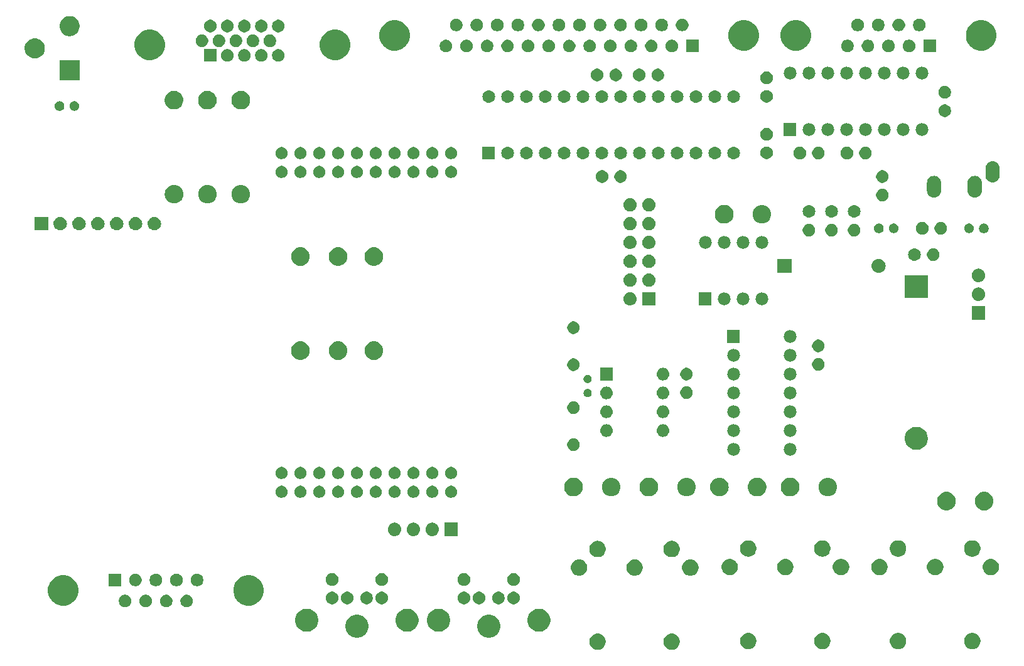
<source format=gbr>
G04 #@! TF.GenerationSoftware,KiCad,Pcbnew,5.0.2-bee76a0~70~ubuntu18.04.1*
G04 #@! TF.CreationDate,2019-01-15T21:08:07+00:00*
G04 #@! TF.ProjectId,monotron,6d6f6e6f-7472-46f6-9e2e-6b696361645f,0.7.0*
G04 #@! TF.SameCoordinates,Original*
G04 #@! TF.FileFunction,Soldermask,Bot*
G04 #@! TF.FilePolarity,Negative*
%FSLAX46Y46*%
G04 Gerber Fmt 4.6, Leading zero omitted, Abs format (unit mm)*
G04 Created by KiCad (PCBNEW 5.0.2-bee76a0~70~ubuntu18.04.1) date Tue 15 Jan 2019 21:08:07 GMT*
%MOMM*%
%LPD*%
G01*
G04 APERTURE LIST*
%ADD10C,0.100000*%
G04 APERTURE END LIST*
D10*
G36*
X162059794Y-125840155D02*
X162166150Y-125861311D01*
X162236990Y-125890654D01*
X162366516Y-125944305D01*
X162546850Y-126064801D01*
X162700199Y-126218150D01*
X162700201Y-126218153D01*
X162700202Y-126218154D01*
X162772655Y-126326588D01*
X162820695Y-126398484D01*
X162903689Y-126598851D01*
X162946000Y-126811560D01*
X162946000Y-127028440D01*
X162903689Y-127241149D01*
X162820695Y-127441516D01*
X162700199Y-127621850D01*
X162546850Y-127775199D01*
X162366516Y-127895695D01*
X162257139Y-127941000D01*
X162166150Y-127978689D01*
X162059794Y-127999845D01*
X161953440Y-128021000D01*
X161736560Y-128021000D01*
X161630206Y-127999845D01*
X161523850Y-127978689D01*
X161432861Y-127941000D01*
X161323484Y-127895695D01*
X161143150Y-127775199D01*
X160989801Y-127621850D01*
X160869305Y-127441516D01*
X160786311Y-127241149D01*
X160744000Y-127028440D01*
X160744000Y-126811560D01*
X160786311Y-126598851D01*
X160869305Y-126398484D01*
X160917345Y-126326588D01*
X160989798Y-126218154D01*
X160989799Y-126218153D01*
X160989801Y-126218150D01*
X161143150Y-126064801D01*
X161323484Y-125944305D01*
X161453010Y-125890654D01*
X161523850Y-125861311D01*
X161630206Y-125840155D01*
X161736560Y-125819000D01*
X161953440Y-125819000D01*
X162059794Y-125840155D01*
X162059794Y-125840155D01*
G37*
G36*
X152059794Y-125840155D02*
X152166150Y-125861311D01*
X152236990Y-125890654D01*
X152366516Y-125944305D01*
X152546850Y-126064801D01*
X152700199Y-126218150D01*
X152700201Y-126218153D01*
X152700202Y-126218154D01*
X152772655Y-126326588D01*
X152820695Y-126398484D01*
X152903689Y-126598851D01*
X152946000Y-126811560D01*
X152946000Y-127028440D01*
X152903689Y-127241149D01*
X152820695Y-127441516D01*
X152700199Y-127621850D01*
X152546850Y-127775199D01*
X152366516Y-127895695D01*
X152257139Y-127941000D01*
X152166150Y-127978689D01*
X152059794Y-127999845D01*
X151953440Y-128021000D01*
X151736560Y-128021000D01*
X151630206Y-127999845D01*
X151523850Y-127978689D01*
X151432861Y-127941000D01*
X151323484Y-127895695D01*
X151143150Y-127775199D01*
X150989801Y-127621850D01*
X150869305Y-127441516D01*
X150786311Y-127241149D01*
X150744000Y-127028440D01*
X150744000Y-126811560D01*
X150786311Y-126598851D01*
X150869305Y-126398484D01*
X150917345Y-126326588D01*
X150989798Y-126218154D01*
X150989799Y-126218153D01*
X150989801Y-126218150D01*
X151143150Y-126064801D01*
X151323484Y-125944305D01*
X151453010Y-125890654D01*
X151523850Y-125861311D01*
X151630206Y-125840155D01*
X151736560Y-125819000D01*
X151953440Y-125819000D01*
X152059794Y-125840155D01*
X152059794Y-125840155D01*
G37*
G36*
X172379795Y-125760156D02*
X172486150Y-125781311D01*
X172556990Y-125810654D01*
X172686516Y-125864305D01*
X172866850Y-125984801D01*
X173020199Y-126138150D01*
X173020201Y-126138153D01*
X173020202Y-126138154D01*
X173068240Y-126210048D01*
X173140695Y-126318484D01*
X173223689Y-126518851D01*
X173266000Y-126731560D01*
X173266000Y-126948440D01*
X173223689Y-127161149D01*
X173140695Y-127361516D01*
X173140693Y-127361519D01*
X173087239Y-127441519D01*
X173020199Y-127541850D01*
X172866850Y-127695199D01*
X172686516Y-127815695D01*
X172556990Y-127869346D01*
X172486150Y-127898689D01*
X172379794Y-127919845D01*
X172273440Y-127941000D01*
X172056560Y-127941000D01*
X171950206Y-127919845D01*
X171843850Y-127898689D01*
X171773010Y-127869346D01*
X171643484Y-127815695D01*
X171463150Y-127695199D01*
X171309801Y-127541850D01*
X171242762Y-127441519D01*
X171189307Y-127361519D01*
X171189305Y-127361516D01*
X171106311Y-127161149D01*
X171064000Y-126948440D01*
X171064000Y-126731560D01*
X171106311Y-126518851D01*
X171189305Y-126318484D01*
X171261760Y-126210048D01*
X171309798Y-126138154D01*
X171309799Y-126138153D01*
X171309801Y-126138150D01*
X171463150Y-125984801D01*
X171643484Y-125864305D01*
X171773010Y-125810654D01*
X171843850Y-125781311D01*
X171950205Y-125760156D01*
X172056560Y-125739000D01*
X172273440Y-125739000D01*
X172379795Y-125760156D01*
X172379795Y-125760156D01*
G37*
G36*
X192579795Y-125760156D02*
X192686150Y-125781311D01*
X192756990Y-125810654D01*
X192886516Y-125864305D01*
X193066850Y-125984801D01*
X193220199Y-126138150D01*
X193220201Y-126138153D01*
X193220202Y-126138154D01*
X193268240Y-126210048D01*
X193340695Y-126318484D01*
X193423689Y-126518851D01*
X193466000Y-126731560D01*
X193466000Y-126948440D01*
X193423689Y-127161149D01*
X193340695Y-127361516D01*
X193340693Y-127361519D01*
X193287239Y-127441519D01*
X193220199Y-127541850D01*
X193066850Y-127695199D01*
X192886516Y-127815695D01*
X192756990Y-127869346D01*
X192686150Y-127898689D01*
X192579794Y-127919845D01*
X192473440Y-127941000D01*
X192256560Y-127941000D01*
X192150206Y-127919845D01*
X192043850Y-127898689D01*
X191973010Y-127869346D01*
X191843484Y-127815695D01*
X191663150Y-127695199D01*
X191509801Y-127541850D01*
X191442762Y-127441519D01*
X191389307Y-127361519D01*
X191389305Y-127361516D01*
X191306311Y-127161149D01*
X191264000Y-126948440D01*
X191264000Y-126731560D01*
X191306311Y-126518851D01*
X191389305Y-126318484D01*
X191461760Y-126210048D01*
X191509798Y-126138154D01*
X191509799Y-126138153D01*
X191509801Y-126138150D01*
X191663150Y-125984801D01*
X191843484Y-125864305D01*
X191973010Y-125810654D01*
X192043850Y-125781311D01*
X192150205Y-125760156D01*
X192256560Y-125739000D01*
X192473440Y-125739000D01*
X192579795Y-125760156D01*
X192579795Y-125760156D01*
G37*
G36*
X202579795Y-125760156D02*
X202686150Y-125781311D01*
X202756990Y-125810654D01*
X202886516Y-125864305D01*
X203066850Y-125984801D01*
X203220199Y-126138150D01*
X203220201Y-126138153D01*
X203220202Y-126138154D01*
X203268240Y-126210048D01*
X203340695Y-126318484D01*
X203423689Y-126518851D01*
X203466000Y-126731560D01*
X203466000Y-126948440D01*
X203423689Y-127161149D01*
X203340695Y-127361516D01*
X203340693Y-127361519D01*
X203287239Y-127441519D01*
X203220199Y-127541850D01*
X203066850Y-127695199D01*
X202886516Y-127815695D01*
X202756990Y-127869346D01*
X202686150Y-127898689D01*
X202579794Y-127919845D01*
X202473440Y-127941000D01*
X202256560Y-127941000D01*
X202150206Y-127919845D01*
X202043850Y-127898689D01*
X201973010Y-127869346D01*
X201843484Y-127815695D01*
X201663150Y-127695199D01*
X201509801Y-127541850D01*
X201442762Y-127441519D01*
X201389307Y-127361519D01*
X201389305Y-127361516D01*
X201306311Y-127161149D01*
X201264000Y-126948440D01*
X201264000Y-126731560D01*
X201306311Y-126518851D01*
X201389305Y-126318484D01*
X201461760Y-126210048D01*
X201509798Y-126138154D01*
X201509799Y-126138153D01*
X201509801Y-126138150D01*
X201663150Y-125984801D01*
X201843484Y-125864305D01*
X201973010Y-125810654D01*
X202043850Y-125781311D01*
X202150205Y-125760156D01*
X202256560Y-125739000D01*
X202473440Y-125739000D01*
X202579795Y-125760156D01*
X202579795Y-125760156D01*
G37*
G36*
X182379795Y-125760156D02*
X182486150Y-125781311D01*
X182556990Y-125810654D01*
X182686516Y-125864305D01*
X182866850Y-125984801D01*
X183020199Y-126138150D01*
X183020201Y-126138153D01*
X183020202Y-126138154D01*
X183068240Y-126210048D01*
X183140695Y-126318484D01*
X183223689Y-126518851D01*
X183266000Y-126731560D01*
X183266000Y-126948440D01*
X183223689Y-127161149D01*
X183140695Y-127361516D01*
X183140693Y-127361519D01*
X183087239Y-127441519D01*
X183020199Y-127541850D01*
X182866850Y-127695199D01*
X182686516Y-127815695D01*
X182556990Y-127869346D01*
X182486150Y-127898689D01*
X182379794Y-127919845D01*
X182273440Y-127941000D01*
X182056560Y-127941000D01*
X181950206Y-127919845D01*
X181843850Y-127898689D01*
X181773010Y-127869346D01*
X181643484Y-127815695D01*
X181463150Y-127695199D01*
X181309801Y-127541850D01*
X181242762Y-127441519D01*
X181189307Y-127361519D01*
X181189305Y-127361516D01*
X181106311Y-127161149D01*
X181064000Y-126948440D01*
X181064000Y-126731560D01*
X181106311Y-126518851D01*
X181189305Y-126318484D01*
X181261760Y-126210048D01*
X181309798Y-126138154D01*
X181309799Y-126138153D01*
X181309801Y-126138150D01*
X181463150Y-125984801D01*
X181643484Y-125864305D01*
X181773010Y-125810654D01*
X181843850Y-125781311D01*
X181950205Y-125760156D01*
X182056560Y-125739000D01*
X182273440Y-125739000D01*
X182379795Y-125760156D01*
X182379795Y-125760156D01*
G37*
G36*
X137610951Y-123353412D02*
X137892304Y-123469952D01*
X138145520Y-123639146D01*
X138360854Y-123854480D01*
X138530048Y-124107696D01*
X138646588Y-124389049D01*
X138706000Y-124687731D01*
X138706000Y-124992269D01*
X138646588Y-125290951D01*
X138530048Y-125572304D01*
X138360854Y-125825520D01*
X138145520Y-126040854D01*
X137892304Y-126210048D01*
X137610951Y-126326588D01*
X137312269Y-126386000D01*
X137007731Y-126386000D01*
X136709049Y-126326588D01*
X136427696Y-126210048D01*
X136174480Y-126040854D01*
X135959146Y-125825520D01*
X135789952Y-125572304D01*
X135673412Y-125290951D01*
X135614000Y-124992269D01*
X135614000Y-124687731D01*
X135673412Y-124389049D01*
X135789952Y-124107696D01*
X135959146Y-123854480D01*
X136174480Y-123639146D01*
X136427696Y-123469952D01*
X136709049Y-123353412D01*
X137007731Y-123294000D01*
X137312269Y-123294000D01*
X137610951Y-123353412D01*
X137610951Y-123353412D01*
G37*
G36*
X119830951Y-123353412D02*
X120112304Y-123469952D01*
X120365520Y-123639146D01*
X120580854Y-123854480D01*
X120750048Y-124107696D01*
X120866588Y-124389049D01*
X120926000Y-124687731D01*
X120926000Y-124992269D01*
X120866588Y-125290951D01*
X120750048Y-125572304D01*
X120580854Y-125825520D01*
X120365520Y-126040854D01*
X120112304Y-126210048D01*
X119830951Y-126326588D01*
X119532269Y-126386000D01*
X119227731Y-126386000D01*
X118929049Y-126326588D01*
X118647696Y-126210048D01*
X118394480Y-126040854D01*
X118179146Y-125825520D01*
X118009952Y-125572304D01*
X117893412Y-125290951D01*
X117834000Y-124992269D01*
X117834000Y-124687731D01*
X117893412Y-124389049D01*
X118009952Y-124107696D01*
X118179146Y-123854480D01*
X118394480Y-123639146D01*
X118647696Y-123469952D01*
X118929049Y-123353412D01*
X119227731Y-123294000D01*
X119532269Y-123294000D01*
X119830951Y-123353412D01*
X119830951Y-123353412D01*
G37*
G36*
X144370951Y-122543412D02*
X144652304Y-122659952D01*
X144905520Y-122829146D01*
X145120854Y-123044480D01*
X145290048Y-123297696D01*
X145406588Y-123579049D01*
X145466000Y-123877731D01*
X145466000Y-124182269D01*
X145406588Y-124480951D01*
X145290048Y-124762304D01*
X145120854Y-125015520D01*
X144905520Y-125230854D01*
X144652304Y-125400048D01*
X144370951Y-125516588D01*
X144072269Y-125576000D01*
X143767731Y-125576000D01*
X143469049Y-125516588D01*
X143187696Y-125400048D01*
X142934480Y-125230854D01*
X142719146Y-125015520D01*
X142549952Y-124762304D01*
X142433412Y-124480951D01*
X142374000Y-124182269D01*
X142374000Y-123877731D01*
X142433412Y-123579049D01*
X142549952Y-123297696D01*
X142719146Y-123044480D01*
X142934480Y-122829146D01*
X143187696Y-122659952D01*
X143469049Y-122543412D01*
X143767731Y-122484000D01*
X144072269Y-122484000D01*
X144370951Y-122543412D01*
X144370951Y-122543412D01*
G37*
G36*
X130850951Y-122543412D02*
X131132304Y-122659952D01*
X131385520Y-122829146D01*
X131600854Y-123044480D01*
X131770048Y-123297696D01*
X131886588Y-123579049D01*
X131946000Y-123877731D01*
X131946000Y-124182269D01*
X131886588Y-124480951D01*
X131770048Y-124762304D01*
X131600854Y-125015520D01*
X131385520Y-125230854D01*
X131132304Y-125400048D01*
X130850951Y-125516588D01*
X130552269Y-125576000D01*
X130247731Y-125576000D01*
X129949049Y-125516588D01*
X129667696Y-125400048D01*
X129414480Y-125230854D01*
X129199146Y-125015520D01*
X129029952Y-124762304D01*
X128913412Y-124480951D01*
X128854000Y-124182269D01*
X128854000Y-123877731D01*
X128913412Y-123579049D01*
X129029952Y-123297696D01*
X129199146Y-123044480D01*
X129414480Y-122829146D01*
X129667696Y-122659952D01*
X129949049Y-122543412D01*
X130247731Y-122484000D01*
X130552269Y-122484000D01*
X130850951Y-122543412D01*
X130850951Y-122543412D01*
G37*
G36*
X126590951Y-122543412D02*
X126872304Y-122659952D01*
X127125520Y-122829146D01*
X127340854Y-123044480D01*
X127510048Y-123297696D01*
X127626588Y-123579049D01*
X127686000Y-123877731D01*
X127686000Y-124182269D01*
X127626588Y-124480951D01*
X127510048Y-124762304D01*
X127340854Y-125015520D01*
X127125520Y-125230854D01*
X126872304Y-125400048D01*
X126590951Y-125516588D01*
X126292269Y-125576000D01*
X125987731Y-125576000D01*
X125689049Y-125516588D01*
X125407696Y-125400048D01*
X125154480Y-125230854D01*
X124939146Y-125015520D01*
X124769952Y-124762304D01*
X124653412Y-124480951D01*
X124594000Y-124182269D01*
X124594000Y-123877731D01*
X124653412Y-123579049D01*
X124769952Y-123297696D01*
X124939146Y-123044480D01*
X125154480Y-122829146D01*
X125407696Y-122659952D01*
X125689049Y-122543412D01*
X125987731Y-122484000D01*
X126292269Y-122484000D01*
X126590951Y-122543412D01*
X126590951Y-122543412D01*
G37*
G36*
X113070951Y-122543412D02*
X113352304Y-122659952D01*
X113605520Y-122829146D01*
X113820854Y-123044480D01*
X113990048Y-123297696D01*
X114106588Y-123579049D01*
X114166000Y-123877731D01*
X114166000Y-124182269D01*
X114106588Y-124480951D01*
X113990048Y-124762304D01*
X113820854Y-125015520D01*
X113605520Y-125230854D01*
X113352304Y-125400048D01*
X113070951Y-125516588D01*
X112772269Y-125576000D01*
X112467731Y-125576000D01*
X112169049Y-125516588D01*
X111887696Y-125400048D01*
X111634480Y-125230854D01*
X111419146Y-125015520D01*
X111249952Y-124762304D01*
X111133412Y-124480951D01*
X111074000Y-124182269D01*
X111074000Y-123877731D01*
X111133412Y-123579049D01*
X111249952Y-123297696D01*
X111419146Y-123044480D01*
X111634480Y-122829146D01*
X111887696Y-122659952D01*
X112169049Y-122543412D01*
X112467731Y-122484000D01*
X112772269Y-122484000D01*
X113070951Y-122543412D01*
X113070951Y-122543412D01*
G37*
G36*
X88368228Y-120616703D02*
X88523100Y-120680853D01*
X88662481Y-120773985D01*
X88781015Y-120892519D01*
X88874147Y-121031900D01*
X88938297Y-121186772D01*
X88971000Y-121351184D01*
X88971000Y-121518816D01*
X88938297Y-121683228D01*
X88874147Y-121838100D01*
X88781015Y-121977481D01*
X88662481Y-122096015D01*
X88523100Y-122189147D01*
X88368228Y-122253297D01*
X88203816Y-122286000D01*
X88036184Y-122286000D01*
X87871772Y-122253297D01*
X87716900Y-122189147D01*
X87577519Y-122096015D01*
X87458985Y-121977481D01*
X87365853Y-121838100D01*
X87301703Y-121683228D01*
X87269000Y-121518816D01*
X87269000Y-121351184D01*
X87301703Y-121186772D01*
X87365853Y-121031900D01*
X87458985Y-120892519D01*
X87577519Y-120773985D01*
X87716900Y-120680853D01*
X87871772Y-120616703D01*
X88036184Y-120584000D01*
X88203816Y-120584000D01*
X88368228Y-120616703D01*
X88368228Y-120616703D01*
G37*
G36*
X96678228Y-120616703D02*
X96833100Y-120680853D01*
X96972481Y-120773985D01*
X97091015Y-120892519D01*
X97184147Y-121031900D01*
X97248297Y-121186772D01*
X97281000Y-121351184D01*
X97281000Y-121518816D01*
X97248297Y-121683228D01*
X97184147Y-121838100D01*
X97091015Y-121977481D01*
X96972481Y-122096015D01*
X96833100Y-122189147D01*
X96678228Y-122253297D01*
X96513816Y-122286000D01*
X96346184Y-122286000D01*
X96181772Y-122253297D01*
X96026900Y-122189147D01*
X95887519Y-122096015D01*
X95768985Y-121977481D01*
X95675853Y-121838100D01*
X95611703Y-121683228D01*
X95579000Y-121518816D01*
X95579000Y-121351184D01*
X95611703Y-121186772D01*
X95675853Y-121031900D01*
X95768985Y-120892519D01*
X95887519Y-120773985D01*
X96026900Y-120680853D01*
X96181772Y-120616703D01*
X96346184Y-120584000D01*
X96513816Y-120584000D01*
X96678228Y-120616703D01*
X96678228Y-120616703D01*
G37*
G36*
X93908228Y-120616703D02*
X94063100Y-120680853D01*
X94202481Y-120773985D01*
X94321015Y-120892519D01*
X94414147Y-121031900D01*
X94478297Y-121186772D01*
X94511000Y-121351184D01*
X94511000Y-121518816D01*
X94478297Y-121683228D01*
X94414147Y-121838100D01*
X94321015Y-121977481D01*
X94202481Y-122096015D01*
X94063100Y-122189147D01*
X93908228Y-122253297D01*
X93743816Y-122286000D01*
X93576184Y-122286000D01*
X93411772Y-122253297D01*
X93256900Y-122189147D01*
X93117519Y-122096015D01*
X92998985Y-121977481D01*
X92905853Y-121838100D01*
X92841703Y-121683228D01*
X92809000Y-121518816D01*
X92809000Y-121351184D01*
X92841703Y-121186772D01*
X92905853Y-121031900D01*
X92998985Y-120892519D01*
X93117519Y-120773985D01*
X93256900Y-120680853D01*
X93411772Y-120616703D01*
X93576184Y-120584000D01*
X93743816Y-120584000D01*
X93908228Y-120616703D01*
X93908228Y-120616703D01*
G37*
G36*
X91138228Y-120616703D02*
X91293100Y-120680853D01*
X91432481Y-120773985D01*
X91551015Y-120892519D01*
X91644147Y-121031900D01*
X91708297Y-121186772D01*
X91741000Y-121351184D01*
X91741000Y-121518816D01*
X91708297Y-121683228D01*
X91644147Y-121838100D01*
X91551015Y-121977481D01*
X91432481Y-122096015D01*
X91293100Y-122189147D01*
X91138228Y-122253297D01*
X90973816Y-122286000D01*
X90806184Y-122286000D01*
X90641772Y-122253297D01*
X90486900Y-122189147D01*
X90347519Y-122096015D01*
X90228985Y-121977481D01*
X90135853Y-121838100D01*
X90071703Y-121683228D01*
X90039000Y-121518816D01*
X90039000Y-121351184D01*
X90071703Y-121186772D01*
X90135853Y-121031900D01*
X90228985Y-120892519D01*
X90347519Y-120773985D01*
X90486900Y-120680853D01*
X90641772Y-120616703D01*
X90806184Y-120584000D01*
X90973816Y-120584000D01*
X91138228Y-120616703D01*
X91138228Y-120616703D01*
G37*
G36*
X105373252Y-118042818D02*
X105373254Y-118042819D01*
X105373255Y-118042819D01*
X105746513Y-118197427D01*
X105746514Y-118197428D01*
X106082439Y-118421886D01*
X106368114Y-118707561D01*
X106368116Y-118707564D01*
X106592573Y-119043487D01*
X106722971Y-119358297D01*
X106747182Y-119416748D01*
X106826000Y-119812993D01*
X106826000Y-120217007D01*
X106753001Y-120584000D01*
X106747181Y-120613255D01*
X106592573Y-120986513D01*
X106458764Y-121186772D01*
X106368114Y-121322439D01*
X106082439Y-121608114D01*
X106082436Y-121608116D01*
X105746513Y-121832573D01*
X105373255Y-121987181D01*
X105373254Y-121987181D01*
X105373252Y-121987182D01*
X104977007Y-122066000D01*
X104572993Y-122066000D01*
X104176748Y-121987182D01*
X104176746Y-121987181D01*
X104176745Y-121987181D01*
X103803487Y-121832573D01*
X103467564Y-121608116D01*
X103467561Y-121608114D01*
X103181886Y-121322439D01*
X103091236Y-121186772D01*
X102957427Y-120986513D01*
X102802819Y-120613255D01*
X102797000Y-120584000D01*
X102724000Y-120217007D01*
X102724000Y-119812993D01*
X102802818Y-119416748D01*
X102827029Y-119358297D01*
X102957427Y-119043487D01*
X103181884Y-118707564D01*
X103181886Y-118707561D01*
X103467561Y-118421886D01*
X103803486Y-118197428D01*
X103803487Y-118197427D01*
X104176745Y-118042819D01*
X104176746Y-118042819D01*
X104176748Y-118042818D01*
X104572993Y-117964000D01*
X104977007Y-117964000D01*
X105373252Y-118042818D01*
X105373252Y-118042818D01*
G37*
G36*
X80373252Y-118042818D02*
X80373254Y-118042819D01*
X80373255Y-118042819D01*
X80746513Y-118197427D01*
X80746514Y-118197428D01*
X81082439Y-118421886D01*
X81368114Y-118707561D01*
X81368116Y-118707564D01*
X81592573Y-119043487D01*
X81722971Y-119358297D01*
X81747182Y-119416748D01*
X81826000Y-119812993D01*
X81826000Y-120217007D01*
X81753001Y-120584000D01*
X81747181Y-120613255D01*
X81592573Y-120986513D01*
X81458764Y-121186772D01*
X81368114Y-121322439D01*
X81082439Y-121608114D01*
X81082436Y-121608116D01*
X80746513Y-121832573D01*
X80373255Y-121987181D01*
X80373254Y-121987181D01*
X80373252Y-121987182D01*
X79977007Y-122066000D01*
X79572993Y-122066000D01*
X79176748Y-121987182D01*
X79176746Y-121987181D01*
X79176745Y-121987181D01*
X78803487Y-121832573D01*
X78467564Y-121608116D01*
X78467561Y-121608114D01*
X78181886Y-121322439D01*
X78091236Y-121186772D01*
X77957427Y-120986513D01*
X77802819Y-120613255D01*
X77797000Y-120584000D01*
X77724000Y-120217007D01*
X77724000Y-119812993D01*
X77802818Y-119416748D01*
X77827029Y-119358297D01*
X77957427Y-119043487D01*
X78181884Y-118707564D01*
X78181886Y-118707561D01*
X78467561Y-118421886D01*
X78803486Y-118197428D01*
X78803487Y-118197427D01*
X79176745Y-118042819D01*
X79176746Y-118042819D01*
X79176748Y-118042818D01*
X79572993Y-117964000D01*
X79977007Y-117964000D01*
X80373252Y-118042818D01*
X80373252Y-118042818D01*
G37*
G36*
X140758228Y-120211703D02*
X140913100Y-120275853D01*
X141052481Y-120368985D01*
X141171015Y-120487519D01*
X141264147Y-120626900D01*
X141328297Y-120781772D01*
X141361000Y-120946184D01*
X141361000Y-121113816D01*
X141328297Y-121278228D01*
X141264147Y-121433100D01*
X141171015Y-121572481D01*
X141052481Y-121691015D01*
X140913100Y-121784147D01*
X140758228Y-121848297D01*
X140593816Y-121881000D01*
X140426184Y-121881000D01*
X140261772Y-121848297D01*
X140106900Y-121784147D01*
X139967519Y-121691015D01*
X139848985Y-121572481D01*
X139755853Y-121433100D01*
X139691703Y-121278228D01*
X139659000Y-121113816D01*
X139659000Y-120946184D01*
X139691703Y-120781772D01*
X139755853Y-120626900D01*
X139848985Y-120487519D01*
X139967519Y-120368985D01*
X140106900Y-120275853D01*
X140261772Y-120211703D01*
X140426184Y-120179000D01*
X140593816Y-120179000D01*
X140758228Y-120211703D01*
X140758228Y-120211703D01*
G37*
G36*
X122978228Y-120211703D02*
X123133100Y-120275853D01*
X123272481Y-120368985D01*
X123391015Y-120487519D01*
X123484147Y-120626900D01*
X123548297Y-120781772D01*
X123581000Y-120946184D01*
X123581000Y-121113816D01*
X123548297Y-121278228D01*
X123484147Y-121433100D01*
X123391015Y-121572481D01*
X123272481Y-121691015D01*
X123133100Y-121784147D01*
X122978228Y-121848297D01*
X122813816Y-121881000D01*
X122646184Y-121881000D01*
X122481772Y-121848297D01*
X122326900Y-121784147D01*
X122187519Y-121691015D01*
X122068985Y-121572481D01*
X121975853Y-121433100D01*
X121911703Y-121278228D01*
X121879000Y-121113816D01*
X121879000Y-120946184D01*
X121911703Y-120781772D01*
X121975853Y-120626900D01*
X122068985Y-120487519D01*
X122187519Y-120368985D01*
X122326900Y-120275853D01*
X122481772Y-120211703D01*
X122646184Y-120179000D01*
X122813816Y-120179000D01*
X122978228Y-120211703D01*
X122978228Y-120211703D01*
G37*
G36*
X116278228Y-120211703D02*
X116433100Y-120275853D01*
X116572481Y-120368985D01*
X116691015Y-120487519D01*
X116784147Y-120626900D01*
X116848297Y-120781772D01*
X116881000Y-120946184D01*
X116881000Y-121113816D01*
X116848297Y-121278228D01*
X116784147Y-121433100D01*
X116691015Y-121572481D01*
X116572481Y-121691015D01*
X116433100Y-121784147D01*
X116278228Y-121848297D01*
X116113816Y-121881000D01*
X115946184Y-121881000D01*
X115781772Y-121848297D01*
X115626900Y-121784147D01*
X115487519Y-121691015D01*
X115368985Y-121572481D01*
X115275853Y-121433100D01*
X115211703Y-121278228D01*
X115179000Y-121113816D01*
X115179000Y-120946184D01*
X115211703Y-120781772D01*
X115275853Y-120626900D01*
X115368985Y-120487519D01*
X115487519Y-120368985D01*
X115626900Y-120275853D01*
X115781772Y-120211703D01*
X115946184Y-120179000D01*
X116113816Y-120179000D01*
X116278228Y-120211703D01*
X116278228Y-120211703D01*
G37*
G36*
X120928228Y-120211703D02*
X121083100Y-120275853D01*
X121222481Y-120368985D01*
X121341015Y-120487519D01*
X121434147Y-120626900D01*
X121498297Y-120781772D01*
X121531000Y-120946184D01*
X121531000Y-121113816D01*
X121498297Y-121278228D01*
X121434147Y-121433100D01*
X121341015Y-121572481D01*
X121222481Y-121691015D01*
X121083100Y-121784147D01*
X120928228Y-121848297D01*
X120763816Y-121881000D01*
X120596184Y-121881000D01*
X120431772Y-121848297D01*
X120276900Y-121784147D01*
X120137519Y-121691015D01*
X120018985Y-121572481D01*
X119925853Y-121433100D01*
X119861703Y-121278228D01*
X119829000Y-121113816D01*
X119829000Y-120946184D01*
X119861703Y-120781772D01*
X119925853Y-120626900D01*
X120018985Y-120487519D01*
X120137519Y-120368985D01*
X120276900Y-120275853D01*
X120431772Y-120211703D01*
X120596184Y-120179000D01*
X120763816Y-120179000D01*
X120928228Y-120211703D01*
X120928228Y-120211703D01*
G37*
G36*
X118328228Y-120211703D02*
X118483100Y-120275853D01*
X118622481Y-120368985D01*
X118741015Y-120487519D01*
X118834147Y-120626900D01*
X118898297Y-120781772D01*
X118931000Y-120946184D01*
X118931000Y-121113816D01*
X118898297Y-121278228D01*
X118834147Y-121433100D01*
X118741015Y-121572481D01*
X118622481Y-121691015D01*
X118483100Y-121784147D01*
X118328228Y-121848297D01*
X118163816Y-121881000D01*
X117996184Y-121881000D01*
X117831772Y-121848297D01*
X117676900Y-121784147D01*
X117537519Y-121691015D01*
X117418985Y-121572481D01*
X117325853Y-121433100D01*
X117261703Y-121278228D01*
X117229000Y-121113816D01*
X117229000Y-120946184D01*
X117261703Y-120781772D01*
X117325853Y-120626900D01*
X117418985Y-120487519D01*
X117537519Y-120368985D01*
X117676900Y-120275853D01*
X117831772Y-120211703D01*
X117996184Y-120179000D01*
X118163816Y-120179000D01*
X118328228Y-120211703D01*
X118328228Y-120211703D01*
G37*
G36*
X136108228Y-120211703D02*
X136263100Y-120275853D01*
X136402481Y-120368985D01*
X136521015Y-120487519D01*
X136614147Y-120626900D01*
X136678297Y-120781772D01*
X136711000Y-120946184D01*
X136711000Y-121113816D01*
X136678297Y-121278228D01*
X136614147Y-121433100D01*
X136521015Y-121572481D01*
X136402481Y-121691015D01*
X136263100Y-121784147D01*
X136108228Y-121848297D01*
X135943816Y-121881000D01*
X135776184Y-121881000D01*
X135611772Y-121848297D01*
X135456900Y-121784147D01*
X135317519Y-121691015D01*
X135198985Y-121572481D01*
X135105853Y-121433100D01*
X135041703Y-121278228D01*
X135009000Y-121113816D01*
X135009000Y-120946184D01*
X135041703Y-120781772D01*
X135105853Y-120626900D01*
X135198985Y-120487519D01*
X135317519Y-120368985D01*
X135456900Y-120275853D01*
X135611772Y-120211703D01*
X135776184Y-120179000D01*
X135943816Y-120179000D01*
X136108228Y-120211703D01*
X136108228Y-120211703D01*
G37*
G36*
X134058228Y-120211703D02*
X134213100Y-120275853D01*
X134352481Y-120368985D01*
X134471015Y-120487519D01*
X134564147Y-120626900D01*
X134628297Y-120781772D01*
X134661000Y-120946184D01*
X134661000Y-121113816D01*
X134628297Y-121278228D01*
X134564147Y-121433100D01*
X134471015Y-121572481D01*
X134352481Y-121691015D01*
X134213100Y-121784147D01*
X134058228Y-121848297D01*
X133893816Y-121881000D01*
X133726184Y-121881000D01*
X133561772Y-121848297D01*
X133406900Y-121784147D01*
X133267519Y-121691015D01*
X133148985Y-121572481D01*
X133055853Y-121433100D01*
X132991703Y-121278228D01*
X132959000Y-121113816D01*
X132959000Y-120946184D01*
X132991703Y-120781772D01*
X133055853Y-120626900D01*
X133148985Y-120487519D01*
X133267519Y-120368985D01*
X133406900Y-120275853D01*
X133561772Y-120211703D01*
X133726184Y-120179000D01*
X133893816Y-120179000D01*
X134058228Y-120211703D01*
X134058228Y-120211703D01*
G37*
G36*
X138708228Y-120211703D02*
X138863100Y-120275853D01*
X139002481Y-120368985D01*
X139121015Y-120487519D01*
X139214147Y-120626900D01*
X139278297Y-120781772D01*
X139311000Y-120946184D01*
X139311000Y-121113816D01*
X139278297Y-121278228D01*
X139214147Y-121433100D01*
X139121015Y-121572481D01*
X139002481Y-121691015D01*
X138863100Y-121784147D01*
X138708228Y-121848297D01*
X138543816Y-121881000D01*
X138376184Y-121881000D01*
X138211772Y-121848297D01*
X138056900Y-121784147D01*
X137917519Y-121691015D01*
X137798985Y-121572481D01*
X137705853Y-121433100D01*
X137641703Y-121278228D01*
X137609000Y-121113816D01*
X137609000Y-120946184D01*
X137641703Y-120781772D01*
X137705853Y-120626900D01*
X137798985Y-120487519D01*
X137917519Y-120368985D01*
X138056900Y-120275853D01*
X138211772Y-120211703D01*
X138376184Y-120179000D01*
X138543816Y-120179000D01*
X138708228Y-120211703D01*
X138708228Y-120211703D01*
G37*
G36*
X92523228Y-117776703D02*
X92678100Y-117840853D01*
X92817481Y-117933985D01*
X92936015Y-118052519D01*
X93029147Y-118191900D01*
X93093297Y-118346772D01*
X93126000Y-118511184D01*
X93126000Y-118678816D01*
X93093297Y-118843228D01*
X93029147Y-118998100D01*
X92936015Y-119137481D01*
X92817481Y-119256015D01*
X92678100Y-119349147D01*
X92523228Y-119413297D01*
X92358816Y-119446000D01*
X92191184Y-119446000D01*
X92026772Y-119413297D01*
X91871900Y-119349147D01*
X91732519Y-119256015D01*
X91613985Y-119137481D01*
X91520853Y-118998100D01*
X91456703Y-118843228D01*
X91424000Y-118678816D01*
X91424000Y-118511184D01*
X91456703Y-118346772D01*
X91520853Y-118191900D01*
X91613985Y-118052519D01*
X91732519Y-117933985D01*
X91871900Y-117840853D01*
X92026772Y-117776703D01*
X92191184Y-117744000D01*
X92358816Y-117744000D01*
X92523228Y-117776703D01*
X92523228Y-117776703D01*
G37*
G36*
X87586000Y-119446000D02*
X85884000Y-119446000D01*
X85884000Y-117744000D01*
X87586000Y-117744000D01*
X87586000Y-119446000D01*
X87586000Y-119446000D01*
G37*
G36*
X98063228Y-117776703D02*
X98218100Y-117840853D01*
X98357481Y-117933985D01*
X98476015Y-118052519D01*
X98569147Y-118191900D01*
X98633297Y-118346772D01*
X98666000Y-118511184D01*
X98666000Y-118678816D01*
X98633297Y-118843228D01*
X98569147Y-118998100D01*
X98476015Y-119137481D01*
X98357481Y-119256015D01*
X98218100Y-119349147D01*
X98063228Y-119413297D01*
X97898816Y-119446000D01*
X97731184Y-119446000D01*
X97566772Y-119413297D01*
X97411900Y-119349147D01*
X97272519Y-119256015D01*
X97153985Y-119137481D01*
X97060853Y-118998100D01*
X96996703Y-118843228D01*
X96964000Y-118678816D01*
X96964000Y-118511184D01*
X96996703Y-118346772D01*
X97060853Y-118191900D01*
X97153985Y-118052519D01*
X97272519Y-117933985D01*
X97411900Y-117840853D01*
X97566772Y-117776703D01*
X97731184Y-117744000D01*
X97898816Y-117744000D01*
X98063228Y-117776703D01*
X98063228Y-117776703D01*
G37*
G36*
X95293228Y-117776703D02*
X95448100Y-117840853D01*
X95587481Y-117933985D01*
X95706015Y-118052519D01*
X95799147Y-118191900D01*
X95863297Y-118346772D01*
X95896000Y-118511184D01*
X95896000Y-118678816D01*
X95863297Y-118843228D01*
X95799147Y-118998100D01*
X95706015Y-119137481D01*
X95587481Y-119256015D01*
X95448100Y-119349147D01*
X95293228Y-119413297D01*
X95128816Y-119446000D01*
X94961184Y-119446000D01*
X94796772Y-119413297D01*
X94641900Y-119349147D01*
X94502519Y-119256015D01*
X94383985Y-119137481D01*
X94290853Y-118998100D01*
X94226703Y-118843228D01*
X94194000Y-118678816D01*
X94194000Y-118511184D01*
X94226703Y-118346772D01*
X94290853Y-118191900D01*
X94383985Y-118052519D01*
X94502519Y-117933985D01*
X94641900Y-117840853D01*
X94796772Y-117776703D01*
X94961184Y-117744000D01*
X95128816Y-117744000D01*
X95293228Y-117776703D01*
X95293228Y-117776703D01*
G37*
G36*
X89753228Y-117776703D02*
X89908100Y-117840853D01*
X90047481Y-117933985D01*
X90166015Y-118052519D01*
X90259147Y-118191900D01*
X90323297Y-118346772D01*
X90356000Y-118511184D01*
X90356000Y-118678816D01*
X90323297Y-118843228D01*
X90259147Y-118998100D01*
X90166015Y-119137481D01*
X90047481Y-119256015D01*
X89908100Y-119349147D01*
X89753228Y-119413297D01*
X89588816Y-119446000D01*
X89421184Y-119446000D01*
X89256772Y-119413297D01*
X89101900Y-119349147D01*
X88962519Y-119256015D01*
X88843985Y-119137481D01*
X88750853Y-118998100D01*
X88686703Y-118843228D01*
X88654000Y-118678816D01*
X88654000Y-118511184D01*
X88686703Y-118346772D01*
X88750853Y-118191900D01*
X88843985Y-118052519D01*
X88962519Y-117933985D01*
X89101900Y-117840853D01*
X89256772Y-117776703D01*
X89421184Y-117744000D01*
X89588816Y-117744000D01*
X89753228Y-117776703D01*
X89753228Y-117776703D01*
G37*
G36*
X134058228Y-117721703D02*
X134213100Y-117785853D01*
X134352481Y-117878985D01*
X134471015Y-117997519D01*
X134564147Y-118136900D01*
X134628297Y-118291772D01*
X134661000Y-118456184D01*
X134661000Y-118623816D01*
X134628297Y-118788228D01*
X134564147Y-118943100D01*
X134471015Y-119082481D01*
X134352481Y-119201015D01*
X134213100Y-119294147D01*
X134058228Y-119358297D01*
X133893816Y-119391000D01*
X133726184Y-119391000D01*
X133561772Y-119358297D01*
X133406900Y-119294147D01*
X133267519Y-119201015D01*
X133148985Y-119082481D01*
X133055853Y-118943100D01*
X132991703Y-118788228D01*
X132959000Y-118623816D01*
X132959000Y-118456184D01*
X132991703Y-118291772D01*
X133055853Y-118136900D01*
X133148985Y-117997519D01*
X133267519Y-117878985D01*
X133406900Y-117785853D01*
X133561772Y-117721703D01*
X133726184Y-117689000D01*
X133893816Y-117689000D01*
X134058228Y-117721703D01*
X134058228Y-117721703D01*
G37*
G36*
X116278228Y-117721703D02*
X116433100Y-117785853D01*
X116572481Y-117878985D01*
X116691015Y-117997519D01*
X116784147Y-118136900D01*
X116848297Y-118291772D01*
X116881000Y-118456184D01*
X116881000Y-118623816D01*
X116848297Y-118788228D01*
X116784147Y-118943100D01*
X116691015Y-119082481D01*
X116572481Y-119201015D01*
X116433100Y-119294147D01*
X116278228Y-119358297D01*
X116113816Y-119391000D01*
X115946184Y-119391000D01*
X115781772Y-119358297D01*
X115626900Y-119294147D01*
X115487519Y-119201015D01*
X115368985Y-119082481D01*
X115275853Y-118943100D01*
X115211703Y-118788228D01*
X115179000Y-118623816D01*
X115179000Y-118456184D01*
X115211703Y-118291772D01*
X115275853Y-118136900D01*
X115368985Y-117997519D01*
X115487519Y-117878985D01*
X115626900Y-117785853D01*
X115781772Y-117721703D01*
X115946184Y-117689000D01*
X116113816Y-117689000D01*
X116278228Y-117721703D01*
X116278228Y-117721703D01*
G37*
G36*
X140758228Y-117721703D02*
X140913100Y-117785853D01*
X141052481Y-117878985D01*
X141171015Y-117997519D01*
X141264147Y-118136900D01*
X141328297Y-118291772D01*
X141361000Y-118456184D01*
X141361000Y-118623816D01*
X141328297Y-118788228D01*
X141264147Y-118943100D01*
X141171015Y-119082481D01*
X141052481Y-119201015D01*
X140913100Y-119294147D01*
X140758228Y-119358297D01*
X140593816Y-119391000D01*
X140426184Y-119391000D01*
X140261772Y-119358297D01*
X140106900Y-119294147D01*
X139967519Y-119201015D01*
X139848985Y-119082481D01*
X139755853Y-118943100D01*
X139691703Y-118788228D01*
X139659000Y-118623816D01*
X139659000Y-118456184D01*
X139691703Y-118291772D01*
X139755853Y-118136900D01*
X139848985Y-117997519D01*
X139967519Y-117878985D01*
X140106900Y-117785853D01*
X140261772Y-117721703D01*
X140426184Y-117689000D01*
X140593816Y-117689000D01*
X140758228Y-117721703D01*
X140758228Y-117721703D01*
G37*
G36*
X122978228Y-117721703D02*
X123133100Y-117785853D01*
X123272481Y-117878985D01*
X123391015Y-117997519D01*
X123484147Y-118136900D01*
X123548297Y-118291772D01*
X123581000Y-118456184D01*
X123581000Y-118623816D01*
X123548297Y-118788228D01*
X123484147Y-118943100D01*
X123391015Y-119082481D01*
X123272481Y-119201015D01*
X123133100Y-119294147D01*
X122978228Y-119358297D01*
X122813816Y-119391000D01*
X122646184Y-119391000D01*
X122481772Y-119358297D01*
X122326900Y-119294147D01*
X122187519Y-119201015D01*
X122068985Y-119082481D01*
X121975853Y-118943100D01*
X121911703Y-118788228D01*
X121879000Y-118623816D01*
X121879000Y-118456184D01*
X121911703Y-118291772D01*
X121975853Y-118136900D01*
X122068985Y-117997519D01*
X122187519Y-117878985D01*
X122326900Y-117785853D01*
X122481772Y-117721703D01*
X122646184Y-117689000D01*
X122813816Y-117689000D01*
X122978228Y-117721703D01*
X122978228Y-117721703D01*
G37*
G36*
X157059794Y-115840155D02*
X157166150Y-115861311D01*
X157236990Y-115890654D01*
X157366516Y-115944305D01*
X157546850Y-116064801D01*
X157700199Y-116218150D01*
X157700201Y-116218153D01*
X157700202Y-116218154D01*
X157820693Y-116398481D01*
X157820695Y-116398484D01*
X157903689Y-116598851D01*
X157946000Y-116811560D01*
X157946000Y-117028440D01*
X157903689Y-117241149D01*
X157820695Y-117441516D01*
X157700199Y-117621850D01*
X157546850Y-117775199D01*
X157546847Y-117775201D01*
X157546846Y-117775202D01*
X157448591Y-117840854D01*
X157366516Y-117895695D01*
X157257139Y-117941000D01*
X157166150Y-117978689D01*
X157059795Y-117999844D01*
X156953440Y-118021000D01*
X156736560Y-118021000D01*
X156630205Y-117999844D01*
X156523850Y-117978689D01*
X156432861Y-117941000D01*
X156323484Y-117895695D01*
X156241409Y-117840854D01*
X156143154Y-117775202D01*
X156143153Y-117775201D01*
X156143150Y-117775199D01*
X155989801Y-117621850D01*
X155869305Y-117441516D01*
X155786311Y-117241149D01*
X155744000Y-117028440D01*
X155744000Y-116811560D01*
X155786311Y-116598851D01*
X155869305Y-116398484D01*
X155869307Y-116398481D01*
X155989798Y-116218154D01*
X155989799Y-116218153D01*
X155989801Y-116218150D01*
X156143150Y-116064801D01*
X156323484Y-115944305D01*
X156453010Y-115890654D01*
X156523850Y-115861311D01*
X156630206Y-115840155D01*
X156736560Y-115819000D01*
X156953440Y-115819000D01*
X157059794Y-115840155D01*
X157059794Y-115840155D01*
G37*
G36*
X149559794Y-115840155D02*
X149666150Y-115861311D01*
X149736990Y-115890654D01*
X149866516Y-115944305D01*
X150046850Y-116064801D01*
X150200199Y-116218150D01*
X150200201Y-116218153D01*
X150200202Y-116218154D01*
X150320693Y-116398481D01*
X150320695Y-116398484D01*
X150403689Y-116598851D01*
X150446000Y-116811560D01*
X150446000Y-117028440D01*
X150403689Y-117241149D01*
X150320695Y-117441516D01*
X150200199Y-117621850D01*
X150046850Y-117775199D01*
X150046847Y-117775201D01*
X150046846Y-117775202D01*
X149948591Y-117840854D01*
X149866516Y-117895695D01*
X149757139Y-117941000D01*
X149666150Y-117978689D01*
X149559795Y-117999844D01*
X149453440Y-118021000D01*
X149236560Y-118021000D01*
X149130205Y-117999844D01*
X149023850Y-117978689D01*
X148932861Y-117941000D01*
X148823484Y-117895695D01*
X148741409Y-117840854D01*
X148643154Y-117775202D01*
X148643153Y-117775201D01*
X148643150Y-117775199D01*
X148489801Y-117621850D01*
X148369305Y-117441516D01*
X148286311Y-117241149D01*
X148244000Y-117028440D01*
X148244000Y-116811560D01*
X148286311Y-116598851D01*
X148369305Y-116398484D01*
X148369307Y-116398481D01*
X148489798Y-116218154D01*
X148489799Y-116218153D01*
X148489801Y-116218150D01*
X148643150Y-116064801D01*
X148823484Y-115944305D01*
X148953010Y-115890654D01*
X149023850Y-115861311D01*
X149130206Y-115840155D01*
X149236560Y-115819000D01*
X149453440Y-115819000D01*
X149559794Y-115840155D01*
X149559794Y-115840155D01*
G37*
G36*
X164559794Y-115840155D02*
X164666150Y-115861311D01*
X164736990Y-115890654D01*
X164866516Y-115944305D01*
X165046850Y-116064801D01*
X165200199Y-116218150D01*
X165200201Y-116218153D01*
X165200202Y-116218154D01*
X165320693Y-116398481D01*
X165320695Y-116398484D01*
X165403689Y-116598851D01*
X165446000Y-116811560D01*
X165446000Y-117028440D01*
X165403689Y-117241149D01*
X165320695Y-117441516D01*
X165200199Y-117621850D01*
X165046850Y-117775199D01*
X165046847Y-117775201D01*
X165046846Y-117775202D01*
X164948591Y-117840854D01*
X164866516Y-117895695D01*
X164757139Y-117941000D01*
X164666150Y-117978689D01*
X164559795Y-117999844D01*
X164453440Y-118021000D01*
X164236560Y-118021000D01*
X164130205Y-117999844D01*
X164023850Y-117978689D01*
X163932861Y-117941000D01*
X163823484Y-117895695D01*
X163741409Y-117840854D01*
X163643154Y-117775202D01*
X163643153Y-117775201D01*
X163643150Y-117775199D01*
X163489801Y-117621850D01*
X163369305Y-117441516D01*
X163286311Y-117241149D01*
X163244000Y-117028440D01*
X163244000Y-116811560D01*
X163286311Y-116598851D01*
X163369305Y-116398484D01*
X163369307Y-116398481D01*
X163489798Y-116218154D01*
X163489799Y-116218153D01*
X163489801Y-116218150D01*
X163643150Y-116064801D01*
X163823484Y-115944305D01*
X163953010Y-115890654D01*
X164023850Y-115861311D01*
X164130206Y-115840155D01*
X164236560Y-115819000D01*
X164453440Y-115819000D01*
X164559794Y-115840155D01*
X164559794Y-115840155D01*
G37*
G36*
X205079794Y-115760155D02*
X205186150Y-115781311D01*
X205256990Y-115810654D01*
X205386516Y-115864305D01*
X205566850Y-115984801D01*
X205720199Y-116138150D01*
X205840695Y-116318484D01*
X205923689Y-116518851D01*
X205966000Y-116731560D01*
X205966000Y-116948440D01*
X205923689Y-117161149D01*
X205840695Y-117361516D01*
X205840693Y-117361519D01*
X205787239Y-117441519D01*
X205720199Y-117541850D01*
X205566850Y-117695199D01*
X205566847Y-117695201D01*
X205566846Y-117695202D01*
X205431176Y-117785854D01*
X205386516Y-117815695D01*
X205256990Y-117869346D01*
X205186150Y-117898689D01*
X205079795Y-117919844D01*
X204973440Y-117941000D01*
X204756560Y-117941000D01*
X204650205Y-117919844D01*
X204543850Y-117898689D01*
X204473010Y-117869346D01*
X204343484Y-117815695D01*
X204298824Y-117785854D01*
X204163154Y-117695202D01*
X204163153Y-117695201D01*
X204163150Y-117695199D01*
X204009801Y-117541850D01*
X203942762Y-117441519D01*
X203889307Y-117361519D01*
X203889305Y-117361516D01*
X203806311Y-117161149D01*
X203764000Y-116948440D01*
X203764000Y-116731560D01*
X203806311Y-116518851D01*
X203889305Y-116318484D01*
X204009801Y-116138150D01*
X204163150Y-115984801D01*
X204343484Y-115864305D01*
X204473010Y-115810654D01*
X204543850Y-115781311D01*
X204650206Y-115760155D01*
X204756560Y-115739000D01*
X204973440Y-115739000D01*
X205079794Y-115760155D01*
X205079794Y-115760155D01*
G37*
G36*
X169879794Y-115760155D02*
X169986150Y-115781311D01*
X170056990Y-115810654D01*
X170186516Y-115864305D01*
X170366850Y-115984801D01*
X170520199Y-116138150D01*
X170640695Y-116318484D01*
X170723689Y-116518851D01*
X170766000Y-116731560D01*
X170766000Y-116948440D01*
X170723689Y-117161149D01*
X170640695Y-117361516D01*
X170640693Y-117361519D01*
X170587239Y-117441519D01*
X170520199Y-117541850D01*
X170366850Y-117695199D01*
X170366847Y-117695201D01*
X170366846Y-117695202D01*
X170231176Y-117785854D01*
X170186516Y-117815695D01*
X170056990Y-117869346D01*
X169986150Y-117898689D01*
X169879795Y-117919844D01*
X169773440Y-117941000D01*
X169556560Y-117941000D01*
X169450205Y-117919844D01*
X169343850Y-117898689D01*
X169273010Y-117869346D01*
X169143484Y-117815695D01*
X169098824Y-117785854D01*
X168963154Y-117695202D01*
X168963153Y-117695201D01*
X168963150Y-117695199D01*
X168809801Y-117541850D01*
X168742762Y-117441519D01*
X168689307Y-117361519D01*
X168689305Y-117361516D01*
X168606311Y-117161149D01*
X168564000Y-116948440D01*
X168564000Y-116731560D01*
X168606311Y-116518851D01*
X168689305Y-116318484D01*
X168809801Y-116138150D01*
X168963150Y-115984801D01*
X169143484Y-115864305D01*
X169273010Y-115810654D01*
X169343850Y-115781311D01*
X169450206Y-115760155D01*
X169556560Y-115739000D01*
X169773440Y-115739000D01*
X169879794Y-115760155D01*
X169879794Y-115760155D01*
G37*
G36*
X190079794Y-115760155D02*
X190186150Y-115781311D01*
X190256990Y-115810654D01*
X190386516Y-115864305D01*
X190566850Y-115984801D01*
X190720199Y-116138150D01*
X190840695Y-116318484D01*
X190923689Y-116518851D01*
X190966000Y-116731560D01*
X190966000Y-116948440D01*
X190923689Y-117161149D01*
X190840695Y-117361516D01*
X190840693Y-117361519D01*
X190787239Y-117441519D01*
X190720199Y-117541850D01*
X190566850Y-117695199D01*
X190566847Y-117695201D01*
X190566846Y-117695202D01*
X190431176Y-117785854D01*
X190386516Y-117815695D01*
X190256990Y-117869346D01*
X190186150Y-117898689D01*
X190079795Y-117919844D01*
X189973440Y-117941000D01*
X189756560Y-117941000D01*
X189650205Y-117919844D01*
X189543850Y-117898689D01*
X189473010Y-117869346D01*
X189343484Y-117815695D01*
X189298824Y-117785854D01*
X189163154Y-117695202D01*
X189163153Y-117695201D01*
X189163150Y-117695199D01*
X189009801Y-117541850D01*
X188942762Y-117441519D01*
X188889307Y-117361519D01*
X188889305Y-117361516D01*
X188806311Y-117161149D01*
X188764000Y-116948440D01*
X188764000Y-116731560D01*
X188806311Y-116518851D01*
X188889305Y-116318484D01*
X189009801Y-116138150D01*
X189163150Y-115984801D01*
X189343484Y-115864305D01*
X189473010Y-115810654D01*
X189543850Y-115781311D01*
X189650206Y-115760155D01*
X189756560Y-115739000D01*
X189973440Y-115739000D01*
X190079794Y-115760155D01*
X190079794Y-115760155D01*
G37*
G36*
X197579794Y-115760155D02*
X197686150Y-115781311D01*
X197756990Y-115810654D01*
X197886516Y-115864305D01*
X198066850Y-115984801D01*
X198220199Y-116138150D01*
X198340695Y-116318484D01*
X198423689Y-116518851D01*
X198466000Y-116731560D01*
X198466000Y-116948440D01*
X198423689Y-117161149D01*
X198340695Y-117361516D01*
X198340693Y-117361519D01*
X198287239Y-117441519D01*
X198220199Y-117541850D01*
X198066850Y-117695199D01*
X198066847Y-117695201D01*
X198066846Y-117695202D01*
X197931176Y-117785854D01*
X197886516Y-117815695D01*
X197756990Y-117869346D01*
X197686150Y-117898689D01*
X197579795Y-117919844D01*
X197473440Y-117941000D01*
X197256560Y-117941000D01*
X197150205Y-117919844D01*
X197043850Y-117898689D01*
X196973010Y-117869346D01*
X196843484Y-117815695D01*
X196798824Y-117785854D01*
X196663154Y-117695202D01*
X196663153Y-117695201D01*
X196663150Y-117695199D01*
X196509801Y-117541850D01*
X196442762Y-117441519D01*
X196389307Y-117361519D01*
X196389305Y-117361516D01*
X196306311Y-117161149D01*
X196264000Y-116948440D01*
X196264000Y-116731560D01*
X196306311Y-116518851D01*
X196389305Y-116318484D01*
X196509801Y-116138150D01*
X196663150Y-115984801D01*
X196843484Y-115864305D01*
X196973010Y-115810654D01*
X197043850Y-115781311D01*
X197150206Y-115760155D01*
X197256560Y-115739000D01*
X197473440Y-115739000D01*
X197579794Y-115760155D01*
X197579794Y-115760155D01*
G37*
G36*
X177379794Y-115760155D02*
X177486150Y-115781311D01*
X177556990Y-115810654D01*
X177686516Y-115864305D01*
X177866850Y-115984801D01*
X178020199Y-116138150D01*
X178140695Y-116318484D01*
X178223689Y-116518851D01*
X178266000Y-116731560D01*
X178266000Y-116948440D01*
X178223689Y-117161149D01*
X178140695Y-117361516D01*
X178140693Y-117361519D01*
X178087239Y-117441519D01*
X178020199Y-117541850D01*
X177866850Y-117695199D01*
X177866847Y-117695201D01*
X177866846Y-117695202D01*
X177731176Y-117785854D01*
X177686516Y-117815695D01*
X177556990Y-117869346D01*
X177486150Y-117898689D01*
X177379795Y-117919844D01*
X177273440Y-117941000D01*
X177056560Y-117941000D01*
X176950205Y-117919844D01*
X176843850Y-117898689D01*
X176773010Y-117869346D01*
X176643484Y-117815695D01*
X176598824Y-117785854D01*
X176463154Y-117695202D01*
X176463153Y-117695201D01*
X176463150Y-117695199D01*
X176309801Y-117541850D01*
X176242762Y-117441519D01*
X176189307Y-117361519D01*
X176189305Y-117361516D01*
X176106311Y-117161149D01*
X176064000Y-116948440D01*
X176064000Y-116731560D01*
X176106311Y-116518851D01*
X176189305Y-116318484D01*
X176309801Y-116138150D01*
X176463150Y-115984801D01*
X176643484Y-115864305D01*
X176773010Y-115810654D01*
X176843850Y-115781311D01*
X176950206Y-115760155D01*
X177056560Y-115739000D01*
X177273440Y-115739000D01*
X177379794Y-115760155D01*
X177379794Y-115760155D01*
G37*
G36*
X184879794Y-115760155D02*
X184986150Y-115781311D01*
X185056990Y-115810654D01*
X185186516Y-115864305D01*
X185366850Y-115984801D01*
X185520199Y-116138150D01*
X185640695Y-116318484D01*
X185723689Y-116518851D01*
X185766000Y-116731560D01*
X185766000Y-116948440D01*
X185723689Y-117161149D01*
X185640695Y-117361516D01*
X185640693Y-117361519D01*
X185587239Y-117441519D01*
X185520199Y-117541850D01*
X185366850Y-117695199D01*
X185366847Y-117695201D01*
X185366846Y-117695202D01*
X185231176Y-117785854D01*
X185186516Y-117815695D01*
X185056990Y-117869346D01*
X184986150Y-117898689D01*
X184879795Y-117919844D01*
X184773440Y-117941000D01*
X184556560Y-117941000D01*
X184450205Y-117919844D01*
X184343850Y-117898689D01*
X184273010Y-117869346D01*
X184143484Y-117815695D01*
X184098824Y-117785854D01*
X183963154Y-117695202D01*
X183963153Y-117695201D01*
X183963150Y-117695199D01*
X183809801Y-117541850D01*
X183742762Y-117441519D01*
X183689307Y-117361519D01*
X183689305Y-117361516D01*
X183606311Y-117161149D01*
X183564000Y-116948440D01*
X183564000Y-116731560D01*
X183606311Y-116518851D01*
X183689305Y-116318484D01*
X183809801Y-116138150D01*
X183963150Y-115984801D01*
X184143484Y-115864305D01*
X184273010Y-115810654D01*
X184343850Y-115781311D01*
X184450206Y-115760155D01*
X184556560Y-115739000D01*
X184773440Y-115739000D01*
X184879794Y-115760155D01*
X184879794Y-115760155D01*
G37*
G36*
X152059794Y-113340155D02*
X152166150Y-113361311D01*
X152236990Y-113390654D01*
X152366516Y-113444305D01*
X152546850Y-113564801D01*
X152700199Y-113718150D01*
X152700201Y-113718153D01*
X152700202Y-113718154D01*
X152820693Y-113898481D01*
X152820695Y-113898484D01*
X152903689Y-114098851D01*
X152946000Y-114311560D01*
X152946000Y-114528440D01*
X152903689Y-114741149D01*
X152820695Y-114941516D01*
X152700199Y-115121850D01*
X152546850Y-115275199D01*
X152366516Y-115395695D01*
X152257139Y-115441000D01*
X152166150Y-115478689D01*
X152059795Y-115499844D01*
X151953440Y-115521000D01*
X151736560Y-115521000D01*
X151630205Y-115499844D01*
X151523850Y-115478689D01*
X151432861Y-115441000D01*
X151323484Y-115395695D01*
X151143150Y-115275199D01*
X150989801Y-115121850D01*
X150869305Y-114941516D01*
X150786311Y-114741149D01*
X150744000Y-114528440D01*
X150744000Y-114311560D01*
X150786311Y-114098851D01*
X150869305Y-113898484D01*
X150869307Y-113898481D01*
X150989798Y-113718154D01*
X150989799Y-113718153D01*
X150989801Y-113718150D01*
X151143150Y-113564801D01*
X151323484Y-113444305D01*
X151453010Y-113390654D01*
X151523850Y-113361311D01*
X151630206Y-113340155D01*
X151736560Y-113319000D01*
X151953440Y-113319000D01*
X152059794Y-113340155D01*
X152059794Y-113340155D01*
G37*
G36*
X162059794Y-113340155D02*
X162166150Y-113361311D01*
X162236990Y-113390654D01*
X162366516Y-113444305D01*
X162546850Y-113564801D01*
X162700199Y-113718150D01*
X162700201Y-113718153D01*
X162700202Y-113718154D01*
X162820693Y-113898481D01*
X162820695Y-113898484D01*
X162903689Y-114098851D01*
X162946000Y-114311560D01*
X162946000Y-114528440D01*
X162903689Y-114741149D01*
X162820695Y-114941516D01*
X162700199Y-115121850D01*
X162546850Y-115275199D01*
X162366516Y-115395695D01*
X162257139Y-115441000D01*
X162166150Y-115478689D01*
X162059795Y-115499844D01*
X161953440Y-115521000D01*
X161736560Y-115521000D01*
X161630205Y-115499844D01*
X161523850Y-115478689D01*
X161432861Y-115441000D01*
X161323484Y-115395695D01*
X161143150Y-115275199D01*
X160989801Y-115121850D01*
X160869305Y-114941516D01*
X160786311Y-114741149D01*
X160744000Y-114528440D01*
X160744000Y-114311560D01*
X160786311Y-114098851D01*
X160869305Y-113898484D01*
X160869307Y-113898481D01*
X160989798Y-113718154D01*
X160989799Y-113718153D01*
X160989801Y-113718150D01*
X161143150Y-113564801D01*
X161323484Y-113444305D01*
X161453010Y-113390654D01*
X161523850Y-113361311D01*
X161630206Y-113340155D01*
X161736560Y-113319000D01*
X161953440Y-113319000D01*
X162059794Y-113340155D01*
X162059794Y-113340155D01*
G37*
G36*
X182379795Y-113260156D02*
X182486150Y-113281311D01*
X182556990Y-113310654D01*
X182686516Y-113364305D01*
X182866850Y-113484801D01*
X183020199Y-113638150D01*
X183140695Y-113818484D01*
X183223689Y-114018851D01*
X183266000Y-114231560D01*
X183266000Y-114448440D01*
X183223689Y-114661149D01*
X183140695Y-114861516D01*
X183140693Y-114861519D01*
X183087239Y-114941519D01*
X183020199Y-115041850D01*
X182866850Y-115195199D01*
X182686516Y-115315695D01*
X182556990Y-115369346D01*
X182486150Y-115398689D01*
X182379794Y-115419845D01*
X182273440Y-115441000D01*
X182056560Y-115441000D01*
X181950206Y-115419845D01*
X181843850Y-115398689D01*
X181773010Y-115369346D01*
X181643484Y-115315695D01*
X181463150Y-115195199D01*
X181309801Y-115041850D01*
X181242762Y-114941519D01*
X181189307Y-114861519D01*
X181189305Y-114861516D01*
X181106311Y-114661149D01*
X181064000Y-114448440D01*
X181064000Y-114231560D01*
X181106311Y-114018851D01*
X181189305Y-113818484D01*
X181309801Y-113638150D01*
X181463150Y-113484801D01*
X181643484Y-113364305D01*
X181773010Y-113310654D01*
X181843850Y-113281311D01*
X181950205Y-113260156D01*
X182056560Y-113239000D01*
X182273440Y-113239000D01*
X182379795Y-113260156D01*
X182379795Y-113260156D01*
G37*
G36*
X172379795Y-113260156D02*
X172486150Y-113281311D01*
X172556990Y-113310654D01*
X172686516Y-113364305D01*
X172866850Y-113484801D01*
X173020199Y-113638150D01*
X173140695Y-113818484D01*
X173223689Y-114018851D01*
X173266000Y-114231560D01*
X173266000Y-114448440D01*
X173223689Y-114661149D01*
X173140695Y-114861516D01*
X173140693Y-114861519D01*
X173087239Y-114941519D01*
X173020199Y-115041850D01*
X172866850Y-115195199D01*
X172686516Y-115315695D01*
X172556990Y-115369346D01*
X172486150Y-115398689D01*
X172379794Y-115419845D01*
X172273440Y-115441000D01*
X172056560Y-115441000D01*
X171950206Y-115419845D01*
X171843850Y-115398689D01*
X171773010Y-115369346D01*
X171643484Y-115315695D01*
X171463150Y-115195199D01*
X171309801Y-115041850D01*
X171242762Y-114941519D01*
X171189307Y-114861519D01*
X171189305Y-114861516D01*
X171106311Y-114661149D01*
X171064000Y-114448440D01*
X171064000Y-114231560D01*
X171106311Y-114018851D01*
X171189305Y-113818484D01*
X171309801Y-113638150D01*
X171463150Y-113484801D01*
X171643484Y-113364305D01*
X171773010Y-113310654D01*
X171843850Y-113281311D01*
X171950205Y-113260156D01*
X172056560Y-113239000D01*
X172273440Y-113239000D01*
X172379795Y-113260156D01*
X172379795Y-113260156D01*
G37*
G36*
X202579795Y-113260156D02*
X202686150Y-113281311D01*
X202756990Y-113310654D01*
X202886516Y-113364305D01*
X203066850Y-113484801D01*
X203220199Y-113638150D01*
X203340695Y-113818484D01*
X203423689Y-114018851D01*
X203466000Y-114231560D01*
X203466000Y-114448440D01*
X203423689Y-114661149D01*
X203340695Y-114861516D01*
X203340693Y-114861519D01*
X203287239Y-114941519D01*
X203220199Y-115041850D01*
X203066850Y-115195199D01*
X202886516Y-115315695D01*
X202756990Y-115369346D01*
X202686150Y-115398689D01*
X202579794Y-115419845D01*
X202473440Y-115441000D01*
X202256560Y-115441000D01*
X202150206Y-115419845D01*
X202043850Y-115398689D01*
X201973010Y-115369346D01*
X201843484Y-115315695D01*
X201663150Y-115195199D01*
X201509801Y-115041850D01*
X201442762Y-114941519D01*
X201389307Y-114861519D01*
X201389305Y-114861516D01*
X201306311Y-114661149D01*
X201264000Y-114448440D01*
X201264000Y-114231560D01*
X201306311Y-114018851D01*
X201389305Y-113818484D01*
X201509801Y-113638150D01*
X201663150Y-113484801D01*
X201843484Y-113364305D01*
X201973010Y-113310654D01*
X202043850Y-113281311D01*
X202150205Y-113260156D01*
X202256560Y-113239000D01*
X202473440Y-113239000D01*
X202579795Y-113260156D01*
X202579795Y-113260156D01*
G37*
G36*
X192579795Y-113260156D02*
X192686150Y-113281311D01*
X192756990Y-113310654D01*
X192886516Y-113364305D01*
X193066850Y-113484801D01*
X193220199Y-113638150D01*
X193340695Y-113818484D01*
X193423689Y-114018851D01*
X193466000Y-114231560D01*
X193466000Y-114448440D01*
X193423689Y-114661149D01*
X193340695Y-114861516D01*
X193340693Y-114861519D01*
X193287239Y-114941519D01*
X193220199Y-115041850D01*
X193066850Y-115195199D01*
X192886516Y-115315695D01*
X192756990Y-115369346D01*
X192686150Y-115398689D01*
X192579794Y-115419845D01*
X192473440Y-115441000D01*
X192256560Y-115441000D01*
X192150206Y-115419845D01*
X192043850Y-115398689D01*
X191973010Y-115369346D01*
X191843484Y-115315695D01*
X191663150Y-115195199D01*
X191509801Y-115041850D01*
X191442762Y-114941519D01*
X191389307Y-114861519D01*
X191389305Y-114861516D01*
X191306311Y-114661149D01*
X191264000Y-114448440D01*
X191264000Y-114231560D01*
X191306311Y-114018851D01*
X191389305Y-113818484D01*
X191509801Y-113638150D01*
X191663150Y-113484801D01*
X191843484Y-113364305D01*
X191973010Y-113310654D01*
X192043850Y-113281311D01*
X192150205Y-113260156D01*
X192256560Y-113239000D01*
X192473440Y-113239000D01*
X192579795Y-113260156D01*
X192579795Y-113260156D01*
G37*
G36*
X127110442Y-110865518D02*
X127176627Y-110872037D01*
X127289853Y-110906384D01*
X127346467Y-110923557D01*
X127485087Y-110997652D01*
X127502991Y-111007222D01*
X127538729Y-111036552D01*
X127640186Y-111119814D01*
X127723448Y-111221271D01*
X127752778Y-111257009D01*
X127752779Y-111257011D01*
X127836443Y-111413533D01*
X127836443Y-111413534D01*
X127887963Y-111583373D01*
X127905359Y-111760000D01*
X127887963Y-111936627D01*
X127853616Y-112049853D01*
X127836443Y-112106467D01*
X127762348Y-112245087D01*
X127752778Y-112262991D01*
X127723448Y-112298729D01*
X127640186Y-112400186D01*
X127538729Y-112483448D01*
X127502991Y-112512778D01*
X127502989Y-112512779D01*
X127346467Y-112596443D01*
X127289853Y-112613616D01*
X127176627Y-112647963D01*
X127110442Y-112654482D01*
X127044260Y-112661000D01*
X126955740Y-112661000D01*
X126889558Y-112654482D01*
X126823373Y-112647963D01*
X126710147Y-112613616D01*
X126653533Y-112596443D01*
X126497011Y-112512779D01*
X126497009Y-112512778D01*
X126461271Y-112483448D01*
X126359814Y-112400186D01*
X126276552Y-112298729D01*
X126247222Y-112262991D01*
X126237652Y-112245087D01*
X126163557Y-112106467D01*
X126146384Y-112049853D01*
X126112037Y-111936627D01*
X126094641Y-111760000D01*
X126112037Y-111583373D01*
X126163557Y-111413534D01*
X126163557Y-111413533D01*
X126247221Y-111257011D01*
X126247222Y-111257009D01*
X126276552Y-111221271D01*
X126359814Y-111119814D01*
X126461271Y-111036552D01*
X126497009Y-111007222D01*
X126514913Y-110997652D01*
X126653533Y-110923557D01*
X126710147Y-110906384D01*
X126823373Y-110872037D01*
X126889558Y-110865518D01*
X126955740Y-110859000D01*
X127044260Y-110859000D01*
X127110442Y-110865518D01*
X127110442Y-110865518D01*
G37*
G36*
X124570442Y-110865518D02*
X124636627Y-110872037D01*
X124749853Y-110906384D01*
X124806467Y-110923557D01*
X124945087Y-110997652D01*
X124962991Y-111007222D01*
X124998729Y-111036552D01*
X125100186Y-111119814D01*
X125183448Y-111221271D01*
X125212778Y-111257009D01*
X125212779Y-111257011D01*
X125296443Y-111413533D01*
X125296443Y-111413534D01*
X125347963Y-111583373D01*
X125365359Y-111760000D01*
X125347963Y-111936627D01*
X125313616Y-112049853D01*
X125296443Y-112106467D01*
X125222348Y-112245087D01*
X125212778Y-112262991D01*
X125183448Y-112298729D01*
X125100186Y-112400186D01*
X124998729Y-112483448D01*
X124962991Y-112512778D01*
X124962989Y-112512779D01*
X124806467Y-112596443D01*
X124749853Y-112613616D01*
X124636627Y-112647963D01*
X124570442Y-112654482D01*
X124504260Y-112661000D01*
X124415740Y-112661000D01*
X124349558Y-112654482D01*
X124283373Y-112647963D01*
X124170147Y-112613616D01*
X124113533Y-112596443D01*
X123957011Y-112512779D01*
X123957009Y-112512778D01*
X123921271Y-112483448D01*
X123819814Y-112400186D01*
X123736552Y-112298729D01*
X123707222Y-112262991D01*
X123697652Y-112245087D01*
X123623557Y-112106467D01*
X123606384Y-112049853D01*
X123572037Y-111936627D01*
X123554641Y-111760000D01*
X123572037Y-111583373D01*
X123623557Y-111413534D01*
X123623557Y-111413533D01*
X123707221Y-111257011D01*
X123707222Y-111257009D01*
X123736552Y-111221271D01*
X123819814Y-111119814D01*
X123921271Y-111036552D01*
X123957009Y-111007222D01*
X123974913Y-110997652D01*
X124113533Y-110923557D01*
X124170147Y-110906384D01*
X124283373Y-110872037D01*
X124349558Y-110865518D01*
X124415740Y-110859000D01*
X124504260Y-110859000D01*
X124570442Y-110865518D01*
X124570442Y-110865518D01*
G37*
G36*
X129650442Y-110865518D02*
X129716627Y-110872037D01*
X129829853Y-110906384D01*
X129886467Y-110923557D01*
X130025087Y-110997652D01*
X130042991Y-111007222D01*
X130078729Y-111036552D01*
X130180186Y-111119814D01*
X130263448Y-111221271D01*
X130292778Y-111257009D01*
X130292779Y-111257011D01*
X130376443Y-111413533D01*
X130376443Y-111413534D01*
X130427963Y-111583373D01*
X130445359Y-111760000D01*
X130427963Y-111936627D01*
X130393616Y-112049853D01*
X130376443Y-112106467D01*
X130302348Y-112245087D01*
X130292778Y-112262991D01*
X130263448Y-112298729D01*
X130180186Y-112400186D01*
X130078729Y-112483448D01*
X130042991Y-112512778D01*
X130042989Y-112512779D01*
X129886467Y-112596443D01*
X129829853Y-112613616D01*
X129716627Y-112647963D01*
X129650442Y-112654482D01*
X129584260Y-112661000D01*
X129495740Y-112661000D01*
X129429558Y-112654482D01*
X129363373Y-112647963D01*
X129250147Y-112613616D01*
X129193533Y-112596443D01*
X129037011Y-112512779D01*
X129037009Y-112512778D01*
X129001271Y-112483448D01*
X128899814Y-112400186D01*
X128816552Y-112298729D01*
X128787222Y-112262991D01*
X128777652Y-112245087D01*
X128703557Y-112106467D01*
X128686384Y-112049853D01*
X128652037Y-111936627D01*
X128634641Y-111760000D01*
X128652037Y-111583373D01*
X128703557Y-111413534D01*
X128703557Y-111413533D01*
X128787221Y-111257011D01*
X128787222Y-111257009D01*
X128816552Y-111221271D01*
X128899814Y-111119814D01*
X129001271Y-111036552D01*
X129037009Y-111007222D01*
X129054913Y-110997652D01*
X129193533Y-110923557D01*
X129250147Y-110906384D01*
X129363373Y-110872037D01*
X129429558Y-110865518D01*
X129495740Y-110859000D01*
X129584260Y-110859000D01*
X129650442Y-110865518D01*
X129650442Y-110865518D01*
G37*
G36*
X132981000Y-112661000D02*
X131179000Y-112661000D01*
X131179000Y-110859000D01*
X132981000Y-110859000D01*
X132981000Y-112661000D01*
X132981000Y-112661000D01*
G37*
G36*
X204207239Y-106717101D02*
X204443053Y-106788634D01*
X204660381Y-106904799D01*
X204850871Y-107061129D01*
X205007201Y-107251619D01*
X205123366Y-107468947D01*
X205194899Y-107704761D01*
X205219053Y-107950000D01*
X205194899Y-108195239D01*
X205123366Y-108431053D01*
X205007201Y-108648381D01*
X204850871Y-108838871D01*
X204660381Y-108995201D01*
X204443053Y-109111366D01*
X204207239Y-109182899D01*
X204023457Y-109201000D01*
X203900543Y-109201000D01*
X203716761Y-109182899D01*
X203480947Y-109111366D01*
X203263619Y-108995201D01*
X203073129Y-108838871D01*
X202916799Y-108648381D01*
X202800634Y-108431053D01*
X202729101Y-108195239D01*
X202704947Y-107950000D01*
X202729101Y-107704761D01*
X202800634Y-107468947D01*
X202916799Y-107251619D01*
X203073129Y-107061129D01*
X203263619Y-106904799D01*
X203480947Y-106788634D01*
X203716761Y-106717101D01*
X203900543Y-106699000D01*
X204023457Y-106699000D01*
X204207239Y-106717101D01*
X204207239Y-106717101D01*
G37*
G36*
X199065635Y-106711019D02*
X199246903Y-106747075D01*
X199474571Y-106841378D01*
X199612996Y-106933871D01*
X199679469Y-106978287D01*
X199853713Y-107152531D01*
X199853715Y-107152534D01*
X199990622Y-107357429D01*
X200084925Y-107585097D01*
X200133000Y-107826787D01*
X200133000Y-108073213D01*
X200084925Y-108314903D01*
X199990622Y-108542571D01*
X199919921Y-108648382D01*
X199853713Y-108747469D01*
X199679469Y-108921713D01*
X199679466Y-108921715D01*
X199474571Y-109058622D01*
X199246903Y-109152925D01*
X199096213Y-109182899D01*
X199005214Y-109201000D01*
X198758786Y-109201000D01*
X198667787Y-109182899D01*
X198517097Y-109152925D01*
X198289429Y-109058622D01*
X198084534Y-108921715D01*
X198084531Y-108921713D01*
X197910287Y-108747469D01*
X197844079Y-108648382D01*
X197773378Y-108542571D01*
X197679075Y-108314903D01*
X197631000Y-108073213D01*
X197631000Y-107826787D01*
X197679075Y-107585097D01*
X197773378Y-107357429D01*
X197910285Y-107152534D01*
X197910287Y-107152531D01*
X198084531Y-106978287D01*
X198151004Y-106933871D01*
X198289429Y-106841378D01*
X198517097Y-106747075D01*
X198698365Y-106711019D01*
X198758786Y-106699000D01*
X199005214Y-106699000D01*
X199065635Y-106711019D01*
X199065635Y-106711019D01*
G37*
G36*
X111997142Y-105898242D02*
X112145102Y-105959530D01*
X112212130Y-106004317D01*
X112278257Y-106048501D01*
X112391499Y-106161743D01*
X112435683Y-106227870D01*
X112480470Y-106294898D01*
X112541758Y-106442858D01*
X112573000Y-106599925D01*
X112573000Y-106760075D01*
X112541758Y-106917142D01*
X112500514Y-107016713D01*
X112480471Y-107065100D01*
X112421324Y-107153621D01*
X112391498Y-107198258D01*
X112278258Y-107311498D01*
X112145102Y-107400470D01*
X111997142Y-107461758D01*
X111840075Y-107493000D01*
X111679925Y-107493000D01*
X111522858Y-107461758D01*
X111374898Y-107400470D01*
X111241742Y-107311498D01*
X111128502Y-107198258D01*
X111098677Y-107153621D01*
X111039529Y-107065100D01*
X111019486Y-107016713D01*
X110978242Y-106917142D01*
X110947000Y-106760075D01*
X110947000Y-106599925D01*
X110978242Y-106442858D01*
X111039530Y-106294898D01*
X111084317Y-106227870D01*
X111128501Y-106161743D01*
X111241743Y-106048501D01*
X111307870Y-106004317D01*
X111374898Y-105959530D01*
X111522858Y-105898242D01*
X111679925Y-105867000D01*
X111840075Y-105867000D01*
X111997142Y-105898242D01*
X111997142Y-105898242D01*
G37*
G36*
X129777142Y-105898242D02*
X129925102Y-105959530D01*
X129992130Y-106004317D01*
X130058257Y-106048501D01*
X130171499Y-106161743D01*
X130215683Y-106227870D01*
X130260470Y-106294898D01*
X130321758Y-106442858D01*
X130353000Y-106599925D01*
X130353000Y-106760075D01*
X130321758Y-106917142D01*
X130280514Y-107016713D01*
X130260471Y-107065100D01*
X130201324Y-107153621D01*
X130171498Y-107198258D01*
X130058258Y-107311498D01*
X129925102Y-107400470D01*
X129777142Y-107461758D01*
X129620075Y-107493000D01*
X129459925Y-107493000D01*
X129302858Y-107461758D01*
X129154898Y-107400470D01*
X129021742Y-107311498D01*
X128908502Y-107198258D01*
X128878677Y-107153621D01*
X128819529Y-107065100D01*
X128799486Y-107016713D01*
X128758242Y-106917142D01*
X128727000Y-106760075D01*
X128727000Y-106599925D01*
X128758242Y-106442858D01*
X128819530Y-106294898D01*
X128864317Y-106227870D01*
X128908501Y-106161743D01*
X129021743Y-106048501D01*
X129087870Y-106004317D01*
X129154898Y-105959530D01*
X129302858Y-105898242D01*
X129459925Y-105867000D01*
X129620075Y-105867000D01*
X129777142Y-105898242D01*
X129777142Y-105898242D01*
G37*
G36*
X132317142Y-105898242D02*
X132465102Y-105959530D01*
X132532130Y-106004317D01*
X132598257Y-106048501D01*
X132711499Y-106161743D01*
X132755683Y-106227870D01*
X132800470Y-106294898D01*
X132861758Y-106442858D01*
X132893000Y-106599925D01*
X132893000Y-106760075D01*
X132861758Y-106917142D01*
X132820514Y-107016713D01*
X132800471Y-107065100D01*
X132741324Y-107153621D01*
X132711498Y-107198258D01*
X132598258Y-107311498D01*
X132465102Y-107400470D01*
X132317142Y-107461758D01*
X132160075Y-107493000D01*
X131999925Y-107493000D01*
X131842858Y-107461758D01*
X131694898Y-107400470D01*
X131561742Y-107311498D01*
X131448502Y-107198258D01*
X131418677Y-107153621D01*
X131359529Y-107065100D01*
X131339486Y-107016713D01*
X131298242Y-106917142D01*
X131267000Y-106760075D01*
X131267000Y-106599925D01*
X131298242Y-106442858D01*
X131359530Y-106294898D01*
X131404317Y-106227870D01*
X131448501Y-106161743D01*
X131561743Y-106048501D01*
X131627870Y-106004317D01*
X131694898Y-105959530D01*
X131842858Y-105898242D01*
X131999925Y-105867000D01*
X132160075Y-105867000D01*
X132317142Y-105898242D01*
X132317142Y-105898242D01*
G37*
G36*
X124697142Y-105898242D02*
X124845102Y-105959530D01*
X124912130Y-106004317D01*
X124978257Y-106048501D01*
X125091499Y-106161743D01*
X125135683Y-106227870D01*
X125180470Y-106294898D01*
X125241758Y-106442858D01*
X125273000Y-106599925D01*
X125273000Y-106760075D01*
X125241758Y-106917142D01*
X125200514Y-107016713D01*
X125180471Y-107065100D01*
X125121324Y-107153621D01*
X125091498Y-107198258D01*
X124978258Y-107311498D01*
X124845102Y-107400470D01*
X124697142Y-107461758D01*
X124540075Y-107493000D01*
X124379925Y-107493000D01*
X124222858Y-107461758D01*
X124074898Y-107400470D01*
X123941742Y-107311498D01*
X123828502Y-107198258D01*
X123798677Y-107153621D01*
X123739529Y-107065100D01*
X123719486Y-107016713D01*
X123678242Y-106917142D01*
X123647000Y-106760075D01*
X123647000Y-106599925D01*
X123678242Y-106442858D01*
X123739530Y-106294898D01*
X123784317Y-106227870D01*
X123828501Y-106161743D01*
X123941743Y-106048501D01*
X124007870Y-106004317D01*
X124074898Y-105959530D01*
X124222858Y-105898242D01*
X124379925Y-105867000D01*
X124540075Y-105867000D01*
X124697142Y-105898242D01*
X124697142Y-105898242D01*
G37*
G36*
X122157142Y-105898242D02*
X122305102Y-105959530D01*
X122372130Y-106004317D01*
X122438257Y-106048501D01*
X122551499Y-106161743D01*
X122595683Y-106227870D01*
X122640470Y-106294898D01*
X122701758Y-106442858D01*
X122733000Y-106599925D01*
X122733000Y-106760075D01*
X122701758Y-106917142D01*
X122660514Y-107016713D01*
X122640471Y-107065100D01*
X122581324Y-107153621D01*
X122551498Y-107198258D01*
X122438258Y-107311498D01*
X122305102Y-107400470D01*
X122157142Y-107461758D01*
X122000075Y-107493000D01*
X121839925Y-107493000D01*
X121682858Y-107461758D01*
X121534898Y-107400470D01*
X121401742Y-107311498D01*
X121288502Y-107198258D01*
X121258677Y-107153621D01*
X121199529Y-107065100D01*
X121179486Y-107016713D01*
X121138242Y-106917142D01*
X121107000Y-106760075D01*
X121107000Y-106599925D01*
X121138242Y-106442858D01*
X121199530Y-106294898D01*
X121244317Y-106227870D01*
X121288501Y-106161743D01*
X121401743Y-106048501D01*
X121467870Y-106004317D01*
X121534898Y-105959530D01*
X121682858Y-105898242D01*
X121839925Y-105867000D01*
X122000075Y-105867000D01*
X122157142Y-105898242D01*
X122157142Y-105898242D01*
G37*
G36*
X119617142Y-105898242D02*
X119765102Y-105959530D01*
X119832130Y-106004317D01*
X119898257Y-106048501D01*
X120011499Y-106161743D01*
X120055683Y-106227870D01*
X120100470Y-106294898D01*
X120161758Y-106442858D01*
X120193000Y-106599925D01*
X120193000Y-106760075D01*
X120161758Y-106917142D01*
X120120514Y-107016713D01*
X120100471Y-107065100D01*
X120041324Y-107153621D01*
X120011498Y-107198258D01*
X119898258Y-107311498D01*
X119765102Y-107400470D01*
X119617142Y-107461758D01*
X119460075Y-107493000D01*
X119299925Y-107493000D01*
X119142858Y-107461758D01*
X118994898Y-107400470D01*
X118861742Y-107311498D01*
X118748502Y-107198258D01*
X118718677Y-107153621D01*
X118659529Y-107065100D01*
X118639486Y-107016713D01*
X118598242Y-106917142D01*
X118567000Y-106760075D01*
X118567000Y-106599925D01*
X118598242Y-106442858D01*
X118659530Y-106294898D01*
X118704317Y-106227870D01*
X118748501Y-106161743D01*
X118861743Y-106048501D01*
X118927870Y-106004317D01*
X118994898Y-105959530D01*
X119142858Y-105898242D01*
X119299925Y-105867000D01*
X119460075Y-105867000D01*
X119617142Y-105898242D01*
X119617142Y-105898242D01*
G37*
G36*
X109457142Y-105898242D02*
X109605102Y-105959530D01*
X109672130Y-106004317D01*
X109738257Y-106048501D01*
X109851499Y-106161743D01*
X109895683Y-106227870D01*
X109940470Y-106294898D01*
X110001758Y-106442858D01*
X110033000Y-106599925D01*
X110033000Y-106760075D01*
X110001758Y-106917142D01*
X109960514Y-107016713D01*
X109940471Y-107065100D01*
X109881324Y-107153621D01*
X109851498Y-107198258D01*
X109738258Y-107311498D01*
X109605102Y-107400470D01*
X109457142Y-107461758D01*
X109300075Y-107493000D01*
X109139925Y-107493000D01*
X108982858Y-107461758D01*
X108834898Y-107400470D01*
X108701742Y-107311498D01*
X108588502Y-107198258D01*
X108558677Y-107153621D01*
X108499529Y-107065100D01*
X108479486Y-107016713D01*
X108438242Y-106917142D01*
X108407000Y-106760075D01*
X108407000Y-106599925D01*
X108438242Y-106442858D01*
X108499530Y-106294898D01*
X108544317Y-106227870D01*
X108588501Y-106161743D01*
X108701743Y-106048501D01*
X108767870Y-106004317D01*
X108834898Y-105959530D01*
X108982858Y-105898242D01*
X109139925Y-105867000D01*
X109300075Y-105867000D01*
X109457142Y-105898242D01*
X109457142Y-105898242D01*
G37*
G36*
X114537142Y-105898242D02*
X114685102Y-105959530D01*
X114752130Y-106004317D01*
X114818257Y-106048501D01*
X114931499Y-106161743D01*
X114975683Y-106227870D01*
X115020470Y-106294898D01*
X115081758Y-106442858D01*
X115113000Y-106599925D01*
X115113000Y-106760075D01*
X115081758Y-106917142D01*
X115040514Y-107016713D01*
X115020471Y-107065100D01*
X114961324Y-107153621D01*
X114931498Y-107198258D01*
X114818258Y-107311498D01*
X114685102Y-107400470D01*
X114537142Y-107461758D01*
X114380075Y-107493000D01*
X114219925Y-107493000D01*
X114062858Y-107461758D01*
X113914898Y-107400470D01*
X113781742Y-107311498D01*
X113668502Y-107198258D01*
X113638677Y-107153621D01*
X113579529Y-107065100D01*
X113559486Y-107016713D01*
X113518242Y-106917142D01*
X113487000Y-106760075D01*
X113487000Y-106599925D01*
X113518242Y-106442858D01*
X113579530Y-106294898D01*
X113624317Y-106227870D01*
X113668501Y-106161743D01*
X113781743Y-106048501D01*
X113847870Y-106004317D01*
X113914898Y-105959530D01*
X114062858Y-105898242D01*
X114219925Y-105867000D01*
X114380075Y-105867000D01*
X114537142Y-105898242D01*
X114537142Y-105898242D01*
G37*
G36*
X117077142Y-105898242D02*
X117225102Y-105959530D01*
X117292130Y-106004317D01*
X117358257Y-106048501D01*
X117471499Y-106161743D01*
X117515683Y-106227870D01*
X117560470Y-106294898D01*
X117621758Y-106442858D01*
X117653000Y-106599925D01*
X117653000Y-106760075D01*
X117621758Y-106917142D01*
X117580514Y-107016713D01*
X117560471Y-107065100D01*
X117501324Y-107153621D01*
X117471498Y-107198258D01*
X117358258Y-107311498D01*
X117225102Y-107400470D01*
X117077142Y-107461758D01*
X116920075Y-107493000D01*
X116759925Y-107493000D01*
X116602858Y-107461758D01*
X116454898Y-107400470D01*
X116321742Y-107311498D01*
X116208502Y-107198258D01*
X116178677Y-107153621D01*
X116119529Y-107065100D01*
X116099486Y-107016713D01*
X116058242Y-106917142D01*
X116027000Y-106760075D01*
X116027000Y-106599925D01*
X116058242Y-106442858D01*
X116119530Y-106294898D01*
X116164317Y-106227870D01*
X116208501Y-106161743D01*
X116321743Y-106048501D01*
X116387870Y-106004317D01*
X116454898Y-105959530D01*
X116602858Y-105898242D01*
X116759925Y-105867000D01*
X116920075Y-105867000D01*
X117077142Y-105898242D01*
X117077142Y-105898242D01*
G37*
G36*
X127237142Y-105898242D02*
X127385102Y-105959530D01*
X127452130Y-106004317D01*
X127518257Y-106048501D01*
X127631499Y-106161743D01*
X127675683Y-106227870D01*
X127720470Y-106294898D01*
X127781758Y-106442858D01*
X127813000Y-106599925D01*
X127813000Y-106760075D01*
X127781758Y-106917142D01*
X127740514Y-107016713D01*
X127720471Y-107065100D01*
X127661324Y-107153621D01*
X127631498Y-107198258D01*
X127518258Y-107311498D01*
X127385102Y-107400470D01*
X127237142Y-107461758D01*
X127080075Y-107493000D01*
X126919925Y-107493000D01*
X126762858Y-107461758D01*
X126614898Y-107400470D01*
X126481742Y-107311498D01*
X126368502Y-107198258D01*
X126338677Y-107153621D01*
X126279529Y-107065100D01*
X126259486Y-107016713D01*
X126218242Y-106917142D01*
X126187000Y-106760075D01*
X126187000Y-106599925D01*
X126218242Y-106442858D01*
X126279530Y-106294898D01*
X126324317Y-106227870D01*
X126368501Y-106161743D01*
X126481743Y-106048501D01*
X126547870Y-106004317D01*
X126614898Y-105959530D01*
X126762858Y-105898242D01*
X126919925Y-105867000D01*
X127080075Y-105867000D01*
X127237142Y-105898242D01*
X127237142Y-105898242D01*
G37*
G36*
X164075239Y-104812101D02*
X164311053Y-104883634D01*
X164528381Y-104999799D01*
X164718871Y-105156129D01*
X164875201Y-105346619D01*
X164991366Y-105563947D01*
X165062899Y-105799761D01*
X165087053Y-106045000D01*
X165062899Y-106290239D01*
X164991366Y-106526053D01*
X164875201Y-106743381D01*
X164718871Y-106933871D01*
X164528381Y-107090201D01*
X164311053Y-107206366D01*
X164075239Y-107277899D01*
X163891457Y-107296000D01*
X163768543Y-107296000D01*
X163584761Y-107277899D01*
X163348947Y-107206366D01*
X163131619Y-107090201D01*
X162941129Y-106933871D01*
X162784799Y-106743381D01*
X162668634Y-106526053D01*
X162597101Y-106290239D01*
X162572947Y-106045000D01*
X162597101Y-105799761D01*
X162668634Y-105563947D01*
X162784799Y-105346619D01*
X162941129Y-105156129D01*
X163131619Y-104999799D01*
X163348947Y-104883634D01*
X163584761Y-104812101D01*
X163768543Y-104794000D01*
X163891457Y-104794000D01*
X164075239Y-104812101D01*
X164075239Y-104812101D01*
G37*
G36*
X173538636Y-104806019D02*
X173719903Y-104842075D01*
X173947571Y-104936378D01*
X174042488Y-104999800D01*
X174152469Y-105073287D01*
X174326713Y-105247531D01*
X174326715Y-105247534D01*
X174463622Y-105452429D01*
X174557925Y-105680097D01*
X174606000Y-105921787D01*
X174606000Y-106168213D01*
X174557925Y-106409903D01*
X174463622Y-106637571D01*
X174362683Y-106788636D01*
X174326713Y-106842469D01*
X174152469Y-107016713D01*
X174152466Y-107016715D01*
X173947571Y-107153622D01*
X173719903Y-107247925D01*
X173569213Y-107277899D01*
X173478214Y-107296000D01*
X173231786Y-107296000D01*
X173140787Y-107277899D01*
X172990097Y-107247925D01*
X172762429Y-107153622D01*
X172557534Y-107016715D01*
X172557531Y-107016713D01*
X172383287Y-106842469D01*
X172347317Y-106788636D01*
X172246378Y-106637571D01*
X172152075Y-106409903D01*
X172104000Y-106168213D01*
X172104000Y-105921787D01*
X172152075Y-105680097D01*
X172246378Y-105452429D01*
X172383285Y-105247534D01*
X172383287Y-105247531D01*
X172557531Y-105073287D01*
X172667512Y-104999800D01*
X172762429Y-104936378D01*
X172990097Y-104842075D01*
X173171364Y-104806019D01*
X173231786Y-104794000D01*
X173478214Y-104794000D01*
X173538636Y-104806019D01*
X173538636Y-104806019D01*
G37*
G36*
X158933636Y-104806019D02*
X159114903Y-104842075D01*
X159342571Y-104936378D01*
X159437488Y-104999800D01*
X159547469Y-105073287D01*
X159721713Y-105247531D01*
X159721715Y-105247534D01*
X159858622Y-105452429D01*
X159952925Y-105680097D01*
X160001000Y-105921787D01*
X160001000Y-106168213D01*
X159952925Y-106409903D01*
X159858622Y-106637571D01*
X159757683Y-106788636D01*
X159721713Y-106842469D01*
X159547469Y-107016713D01*
X159547466Y-107016715D01*
X159342571Y-107153622D01*
X159114903Y-107247925D01*
X158964213Y-107277899D01*
X158873214Y-107296000D01*
X158626786Y-107296000D01*
X158535787Y-107277899D01*
X158385097Y-107247925D01*
X158157429Y-107153622D01*
X157952534Y-107016715D01*
X157952531Y-107016713D01*
X157778287Y-106842469D01*
X157742317Y-106788636D01*
X157641378Y-106637571D01*
X157547075Y-106409903D01*
X157499000Y-106168213D01*
X157499000Y-105921787D01*
X157547075Y-105680097D01*
X157641378Y-105452429D01*
X157778285Y-105247534D01*
X157778287Y-105247531D01*
X157952531Y-105073287D01*
X158062512Y-104999800D01*
X158157429Y-104936378D01*
X158385097Y-104842075D01*
X158566364Y-104806019D01*
X158626786Y-104794000D01*
X158873214Y-104794000D01*
X158933636Y-104806019D01*
X158933636Y-104806019D01*
G37*
G36*
X153915239Y-104812101D02*
X154151053Y-104883634D01*
X154368381Y-104999799D01*
X154558871Y-105156129D01*
X154715201Y-105346619D01*
X154831366Y-105563947D01*
X154902899Y-105799761D01*
X154927053Y-106045000D01*
X154902899Y-106290239D01*
X154831366Y-106526053D01*
X154715201Y-106743381D01*
X154558871Y-106933871D01*
X154368381Y-107090201D01*
X154151053Y-107206366D01*
X153915239Y-107277899D01*
X153731457Y-107296000D01*
X153608543Y-107296000D01*
X153424761Y-107277899D01*
X153188947Y-107206366D01*
X152971619Y-107090201D01*
X152781129Y-106933871D01*
X152624799Y-106743381D01*
X152508634Y-106526053D01*
X152437101Y-106290239D01*
X152412947Y-106045000D01*
X152437101Y-105799761D01*
X152508634Y-105563947D01*
X152624799Y-105346619D01*
X152781129Y-105156129D01*
X152971619Y-104999799D01*
X153188947Y-104883634D01*
X153424761Y-104812101D01*
X153608543Y-104794000D01*
X153731457Y-104794000D01*
X153915239Y-104812101D01*
X153915239Y-104812101D01*
G37*
G36*
X168520239Y-104812101D02*
X168756053Y-104883634D01*
X168973381Y-104999799D01*
X169163871Y-105156129D01*
X169320201Y-105346619D01*
X169436366Y-105563947D01*
X169507899Y-105799761D01*
X169532053Y-106045000D01*
X169507899Y-106290239D01*
X169436366Y-106526053D01*
X169320201Y-106743381D01*
X169163871Y-106933871D01*
X168973381Y-107090201D01*
X168756053Y-107206366D01*
X168520239Y-107277899D01*
X168336457Y-107296000D01*
X168213543Y-107296000D01*
X168029761Y-107277899D01*
X167793947Y-107206366D01*
X167576619Y-107090201D01*
X167386129Y-106933871D01*
X167229799Y-106743381D01*
X167113634Y-106526053D01*
X167042101Y-106290239D01*
X167017947Y-106045000D01*
X167042101Y-105799761D01*
X167113634Y-105563947D01*
X167229799Y-105346619D01*
X167386129Y-105156129D01*
X167576619Y-104999799D01*
X167793947Y-104883634D01*
X168029761Y-104812101D01*
X168213543Y-104794000D01*
X168336457Y-104794000D01*
X168520239Y-104812101D01*
X168520239Y-104812101D01*
G37*
G36*
X177983636Y-104806019D02*
X178164903Y-104842075D01*
X178392571Y-104936378D01*
X178487488Y-104999800D01*
X178597469Y-105073287D01*
X178771713Y-105247531D01*
X178771715Y-105247534D01*
X178908622Y-105452429D01*
X179002925Y-105680097D01*
X179051000Y-105921787D01*
X179051000Y-106168213D01*
X179002925Y-106409903D01*
X178908622Y-106637571D01*
X178807683Y-106788636D01*
X178771713Y-106842469D01*
X178597469Y-107016713D01*
X178597466Y-107016715D01*
X178392571Y-107153622D01*
X178164903Y-107247925D01*
X178014213Y-107277899D01*
X177923214Y-107296000D01*
X177676786Y-107296000D01*
X177585787Y-107277899D01*
X177435097Y-107247925D01*
X177207429Y-107153622D01*
X177002534Y-107016715D01*
X177002531Y-107016713D01*
X176828287Y-106842469D01*
X176792317Y-106788636D01*
X176691378Y-106637571D01*
X176597075Y-106409903D01*
X176549000Y-106168213D01*
X176549000Y-105921787D01*
X176597075Y-105680097D01*
X176691378Y-105452429D01*
X176828285Y-105247534D01*
X176828287Y-105247531D01*
X177002531Y-105073287D01*
X177112512Y-104999800D01*
X177207429Y-104936378D01*
X177435097Y-104842075D01*
X177616364Y-104806019D01*
X177676786Y-104794000D01*
X177923214Y-104794000D01*
X177983636Y-104806019D01*
X177983636Y-104806019D01*
G37*
G36*
X148773636Y-104806019D02*
X148954903Y-104842075D01*
X149182571Y-104936378D01*
X149277488Y-104999800D01*
X149387469Y-105073287D01*
X149561713Y-105247531D01*
X149561715Y-105247534D01*
X149698622Y-105452429D01*
X149792925Y-105680097D01*
X149841000Y-105921787D01*
X149841000Y-106168213D01*
X149792925Y-106409903D01*
X149698622Y-106637571D01*
X149597683Y-106788636D01*
X149561713Y-106842469D01*
X149387469Y-107016713D01*
X149387466Y-107016715D01*
X149182571Y-107153622D01*
X148954903Y-107247925D01*
X148804213Y-107277899D01*
X148713214Y-107296000D01*
X148466786Y-107296000D01*
X148375787Y-107277899D01*
X148225097Y-107247925D01*
X147997429Y-107153622D01*
X147792534Y-107016715D01*
X147792531Y-107016713D01*
X147618287Y-106842469D01*
X147582317Y-106788636D01*
X147481378Y-106637571D01*
X147387075Y-106409903D01*
X147339000Y-106168213D01*
X147339000Y-105921787D01*
X147387075Y-105680097D01*
X147481378Y-105452429D01*
X147618285Y-105247534D01*
X147618287Y-105247531D01*
X147792531Y-105073287D01*
X147902512Y-104999800D01*
X147997429Y-104936378D01*
X148225097Y-104842075D01*
X148406364Y-104806019D01*
X148466786Y-104794000D01*
X148713214Y-104794000D01*
X148773636Y-104806019D01*
X148773636Y-104806019D01*
G37*
G36*
X183125239Y-104812101D02*
X183361053Y-104883634D01*
X183578381Y-104999799D01*
X183768871Y-105156129D01*
X183925201Y-105346619D01*
X184041366Y-105563947D01*
X184112899Y-105799761D01*
X184137053Y-106045000D01*
X184112899Y-106290239D01*
X184041366Y-106526053D01*
X183925201Y-106743381D01*
X183768871Y-106933871D01*
X183578381Y-107090201D01*
X183361053Y-107206366D01*
X183125239Y-107277899D01*
X182941457Y-107296000D01*
X182818543Y-107296000D01*
X182634761Y-107277899D01*
X182398947Y-107206366D01*
X182181619Y-107090201D01*
X181991129Y-106933871D01*
X181834799Y-106743381D01*
X181718634Y-106526053D01*
X181647101Y-106290239D01*
X181622947Y-106045000D01*
X181647101Y-105799761D01*
X181718634Y-105563947D01*
X181834799Y-105346619D01*
X181991129Y-105156129D01*
X182181619Y-104999799D01*
X182398947Y-104883634D01*
X182634761Y-104812101D01*
X182818543Y-104794000D01*
X182941457Y-104794000D01*
X183125239Y-104812101D01*
X183125239Y-104812101D01*
G37*
G36*
X127237142Y-103358242D02*
X127385102Y-103419530D01*
X127518258Y-103508502D01*
X127631498Y-103621742D01*
X127720470Y-103754898D01*
X127781758Y-103902858D01*
X127813000Y-104059925D01*
X127813000Y-104220075D01*
X127781758Y-104377142D01*
X127734354Y-104491583D01*
X127720471Y-104525100D01*
X127631499Y-104658257D01*
X127518257Y-104771499D01*
X127457491Y-104812101D01*
X127385102Y-104860470D01*
X127237142Y-104921758D01*
X127080075Y-104953000D01*
X126919925Y-104953000D01*
X126762858Y-104921758D01*
X126614898Y-104860470D01*
X126542509Y-104812101D01*
X126481743Y-104771499D01*
X126368501Y-104658257D01*
X126279529Y-104525100D01*
X126265646Y-104491583D01*
X126218242Y-104377142D01*
X126187000Y-104220075D01*
X126187000Y-104059925D01*
X126218242Y-103902858D01*
X126279530Y-103754898D01*
X126368502Y-103621742D01*
X126481742Y-103508502D01*
X126614898Y-103419530D01*
X126762858Y-103358242D01*
X126919925Y-103327000D01*
X127080075Y-103327000D01*
X127237142Y-103358242D01*
X127237142Y-103358242D01*
G37*
G36*
X129777142Y-103358242D02*
X129925102Y-103419530D01*
X130058258Y-103508502D01*
X130171498Y-103621742D01*
X130260470Y-103754898D01*
X130321758Y-103902858D01*
X130353000Y-104059925D01*
X130353000Y-104220075D01*
X130321758Y-104377142D01*
X130274354Y-104491583D01*
X130260471Y-104525100D01*
X130171499Y-104658257D01*
X130058257Y-104771499D01*
X129997491Y-104812101D01*
X129925102Y-104860470D01*
X129777142Y-104921758D01*
X129620075Y-104953000D01*
X129459925Y-104953000D01*
X129302858Y-104921758D01*
X129154898Y-104860470D01*
X129082509Y-104812101D01*
X129021743Y-104771499D01*
X128908501Y-104658257D01*
X128819529Y-104525100D01*
X128805646Y-104491583D01*
X128758242Y-104377142D01*
X128727000Y-104220075D01*
X128727000Y-104059925D01*
X128758242Y-103902858D01*
X128819530Y-103754898D01*
X128908502Y-103621742D01*
X129021742Y-103508502D01*
X129154898Y-103419530D01*
X129302858Y-103358242D01*
X129459925Y-103327000D01*
X129620075Y-103327000D01*
X129777142Y-103358242D01*
X129777142Y-103358242D01*
G37*
G36*
X117077142Y-103358242D02*
X117225102Y-103419530D01*
X117358258Y-103508502D01*
X117471498Y-103621742D01*
X117560470Y-103754898D01*
X117621758Y-103902858D01*
X117653000Y-104059925D01*
X117653000Y-104220075D01*
X117621758Y-104377142D01*
X117574354Y-104491583D01*
X117560471Y-104525100D01*
X117471499Y-104658257D01*
X117358257Y-104771499D01*
X117297491Y-104812101D01*
X117225102Y-104860470D01*
X117077142Y-104921758D01*
X116920075Y-104953000D01*
X116759925Y-104953000D01*
X116602858Y-104921758D01*
X116454898Y-104860470D01*
X116382509Y-104812101D01*
X116321743Y-104771499D01*
X116208501Y-104658257D01*
X116119529Y-104525100D01*
X116105646Y-104491583D01*
X116058242Y-104377142D01*
X116027000Y-104220075D01*
X116027000Y-104059925D01*
X116058242Y-103902858D01*
X116119530Y-103754898D01*
X116208502Y-103621742D01*
X116321742Y-103508502D01*
X116454898Y-103419530D01*
X116602858Y-103358242D01*
X116759925Y-103327000D01*
X116920075Y-103327000D01*
X117077142Y-103358242D01*
X117077142Y-103358242D01*
G37*
G36*
X109457142Y-103358242D02*
X109605102Y-103419530D01*
X109738258Y-103508502D01*
X109851498Y-103621742D01*
X109940470Y-103754898D01*
X110001758Y-103902858D01*
X110033000Y-104059925D01*
X110033000Y-104220075D01*
X110001758Y-104377142D01*
X109954354Y-104491583D01*
X109940471Y-104525100D01*
X109851499Y-104658257D01*
X109738257Y-104771499D01*
X109677491Y-104812101D01*
X109605102Y-104860470D01*
X109457142Y-104921758D01*
X109300075Y-104953000D01*
X109139925Y-104953000D01*
X108982858Y-104921758D01*
X108834898Y-104860470D01*
X108762509Y-104812101D01*
X108701743Y-104771499D01*
X108588501Y-104658257D01*
X108499529Y-104525100D01*
X108485646Y-104491583D01*
X108438242Y-104377142D01*
X108407000Y-104220075D01*
X108407000Y-104059925D01*
X108438242Y-103902858D01*
X108499530Y-103754898D01*
X108588502Y-103621742D01*
X108701742Y-103508502D01*
X108834898Y-103419530D01*
X108982858Y-103358242D01*
X109139925Y-103327000D01*
X109300075Y-103327000D01*
X109457142Y-103358242D01*
X109457142Y-103358242D01*
G37*
G36*
X122157142Y-103358242D02*
X122305102Y-103419530D01*
X122438258Y-103508502D01*
X122551498Y-103621742D01*
X122640470Y-103754898D01*
X122701758Y-103902858D01*
X122733000Y-104059925D01*
X122733000Y-104220075D01*
X122701758Y-104377142D01*
X122654354Y-104491583D01*
X122640471Y-104525100D01*
X122551499Y-104658257D01*
X122438257Y-104771499D01*
X122377491Y-104812101D01*
X122305102Y-104860470D01*
X122157142Y-104921758D01*
X122000075Y-104953000D01*
X121839925Y-104953000D01*
X121682858Y-104921758D01*
X121534898Y-104860470D01*
X121462509Y-104812101D01*
X121401743Y-104771499D01*
X121288501Y-104658257D01*
X121199529Y-104525100D01*
X121185646Y-104491583D01*
X121138242Y-104377142D01*
X121107000Y-104220075D01*
X121107000Y-104059925D01*
X121138242Y-103902858D01*
X121199530Y-103754898D01*
X121288502Y-103621742D01*
X121401742Y-103508502D01*
X121534898Y-103419530D01*
X121682858Y-103358242D01*
X121839925Y-103327000D01*
X122000075Y-103327000D01*
X122157142Y-103358242D01*
X122157142Y-103358242D01*
G37*
G36*
X124697142Y-103358242D02*
X124845102Y-103419530D01*
X124978258Y-103508502D01*
X125091498Y-103621742D01*
X125180470Y-103754898D01*
X125241758Y-103902858D01*
X125273000Y-104059925D01*
X125273000Y-104220075D01*
X125241758Y-104377142D01*
X125194354Y-104491583D01*
X125180471Y-104525100D01*
X125091499Y-104658257D01*
X124978257Y-104771499D01*
X124917491Y-104812101D01*
X124845102Y-104860470D01*
X124697142Y-104921758D01*
X124540075Y-104953000D01*
X124379925Y-104953000D01*
X124222858Y-104921758D01*
X124074898Y-104860470D01*
X124002509Y-104812101D01*
X123941743Y-104771499D01*
X123828501Y-104658257D01*
X123739529Y-104525100D01*
X123725646Y-104491583D01*
X123678242Y-104377142D01*
X123647000Y-104220075D01*
X123647000Y-104059925D01*
X123678242Y-103902858D01*
X123739530Y-103754898D01*
X123828502Y-103621742D01*
X123941742Y-103508502D01*
X124074898Y-103419530D01*
X124222858Y-103358242D01*
X124379925Y-103327000D01*
X124540075Y-103327000D01*
X124697142Y-103358242D01*
X124697142Y-103358242D01*
G37*
G36*
X132317142Y-103358242D02*
X132465102Y-103419530D01*
X132598258Y-103508502D01*
X132711498Y-103621742D01*
X132800470Y-103754898D01*
X132861758Y-103902858D01*
X132893000Y-104059925D01*
X132893000Y-104220075D01*
X132861758Y-104377142D01*
X132814354Y-104491583D01*
X132800471Y-104525100D01*
X132711499Y-104658257D01*
X132598257Y-104771499D01*
X132537491Y-104812101D01*
X132465102Y-104860470D01*
X132317142Y-104921758D01*
X132160075Y-104953000D01*
X131999925Y-104953000D01*
X131842858Y-104921758D01*
X131694898Y-104860470D01*
X131622509Y-104812101D01*
X131561743Y-104771499D01*
X131448501Y-104658257D01*
X131359529Y-104525100D01*
X131345646Y-104491583D01*
X131298242Y-104377142D01*
X131267000Y-104220075D01*
X131267000Y-104059925D01*
X131298242Y-103902858D01*
X131359530Y-103754898D01*
X131448502Y-103621742D01*
X131561742Y-103508502D01*
X131694898Y-103419530D01*
X131842858Y-103358242D01*
X131999925Y-103327000D01*
X132160075Y-103327000D01*
X132317142Y-103358242D01*
X132317142Y-103358242D01*
G37*
G36*
X114537142Y-103358242D02*
X114685102Y-103419530D01*
X114818258Y-103508502D01*
X114931498Y-103621742D01*
X115020470Y-103754898D01*
X115081758Y-103902858D01*
X115113000Y-104059925D01*
X115113000Y-104220075D01*
X115081758Y-104377142D01*
X115034354Y-104491583D01*
X115020471Y-104525100D01*
X114931499Y-104658257D01*
X114818257Y-104771499D01*
X114757491Y-104812101D01*
X114685102Y-104860470D01*
X114537142Y-104921758D01*
X114380075Y-104953000D01*
X114219925Y-104953000D01*
X114062858Y-104921758D01*
X113914898Y-104860470D01*
X113842509Y-104812101D01*
X113781743Y-104771499D01*
X113668501Y-104658257D01*
X113579529Y-104525100D01*
X113565646Y-104491583D01*
X113518242Y-104377142D01*
X113487000Y-104220075D01*
X113487000Y-104059925D01*
X113518242Y-103902858D01*
X113579530Y-103754898D01*
X113668502Y-103621742D01*
X113781742Y-103508502D01*
X113914898Y-103419530D01*
X114062858Y-103358242D01*
X114219925Y-103327000D01*
X114380075Y-103327000D01*
X114537142Y-103358242D01*
X114537142Y-103358242D01*
G37*
G36*
X119617142Y-103358242D02*
X119765102Y-103419530D01*
X119898258Y-103508502D01*
X120011498Y-103621742D01*
X120100470Y-103754898D01*
X120161758Y-103902858D01*
X120193000Y-104059925D01*
X120193000Y-104220075D01*
X120161758Y-104377142D01*
X120114354Y-104491583D01*
X120100471Y-104525100D01*
X120011499Y-104658257D01*
X119898257Y-104771499D01*
X119837491Y-104812101D01*
X119765102Y-104860470D01*
X119617142Y-104921758D01*
X119460075Y-104953000D01*
X119299925Y-104953000D01*
X119142858Y-104921758D01*
X118994898Y-104860470D01*
X118922509Y-104812101D01*
X118861743Y-104771499D01*
X118748501Y-104658257D01*
X118659529Y-104525100D01*
X118645646Y-104491583D01*
X118598242Y-104377142D01*
X118567000Y-104220075D01*
X118567000Y-104059925D01*
X118598242Y-103902858D01*
X118659530Y-103754898D01*
X118748502Y-103621742D01*
X118861742Y-103508502D01*
X118994898Y-103419530D01*
X119142858Y-103358242D01*
X119299925Y-103327000D01*
X119460075Y-103327000D01*
X119617142Y-103358242D01*
X119617142Y-103358242D01*
G37*
G36*
X111997142Y-103358242D02*
X112145102Y-103419530D01*
X112278258Y-103508502D01*
X112391498Y-103621742D01*
X112480470Y-103754898D01*
X112541758Y-103902858D01*
X112573000Y-104059925D01*
X112573000Y-104220075D01*
X112541758Y-104377142D01*
X112494354Y-104491583D01*
X112480471Y-104525100D01*
X112391499Y-104658257D01*
X112278257Y-104771499D01*
X112217491Y-104812101D01*
X112145102Y-104860470D01*
X111997142Y-104921758D01*
X111840075Y-104953000D01*
X111679925Y-104953000D01*
X111522858Y-104921758D01*
X111374898Y-104860470D01*
X111302509Y-104812101D01*
X111241743Y-104771499D01*
X111128501Y-104658257D01*
X111039529Y-104525100D01*
X111025646Y-104491583D01*
X110978242Y-104377142D01*
X110947000Y-104220075D01*
X110947000Y-104059925D01*
X110978242Y-103902858D01*
X111039530Y-103754898D01*
X111128502Y-103621742D01*
X111241742Y-103508502D01*
X111374898Y-103419530D01*
X111522858Y-103358242D01*
X111679925Y-103327000D01*
X111840075Y-103327000D01*
X111997142Y-103358242D01*
X111997142Y-103358242D01*
G37*
G36*
X177966821Y-100126313D02*
X177966824Y-100126314D01*
X177966825Y-100126314D01*
X178127239Y-100174975D01*
X178127241Y-100174976D01*
X178127244Y-100174977D01*
X178275078Y-100253995D01*
X178404659Y-100360341D01*
X178511005Y-100489922D01*
X178590023Y-100637756D01*
X178590024Y-100637759D01*
X178590025Y-100637761D01*
X178638686Y-100798175D01*
X178638687Y-100798179D01*
X178655117Y-100965000D01*
X178638687Y-101131821D01*
X178638686Y-101131824D01*
X178638686Y-101131825D01*
X178633690Y-101148296D01*
X178590023Y-101292244D01*
X178511005Y-101440078D01*
X178404659Y-101569659D01*
X178275078Y-101676005D01*
X178127244Y-101755023D01*
X178127241Y-101755024D01*
X178127239Y-101755025D01*
X177966825Y-101803686D01*
X177966824Y-101803686D01*
X177966821Y-101803687D01*
X177841804Y-101816000D01*
X177758196Y-101816000D01*
X177633179Y-101803687D01*
X177633176Y-101803686D01*
X177633175Y-101803686D01*
X177472761Y-101755025D01*
X177472759Y-101755024D01*
X177472756Y-101755023D01*
X177324922Y-101676005D01*
X177195341Y-101569659D01*
X177088995Y-101440078D01*
X177009977Y-101292244D01*
X176966311Y-101148296D01*
X176961314Y-101131825D01*
X176961314Y-101131824D01*
X176961313Y-101131821D01*
X176944883Y-100965000D01*
X176961313Y-100798179D01*
X176961314Y-100798175D01*
X177009975Y-100637761D01*
X177009976Y-100637759D01*
X177009977Y-100637756D01*
X177088995Y-100489922D01*
X177195341Y-100360341D01*
X177324922Y-100253995D01*
X177472756Y-100174977D01*
X177472759Y-100174976D01*
X177472761Y-100174975D01*
X177633175Y-100126314D01*
X177633176Y-100126314D01*
X177633179Y-100126313D01*
X177758196Y-100114000D01*
X177841804Y-100114000D01*
X177966821Y-100126313D01*
X177966821Y-100126313D01*
G37*
G36*
X170346821Y-100126313D02*
X170346824Y-100126314D01*
X170346825Y-100126314D01*
X170507239Y-100174975D01*
X170507241Y-100174976D01*
X170507244Y-100174977D01*
X170655078Y-100253995D01*
X170784659Y-100360341D01*
X170891005Y-100489922D01*
X170970023Y-100637756D01*
X170970024Y-100637759D01*
X170970025Y-100637761D01*
X171018686Y-100798175D01*
X171018687Y-100798179D01*
X171035117Y-100965000D01*
X171018687Y-101131821D01*
X171018686Y-101131824D01*
X171018686Y-101131825D01*
X171013690Y-101148296D01*
X170970023Y-101292244D01*
X170891005Y-101440078D01*
X170784659Y-101569659D01*
X170655078Y-101676005D01*
X170507244Y-101755023D01*
X170507241Y-101755024D01*
X170507239Y-101755025D01*
X170346825Y-101803686D01*
X170346824Y-101803686D01*
X170346821Y-101803687D01*
X170221804Y-101816000D01*
X170138196Y-101816000D01*
X170013179Y-101803687D01*
X170013176Y-101803686D01*
X170013175Y-101803686D01*
X169852761Y-101755025D01*
X169852759Y-101755024D01*
X169852756Y-101755023D01*
X169704922Y-101676005D01*
X169575341Y-101569659D01*
X169468995Y-101440078D01*
X169389977Y-101292244D01*
X169346311Y-101148296D01*
X169341314Y-101131825D01*
X169341314Y-101131824D01*
X169341313Y-101131821D01*
X169324883Y-100965000D01*
X169341313Y-100798179D01*
X169341314Y-100798175D01*
X169389975Y-100637761D01*
X169389976Y-100637759D01*
X169389977Y-100637756D01*
X169468995Y-100489922D01*
X169575341Y-100360341D01*
X169704922Y-100253995D01*
X169852756Y-100174977D01*
X169852759Y-100174976D01*
X169852761Y-100174975D01*
X170013175Y-100126314D01*
X170013176Y-100126314D01*
X170013179Y-100126313D01*
X170138196Y-100114000D01*
X170221804Y-100114000D01*
X170346821Y-100126313D01*
X170346821Y-100126313D01*
G37*
G36*
X148838228Y-99511703D02*
X148993100Y-99575853D01*
X149132481Y-99668985D01*
X149251015Y-99787519D01*
X149344147Y-99926900D01*
X149408297Y-100081772D01*
X149441000Y-100246184D01*
X149441000Y-100413816D01*
X149408297Y-100578228D01*
X149344147Y-100733100D01*
X149251015Y-100872481D01*
X149132481Y-100991015D01*
X148993100Y-101084147D01*
X148838228Y-101148297D01*
X148673816Y-101181000D01*
X148506184Y-101181000D01*
X148341772Y-101148297D01*
X148186900Y-101084147D01*
X148047519Y-100991015D01*
X147928985Y-100872481D01*
X147835853Y-100733100D01*
X147771703Y-100578228D01*
X147739000Y-100413816D01*
X147739000Y-100246184D01*
X147771703Y-100081772D01*
X147835853Y-99926900D01*
X147928985Y-99787519D01*
X148047519Y-99668985D01*
X148186900Y-99575853D01*
X148341772Y-99511703D01*
X148506184Y-99479000D01*
X148673816Y-99479000D01*
X148838228Y-99511703D01*
X148838228Y-99511703D01*
G37*
G36*
X195170527Y-97972736D02*
X195270410Y-97992604D01*
X195552674Y-98109521D01*
X195806705Y-98279259D01*
X196022741Y-98495295D01*
X196192479Y-98749326D01*
X196254922Y-98900078D01*
X196309396Y-99031591D01*
X196345884Y-99215025D01*
X196369000Y-99331240D01*
X196369000Y-99636760D01*
X196309396Y-99936410D01*
X196192479Y-100218674D01*
X196022741Y-100472705D01*
X195806705Y-100688741D01*
X195552674Y-100858479D01*
X195270410Y-100975396D01*
X195191893Y-100991014D01*
X194970762Y-101035000D01*
X194665238Y-101035000D01*
X194444107Y-100991014D01*
X194365590Y-100975396D01*
X194083326Y-100858479D01*
X193829295Y-100688741D01*
X193613259Y-100472705D01*
X193443521Y-100218674D01*
X193326604Y-99936410D01*
X193267000Y-99636760D01*
X193267000Y-99331240D01*
X193290117Y-99215025D01*
X193326604Y-99031591D01*
X193381078Y-98900078D01*
X193443521Y-98749326D01*
X193613259Y-98495295D01*
X193829295Y-98279259D01*
X194083326Y-98109521D01*
X194365590Y-97992604D01*
X194465473Y-97972736D01*
X194665238Y-97933000D01*
X194970762Y-97933000D01*
X195170527Y-97972736D01*
X195170527Y-97972736D01*
G37*
G36*
X160821821Y-97586313D02*
X160821824Y-97586314D01*
X160821825Y-97586314D01*
X160982239Y-97634975D01*
X160982241Y-97634976D01*
X160982244Y-97634977D01*
X161130078Y-97713995D01*
X161259659Y-97820341D01*
X161366005Y-97949922D01*
X161445023Y-98097756D01*
X161493687Y-98258179D01*
X161510117Y-98425000D01*
X161493687Y-98591821D01*
X161493686Y-98591824D01*
X161493686Y-98591825D01*
X161445909Y-98749326D01*
X161445023Y-98752244D01*
X161366005Y-98900078D01*
X161259659Y-99029659D01*
X161130078Y-99136005D01*
X160982244Y-99215023D01*
X160982241Y-99215024D01*
X160982239Y-99215025D01*
X160821825Y-99263686D01*
X160821824Y-99263686D01*
X160821821Y-99263687D01*
X160696804Y-99276000D01*
X160613196Y-99276000D01*
X160488179Y-99263687D01*
X160488176Y-99263686D01*
X160488175Y-99263686D01*
X160327761Y-99215025D01*
X160327759Y-99215024D01*
X160327756Y-99215023D01*
X160179922Y-99136005D01*
X160050341Y-99029659D01*
X159943995Y-98900078D01*
X159864977Y-98752244D01*
X159864092Y-98749326D01*
X159816314Y-98591825D01*
X159816314Y-98591824D01*
X159816313Y-98591821D01*
X159799883Y-98425000D01*
X159816313Y-98258179D01*
X159864977Y-98097756D01*
X159943995Y-97949922D01*
X160050341Y-97820341D01*
X160179922Y-97713995D01*
X160327756Y-97634977D01*
X160327759Y-97634976D01*
X160327761Y-97634975D01*
X160488175Y-97586314D01*
X160488176Y-97586314D01*
X160488179Y-97586313D01*
X160613196Y-97574000D01*
X160696804Y-97574000D01*
X160821821Y-97586313D01*
X160821821Y-97586313D01*
G37*
G36*
X177966821Y-97586313D02*
X177966824Y-97586314D01*
X177966825Y-97586314D01*
X178127239Y-97634975D01*
X178127241Y-97634976D01*
X178127244Y-97634977D01*
X178275078Y-97713995D01*
X178404659Y-97820341D01*
X178511005Y-97949922D01*
X178590023Y-98097756D01*
X178638687Y-98258179D01*
X178655117Y-98425000D01*
X178638687Y-98591821D01*
X178638686Y-98591824D01*
X178638686Y-98591825D01*
X178590909Y-98749326D01*
X178590023Y-98752244D01*
X178511005Y-98900078D01*
X178404659Y-99029659D01*
X178275078Y-99136005D01*
X178127244Y-99215023D01*
X178127241Y-99215024D01*
X178127239Y-99215025D01*
X177966825Y-99263686D01*
X177966824Y-99263686D01*
X177966821Y-99263687D01*
X177841804Y-99276000D01*
X177758196Y-99276000D01*
X177633179Y-99263687D01*
X177633176Y-99263686D01*
X177633175Y-99263686D01*
X177472761Y-99215025D01*
X177472759Y-99215024D01*
X177472756Y-99215023D01*
X177324922Y-99136005D01*
X177195341Y-99029659D01*
X177088995Y-98900078D01*
X177009977Y-98752244D01*
X177009092Y-98749326D01*
X176961314Y-98591825D01*
X176961314Y-98591824D01*
X176961313Y-98591821D01*
X176944883Y-98425000D01*
X176961313Y-98258179D01*
X177009977Y-98097756D01*
X177088995Y-97949922D01*
X177195341Y-97820341D01*
X177324922Y-97713995D01*
X177472756Y-97634977D01*
X177472759Y-97634976D01*
X177472761Y-97634975D01*
X177633175Y-97586314D01*
X177633176Y-97586314D01*
X177633179Y-97586313D01*
X177758196Y-97574000D01*
X177841804Y-97574000D01*
X177966821Y-97586313D01*
X177966821Y-97586313D01*
G37*
G36*
X153201821Y-97586313D02*
X153201824Y-97586314D01*
X153201825Y-97586314D01*
X153362239Y-97634975D01*
X153362241Y-97634976D01*
X153362244Y-97634977D01*
X153510078Y-97713995D01*
X153639659Y-97820341D01*
X153746005Y-97949922D01*
X153825023Y-98097756D01*
X153873687Y-98258179D01*
X153890117Y-98425000D01*
X153873687Y-98591821D01*
X153873686Y-98591824D01*
X153873686Y-98591825D01*
X153825909Y-98749326D01*
X153825023Y-98752244D01*
X153746005Y-98900078D01*
X153639659Y-99029659D01*
X153510078Y-99136005D01*
X153362244Y-99215023D01*
X153362241Y-99215024D01*
X153362239Y-99215025D01*
X153201825Y-99263686D01*
X153201824Y-99263686D01*
X153201821Y-99263687D01*
X153076804Y-99276000D01*
X152993196Y-99276000D01*
X152868179Y-99263687D01*
X152868176Y-99263686D01*
X152868175Y-99263686D01*
X152707761Y-99215025D01*
X152707759Y-99215024D01*
X152707756Y-99215023D01*
X152559922Y-99136005D01*
X152430341Y-99029659D01*
X152323995Y-98900078D01*
X152244977Y-98752244D01*
X152244092Y-98749326D01*
X152196314Y-98591825D01*
X152196314Y-98591824D01*
X152196313Y-98591821D01*
X152179883Y-98425000D01*
X152196313Y-98258179D01*
X152244977Y-98097756D01*
X152323995Y-97949922D01*
X152430341Y-97820341D01*
X152559922Y-97713995D01*
X152707756Y-97634977D01*
X152707759Y-97634976D01*
X152707761Y-97634975D01*
X152868175Y-97586314D01*
X152868176Y-97586314D01*
X152868179Y-97586313D01*
X152993196Y-97574000D01*
X153076804Y-97574000D01*
X153201821Y-97586313D01*
X153201821Y-97586313D01*
G37*
G36*
X170346821Y-97586313D02*
X170346824Y-97586314D01*
X170346825Y-97586314D01*
X170507239Y-97634975D01*
X170507241Y-97634976D01*
X170507244Y-97634977D01*
X170655078Y-97713995D01*
X170784659Y-97820341D01*
X170891005Y-97949922D01*
X170970023Y-98097756D01*
X171018687Y-98258179D01*
X171035117Y-98425000D01*
X171018687Y-98591821D01*
X171018686Y-98591824D01*
X171018686Y-98591825D01*
X170970909Y-98749326D01*
X170970023Y-98752244D01*
X170891005Y-98900078D01*
X170784659Y-99029659D01*
X170655078Y-99136005D01*
X170507244Y-99215023D01*
X170507241Y-99215024D01*
X170507239Y-99215025D01*
X170346825Y-99263686D01*
X170346824Y-99263686D01*
X170346821Y-99263687D01*
X170221804Y-99276000D01*
X170138196Y-99276000D01*
X170013179Y-99263687D01*
X170013176Y-99263686D01*
X170013175Y-99263686D01*
X169852761Y-99215025D01*
X169852759Y-99215024D01*
X169852756Y-99215023D01*
X169704922Y-99136005D01*
X169575341Y-99029659D01*
X169468995Y-98900078D01*
X169389977Y-98752244D01*
X169389092Y-98749326D01*
X169341314Y-98591825D01*
X169341314Y-98591824D01*
X169341313Y-98591821D01*
X169324883Y-98425000D01*
X169341313Y-98258179D01*
X169389977Y-98097756D01*
X169468995Y-97949922D01*
X169575341Y-97820341D01*
X169704922Y-97713995D01*
X169852756Y-97634977D01*
X169852759Y-97634976D01*
X169852761Y-97634975D01*
X170013175Y-97586314D01*
X170013176Y-97586314D01*
X170013179Y-97586313D01*
X170138196Y-97574000D01*
X170221804Y-97574000D01*
X170346821Y-97586313D01*
X170346821Y-97586313D01*
G37*
G36*
X170346821Y-95046313D02*
X170346824Y-95046314D01*
X170346825Y-95046314D01*
X170507239Y-95094975D01*
X170507241Y-95094976D01*
X170507244Y-95094977D01*
X170655078Y-95173995D01*
X170784659Y-95280341D01*
X170891005Y-95409922D01*
X170970023Y-95557756D01*
X170970024Y-95557759D01*
X170970025Y-95557761D01*
X171018686Y-95718175D01*
X171018687Y-95718179D01*
X171035117Y-95885000D01*
X171018687Y-96051821D01*
X171018686Y-96051824D01*
X171018686Y-96051825D01*
X170989422Y-96148297D01*
X170970023Y-96212244D01*
X170891005Y-96360078D01*
X170784659Y-96489659D01*
X170655078Y-96596005D01*
X170507244Y-96675023D01*
X170507241Y-96675024D01*
X170507239Y-96675025D01*
X170346825Y-96723686D01*
X170346824Y-96723686D01*
X170346821Y-96723687D01*
X170221804Y-96736000D01*
X170138196Y-96736000D01*
X170013179Y-96723687D01*
X170013176Y-96723686D01*
X170013175Y-96723686D01*
X169852761Y-96675025D01*
X169852759Y-96675024D01*
X169852756Y-96675023D01*
X169704922Y-96596005D01*
X169575341Y-96489659D01*
X169468995Y-96360078D01*
X169389977Y-96212244D01*
X169370579Y-96148297D01*
X169341314Y-96051825D01*
X169341314Y-96051824D01*
X169341313Y-96051821D01*
X169324883Y-95885000D01*
X169341313Y-95718179D01*
X169341314Y-95718175D01*
X169389975Y-95557761D01*
X169389976Y-95557759D01*
X169389977Y-95557756D01*
X169468995Y-95409922D01*
X169575341Y-95280341D01*
X169704922Y-95173995D01*
X169852756Y-95094977D01*
X169852759Y-95094976D01*
X169852761Y-95094975D01*
X170013175Y-95046314D01*
X170013176Y-95046314D01*
X170013179Y-95046313D01*
X170138196Y-95034000D01*
X170221804Y-95034000D01*
X170346821Y-95046313D01*
X170346821Y-95046313D01*
G37*
G36*
X153201821Y-95046313D02*
X153201824Y-95046314D01*
X153201825Y-95046314D01*
X153362239Y-95094975D01*
X153362241Y-95094976D01*
X153362244Y-95094977D01*
X153510078Y-95173995D01*
X153639659Y-95280341D01*
X153746005Y-95409922D01*
X153825023Y-95557756D01*
X153825024Y-95557759D01*
X153825025Y-95557761D01*
X153873686Y-95718175D01*
X153873687Y-95718179D01*
X153890117Y-95885000D01*
X153873687Y-96051821D01*
X153873686Y-96051824D01*
X153873686Y-96051825D01*
X153844422Y-96148297D01*
X153825023Y-96212244D01*
X153746005Y-96360078D01*
X153639659Y-96489659D01*
X153510078Y-96596005D01*
X153362244Y-96675023D01*
X153362241Y-96675024D01*
X153362239Y-96675025D01*
X153201825Y-96723686D01*
X153201824Y-96723686D01*
X153201821Y-96723687D01*
X153076804Y-96736000D01*
X152993196Y-96736000D01*
X152868179Y-96723687D01*
X152868176Y-96723686D01*
X152868175Y-96723686D01*
X152707761Y-96675025D01*
X152707759Y-96675024D01*
X152707756Y-96675023D01*
X152559922Y-96596005D01*
X152430341Y-96489659D01*
X152323995Y-96360078D01*
X152244977Y-96212244D01*
X152225579Y-96148297D01*
X152196314Y-96051825D01*
X152196314Y-96051824D01*
X152196313Y-96051821D01*
X152179883Y-95885000D01*
X152196313Y-95718179D01*
X152196314Y-95718175D01*
X152244975Y-95557761D01*
X152244976Y-95557759D01*
X152244977Y-95557756D01*
X152323995Y-95409922D01*
X152430341Y-95280341D01*
X152559922Y-95173995D01*
X152707756Y-95094977D01*
X152707759Y-95094976D01*
X152707761Y-95094975D01*
X152868175Y-95046314D01*
X152868176Y-95046314D01*
X152868179Y-95046313D01*
X152993196Y-95034000D01*
X153076804Y-95034000D01*
X153201821Y-95046313D01*
X153201821Y-95046313D01*
G37*
G36*
X177966821Y-95046313D02*
X177966824Y-95046314D01*
X177966825Y-95046314D01*
X178127239Y-95094975D01*
X178127241Y-95094976D01*
X178127244Y-95094977D01*
X178275078Y-95173995D01*
X178404659Y-95280341D01*
X178511005Y-95409922D01*
X178590023Y-95557756D01*
X178590024Y-95557759D01*
X178590025Y-95557761D01*
X178638686Y-95718175D01*
X178638687Y-95718179D01*
X178655117Y-95885000D01*
X178638687Y-96051821D01*
X178638686Y-96051824D01*
X178638686Y-96051825D01*
X178609422Y-96148297D01*
X178590023Y-96212244D01*
X178511005Y-96360078D01*
X178404659Y-96489659D01*
X178275078Y-96596005D01*
X178127244Y-96675023D01*
X178127241Y-96675024D01*
X178127239Y-96675025D01*
X177966825Y-96723686D01*
X177966824Y-96723686D01*
X177966821Y-96723687D01*
X177841804Y-96736000D01*
X177758196Y-96736000D01*
X177633179Y-96723687D01*
X177633176Y-96723686D01*
X177633175Y-96723686D01*
X177472761Y-96675025D01*
X177472759Y-96675024D01*
X177472756Y-96675023D01*
X177324922Y-96596005D01*
X177195341Y-96489659D01*
X177088995Y-96360078D01*
X177009977Y-96212244D01*
X176990579Y-96148297D01*
X176961314Y-96051825D01*
X176961314Y-96051824D01*
X176961313Y-96051821D01*
X176944883Y-95885000D01*
X176961313Y-95718179D01*
X176961314Y-95718175D01*
X177009975Y-95557761D01*
X177009976Y-95557759D01*
X177009977Y-95557756D01*
X177088995Y-95409922D01*
X177195341Y-95280341D01*
X177324922Y-95173995D01*
X177472756Y-95094977D01*
X177472759Y-95094976D01*
X177472761Y-95094975D01*
X177633175Y-95046314D01*
X177633176Y-95046314D01*
X177633179Y-95046313D01*
X177758196Y-95034000D01*
X177841804Y-95034000D01*
X177966821Y-95046313D01*
X177966821Y-95046313D01*
G37*
G36*
X160821821Y-95046313D02*
X160821824Y-95046314D01*
X160821825Y-95046314D01*
X160982239Y-95094975D01*
X160982241Y-95094976D01*
X160982244Y-95094977D01*
X161130078Y-95173995D01*
X161259659Y-95280341D01*
X161366005Y-95409922D01*
X161445023Y-95557756D01*
X161445024Y-95557759D01*
X161445025Y-95557761D01*
X161493686Y-95718175D01*
X161493687Y-95718179D01*
X161510117Y-95885000D01*
X161493687Y-96051821D01*
X161493686Y-96051824D01*
X161493686Y-96051825D01*
X161464422Y-96148297D01*
X161445023Y-96212244D01*
X161366005Y-96360078D01*
X161259659Y-96489659D01*
X161130078Y-96596005D01*
X160982244Y-96675023D01*
X160982241Y-96675024D01*
X160982239Y-96675025D01*
X160821825Y-96723686D01*
X160821824Y-96723686D01*
X160821821Y-96723687D01*
X160696804Y-96736000D01*
X160613196Y-96736000D01*
X160488179Y-96723687D01*
X160488176Y-96723686D01*
X160488175Y-96723686D01*
X160327761Y-96675025D01*
X160327759Y-96675024D01*
X160327756Y-96675023D01*
X160179922Y-96596005D01*
X160050341Y-96489659D01*
X159943995Y-96360078D01*
X159864977Y-96212244D01*
X159845579Y-96148297D01*
X159816314Y-96051825D01*
X159816314Y-96051824D01*
X159816313Y-96051821D01*
X159799883Y-95885000D01*
X159816313Y-95718179D01*
X159816314Y-95718175D01*
X159864975Y-95557761D01*
X159864976Y-95557759D01*
X159864977Y-95557756D01*
X159943995Y-95409922D01*
X160050341Y-95280341D01*
X160179922Y-95173995D01*
X160327756Y-95094977D01*
X160327759Y-95094976D01*
X160327761Y-95094975D01*
X160488175Y-95046314D01*
X160488176Y-95046314D01*
X160488179Y-95046313D01*
X160613196Y-95034000D01*
X160696804Y-95034000D01*
X160821821Y-95046313D01*
X160821821Y-95046313D01*
G37*
G36*
X148838228Y-94511703D02*
X148993100Y-94575853D01*
X149132481Y-94668985D01*
X149251015Y-94787519D01*
X149344147Y-94926900D01*
X149408297Y-95081772D01*
X149441000Y-95246184D01*
X149441000Y-95413816D01*
X149408297Y-95578228D01*
X149344147Y-95733100D01*
X149251015Y-95872481D01*
X149132481Y-95991015D01*
X148993100Y-96084147D01*
X148838228Y-96148297D01*
X148673816Y-96181000D01*
X148506184Y-96181000D01*
X148341772Y-96148297D01*
X148186900Y-96084147D01*
X148047519Y-95991015D01*
X147928985Y-95872481D01*
X147835853Y-95733100D01*
X147771703Y-95578228D01*
X147739000Y-95413816D01*
X147739000Y-95246184D01*
X147771703Y-95081772D01*
X147835853Y-94926900D01*
X147928985Y-94787519D01*
X148047519Y-94668985D01*
X148186900Y-94575853D01*
X148341772Y-94511703D01*
X148506184Y-94479000D01*
X148673816Y-94479000D01*
X148838228Y-94511703D01*
X148838228Y-94511703D01*
G37*
G36*
X153201821Y-92506313D02*
X153201824Y-92506314D01*
X153201825Y-92506314D01*
X153362239Y-92554975D01*
X153362241Y-92554976D01*
X153362244Y-92554977D01*
X153510078Y-92633995D01*
X153639659Y-92740341D01*
X153746005Y-92869922D01*
X153825023Y-93017756D01*
X153825024Y-93017759D01*
X153825025Y-93017761D01*
X153843603Y-93079005D01*
X153873687Y-93178179D01*
X153890117Y-93345000D01*
X153873687Y-93511821D01*
X153873686Y-93511824D01*
X153873686Y-93511825D01*
X153846637Y-93600995D01*
X153825023Y-93672244D01*
X153746005Y-93820078D01*
X153639659Y-93949659D01*
X153510078Y-94056005D01*
X153362244Y-94135023D01*
X153362241Y-94135024D01*
X153362239Y-94135025D01*
X153201825Y-94183686D01*
X153201824Y-94183686D01*
X153201821Y-94183687D01*
X153076804Y-94196000D01*
X152993196Y-94196000D01*
X152868179Y-94183687D01*
X152868176Y-94183686D01*
X152868175Y-94183686D01*
X152707761Y-94135025D01*
X152707759Y-94135024D01*
X152707756Y-94135023D01*
X152559922Y-94056005D01*
X152430341Y-93949659D01*
X152323995Y-93820078D01*
X152244977Y-93672244D01*
X152223364Y-93600995D01*
X152196314Y-93511825D01*
X152196314Y-93511824D01*
X152196313Y-93511821D01*
X152179883Y-93345000D01*
X152196313Y-93178179D01*
X152226397Y-93079005D01*
X152244975Y-93017761D01*
X152244976Y-93017759D01*
X152244977Y-93017756D01*
X152323995Y-92869922D01*
X152430341Y-92740341D01*
X152559922Y-92633995D01*
X152707756Y-92554977D01*
X152707759Y-92554976D01*
X152707761Y-92554975D01*
X152868175Y-92506314D01*
X152868176Y-92506314D01*
X152868179Y-92506313D01*
X152993196Y-92494000D01*
X153076804Y-92494000D01*
X153201821Y-92506313D01*
X153201821Y-92506313D01*
G37*
G36*
X160821821Y-92506313D02*
X160821824Y-92506314D01*
X160821825Y-92506314D01*
X160982239Y-92554975D01*
X160982241Y-92554976D01*
X160982244Y-92554977D01*
X161130078Y-92633995D01*
X161259659Y-92740341D01*
X161366005Y-92869922D01*
X161445023Y-93017756D01*
X161445024Y-93017759D01*
X161445025Y-93017761D01*
X161463603Y-93079005D01*
X161493687Y-93178179D01*
X161510117Y-93345000D01*
X161493687Y-93511821D01*
X161493686Y-93511824D01*
X161493686Y-93511825D01*
X161466637Y-93600995D01*
X161445023Y-93672244D01*
X161366005Y-93820078D01*
X161259659Y-93949659D01*
X161130078Y-94056005D01*
X160982244Y-94135023D01*
X160982241Y-94135024D01*
X160982239Y-94135025D01*
X160821825Y-94183686D01*
X160821824Y-94183686D01*
X160821821Y-94183687D01*
X160696804Y-94196000D01*
X160613196Y-94196000D01*
X160488179Y-94183687D01*
X160488176Y-94183686D01*
X160488175Y-94183686D01*
X160327761Y-94135025D01*
X160327759Y-94135024D01*
X160327756Y-94135023D01*
X160179922Y-94056005D01*
X160050341Y-93949659D01*
X159943995Y-93820078D01*
X159864977Y-93672244D01*
X159843364Y-93600995D01*
X159816314Y-93511825D01*
X159816314Y-93511824D01*
X159816313Y-93511821D01*
X159799883Y-93345000D01*
X159816313Y-93178179D01*
X159846397Y-93079005D01*
X159864975Y-93017761D01*
X159864976Y-93017759D01*
X159864977Y-93017756D01*
X159943995Y-92869922D01*
X160050341Y-92740341D01*
X160179922Y-92633995D01*
X160327756Y-92554977D01*
X160327759Y-92554976D01*
X160327761Y-92554975D01*
X160488175Y-92506314D01*
X160488176Y-92506314D01*
X160488179Y-92506313D01*
X160613196Y-92494000D01*
X160696804Y-92494000D01*
X160821821Y-92506313D01*
X160821821Y-92506313D01*
G37*
G36*
X177966821Y-92506313D02*
X177966824Y-92506314D01*
X177966825Y-92506314D01*
X178127239Y-92554975D01*
X178127241Y-92554976D01*
X178127244Y-92554977D01*
X178275078Y-92633995D01*
X178404659Y-92740341D01*
X178511005Y-92869922D01*
X178590023Y-93017756D01*
X178590024Y-93017759D01*
X178590025Y-93017761D01*
X178608603Y-93079005D01*
X178638687Y-93178179D01*
X178655117Y-93345000D01*
X178638687Y-93511821D01*
X178638686Y-93511824D01*
X178638686Y-93511825D01*
X178611637Y-93600995D01*
X178590023Y-93672244D01*
X178511005Y-93820078D01*
X178404659Y-93949659D01*
X178275078Y-94056005D01*
X178127244Y-94135023D01*
X178127241Y-94135024D01*
X178127239Y-94135025D01*
X177966825Y-94183686D01*
X177966824Y-94183686D01*
X177966821Y-94183687D01*
X177841804Y-94196000D01*
X177758196Y-94196000D01*
X177633179Y-94183687D01*
X177633176Y-94183686D01*
X177633175Y-94183686D01*
X177472761Y-94135025D01*
X177472759Y-94135024D01*
X177472756Y-94135023D01*
X177324922Y-94056005D01*
X177195341Y-93949659D01*
X177088995Y-93820078D01*
X177009977Y-93672244D01*
X176988364Y-93600995D01*
X176961314Y-93511825D01*
X176961314Y-93511824D01*
X176961313Y-93511821D01*
X176944883Y-93345000D01*
X176961313Y-93178179D01*
X176991397Y-93079005D01*
X177009975Y-93017761D01*
X177009976Y-93017759D01*
X177009977Y-93017756D01*
X177088995Y-92869922D01*
X177195341Y-92740341D01*
X177324922Y-92633995D01*
X177472756Y-92554977D01*
X177472759Y-92554976D01*
X177472761Y-92554975D01*
X177633175Y-92506314D01*
X177633176Y-92506314D01*
X177633179Y-92506313D01*
X177758196Y-92494000D01*
X177841804Y-92494000D01*
X177966821Y-92506313D01*
X177966821Y-92506313D01*
G37*
G36*
X170346821Y-92506313D02*
X170346824Y-92506314D01*
X170346825Y-92506314D01*
X170507239Y-92554975D01*
X170507241Y-92554976D01*
X170507244Y-92554977D01*
X170655078Y-92633995D01*
X170784659Y-92740341D01*
X170891005Y-92869922D01*
X170970023Y-93017756D01*
X170970024Y-93017759D01*
X170970025Y-93017761D01*
X170988603Y-93079005D01*
X171018687Y-93178179D01*
X171035117Y-93345000D01*
X171018687Y-93511821D01*
X171018686Y-93511824D01*
X171018686Y-93511825D01*
X170991637Y-93600995D01*
X170970023Y-93672244D01*
X170891005Y-93820078D01*
X170784659Y-93949659D01*
X170655078Y-94056005D01*
X170507244Y-94135023D01*
X170507241Y-94135024D01*
X170507239Y-94135025D01*
X170346825Y-94183686D01*
X170346824Y-94183686D01*
X170346821Y-94183687D01*
X170221804Y-94196000D01*
X170138196Y-94196000D01*
X170013179Y-94183687D01*
X170013176Y-94183686D01*
X170013175Y-94183686D01*
X169852761Y-94135025D01*
X169852759Y-94135024D01*
X169852756Y-94135023D01*
X169704922Y-94056005D01*
X169575341Y-93949659D01*
X169468995Y-93820078D01*
X169389977Y-93672244D01*
X169368364Y-93600995D01*
X169341314Y-93511825D01*
X169341314Y-93511824D01*
X169341313Y-93511821D01*
X169324883Y-93345000D01*
X169341313Y-93178179D01*
X169371397Y-93079005D01*
X169389975Y-93017761D01*
X169389976Y-93017759D01*
X169389977Y-93017756D01*
X169468995Y-92869922D01*
X169575341Y-92740341D01*
X169704922Y-92633995D01*
X169852756Y-92554977D01*
X169852759Y-92554976D01*
X169852761Y-92554975D01*
X170013175Y-92506314D01*
X170013176Y-92506314D01*
X170013179Y-92506313D01*
X170138196Y-92494000D01*
X170221804Y-92494000D01*
X170346821Y-92506313D01*
X170346821Y-92506313D01*
G37*
G36*
X164078228Y-92486703D02*
X164233100Y-92550853D01*
X164372481Y-92643985D01*
X164491015Y-92762519D01*
X164584147Y-92901900D01*
X164648297Y-93056772D01*
X164681000Y-93221184D01*
X164681000Y-93388816D01*
X164648297Y-93553228D01*
X164584147Y-93708100D01*
X164491015Y-93847481D01*
X164372481Y-93966015D01*
X164233100Y-94059147D01*
X164078228Y-94123297D01*
X163913816Y-94156000D01*
X163746184Y-94156000D01*
X163581772Y-94123297D01*
X163426900Y-94059147D01*
X163287519Y-93966015D01*
X163168985Y-93847481D01*
X163075853Y-93708100D01*
X163011703Y-93553228D01*
X162979000Y-93388816D01*
X162979000Y-93221184D01*
X163011703Y-93056772D01*
X163075853Y-92901900D01*
X163168985Y-92762519D01*
X163287519Y-92643985D01*
X163426900Y-92550853D01*
X163581772Y-92486703D01*
X163746184Y-92454000D01*
X163913816Y-92454000D01*
X164078228Y-92486703D01*
X164078228Y-92486703D01*
G37*
G36*
X150655721Y-92810174D02*
X150755995Y-92851709D01*
X150846245Y-92912012D01*
X150922988Y-92988755D01*
X150983291Y-93079005D01*
X151024826Y-93179279D01*
X151046000Y-93285730D01*
X151046000Y-93394270D01*
X151024826Y-93500721D01*
X150983291Y-93600995D01*
X150922988Y-93691245D01*
X150846245Y-93767988D01*
X150755995Y-93828291D01*
X150655721Y-93869826D01*
X150549270Y-93891000D01*
X150440730Y-93891000D01*
X150334279Y-93869826D01*
X150234005Y-93828291D01*
X150143755Y-93767988D01*
X150067012Y-93691245D01*
X150006709Y-93600995D01*
X149965174Y-93500721D01*
X149944000Y-93394270D01*
X149944000Y-93285730D01*
X149965174Y-93179279D01*
X150006709Y-93079005D01*
X150067012Y-92988755D01*
X150143755Y-92912012D01*
X150234005Y-92851709D01*
X150334279Y-92810174D01*
X150440730Y-92789000D01*
X150549270Y-92789000D01*
X150655721Y-92810174D01*
X150655721Y-92810174D01*
G37*
G36*
X150655721Y-90910174D02*
X150755995Y-90951709D01*
X150846245Y-91012012D01*
X150922988Y-91088755D01*
X150983291Y-91179005D01*
X151024826Y-91279279D01*
X151046000Y-91385730D01*
X151046000Y-91494270D01*
X151024826Y-91600721D01*
X150983291Y-91700995D01*
X150922988Y-91791245D01*
X150846245Y-91867988D01*
X150755995Y-91928291D01*
X150655721Y-91969826D01*
X150549270Y-91991000D01*
X150440730Y-91991000D01*
X150334279Y-91969826D01*
X150234005Y-91928291D01*
X150143755Y-91867988D01*
X150067012Y-91791245D01*
X150006709Y-91700995D01*
X149965174Y-91600721D01*
X149944000Y-91494270D01*
X149944000Y-91385730D01*
X149965174Y-91279279D01*
X150006709Y-91179005D01*
X150067012Y-91088755D01*
X150143755Y-91012012D01*
X150234005Y-90951709D01*
X150334279Y-90910174D01*
X150440730Y-90889000D01*
X150549270Y-90889000D01*
X150655721Y-90910174D01*
X150655721Y-90910174D01*
G37*
G36*
X153886000Y-91656000D02*
X152184000Y-91656000D01*
X152184000Y-89954000D01*
X153886000Y-89954000D01*
X153886000Y-91656000D01*
X153886000Y-91656000D01*
G37*
G36*
X160821821Y-89966313D02*
X160821824Y-89966314D01*
X160821825Y-89966314D01*
X160982239Y-90014975D01*
X160982241Y-90014976D01*
X160982244Y-90014977D01*
X161130078Y-90093995D01*
X161259659Y-90200341D01*
X161366005Y-90329922D01*
X161445023Y-90477756D01*
X161445024Y-90477759D01*
X161445025Y-90477761D01*
X161493686Y-90638175D01*
X161493687Y-90638179D01*
X161510117Y-90805000D01*
X161493687Y-90971821D01*
X161493686Y-90971824D01*
X161493686Y-90971825D01*
X161458215Y-91088758D01*
X161445023Y-91132244D01*
X161366005Y-91280078D01*
X161259659Y-91409659D01*
X161130078Y-91516005D01*
X160982244Y-91595023D01*
X160982241Y-91595024D01*
X160982239Y-91595025D01*
X160821825Y-91643686D01*
X160821824Y-91643686D01*
X160821821Y-91643687D01*
X160696804Y-91656000D01*
X160613196Y-91656000D01*
X160488179Y-91643687D01*
X160488176Y-91643686D01*
X160488175Y-91643686D01*
X160327761Y-91595025D01*
X160327759Y-91595024D01*
X160327756Y-91595023D01*
X160179922Y-91516005D01*
X160050341Y-91409659D01*
X159943995Y-91280078D01*
X159864977Y-91132244D01*
X159851786Y-91088758D01*
X159816314Y-90971825D01*
X159816314Y-90971824D01*
X159816313Y-90971821D01*
X159799883Y-90805000D01*
X159816313Y-90638179D01*
X159816314Y-90638175D01*
X159864975Y-90477761D01*
X159864976Y-90477759D01*
X159864977Y-90477756D01*
X159943995Y-90329922D01*
X160050341Y-90200341D01*
X160179922Y-90093995D01*
X160327756Y-90014977D01*
X160327759Y-90014976D01*
X160327761Y-90014975D01*
X160488175Y-89966314D01*
X160488176Y-89966314D01*
X160488179Y-89966313D01*
X160613196Y-89954000D01*
X160696804Y-89954000D01*
X160821821Y-89966313D01*
X160821821Y-89966313D01*
G37*
G36*
X177966821Y-89966313D02*
X177966824Y-89966314D01*
X177966825Y-89966314D01*
X178127239Y-90014975D01*
X178127241Y-90014976D01*
X178127244Y-90014977D01*
X178275078Y-90093995D01*
X178404659Y-90200341D01*
X178511005Y-90329922D01*
X178590023Y-90477756D01*
X178590024Y-90477759D01*
X178590025Y-90477761D01*
X178638686Y-90638175D01*
X178638687Y-90638179D01*
X178655117Y-90805000D01*
X178638687Y-90971821D01*
X178638686Y-90971824D01*
X178638686Y-90971825D01*
X178603215Y-91088758D01*
X178590023Y-91132244D01*
X178511005Y-91280078D01*
X178404659Y-91409659D01*
X178275078Y-91516005D01*
X178127244Y-91595023D01*
X178127241Y-91595024D01*
X178127239Y-91595025D01*
X177966825Y-91643686D01*
X177966824Y-91643686D01*
X177966821Y-91643687D01*
X177841804Y-91656000D01*
X177758196Y-91656000D01*
X177633179Y-91643687D01*
X177633176Y-91643686D01*
X177633175Y-91643686D01*
X177472761Y-91595025D01*
X177472759Y-91595024D01*
X177472756Y-91595023D01*
X177324922Y-91516005D01*
X177195341Y-91409659D01*
X177088995Y-91280078D01*
X177009977Y-91132244D01*
X176996786Y-91088758D01*
X176961314Y-90971825D01*
X176961314Y-90971824D01*
X176961313Y-90971821D01*
X176944883Y-90805000D01*
X176961313Y-90638179D01*
X176961314Y-90638175D01*
X177009975Y-90477761D01*
X177009976Y-90477759D01*
X177009977Y-90477756D01*
X177088995Y-90329922D01*
X177195341Y-90200341D01*
X177324922Y-90093995D01*
X177472756Y-90014977D01*
X177472759Y-90014976D01*
X177472761Y-90014975D01*
X177633175Y-89966314D01*
X177633176Y-89966314D01*
X177633179Y-89966313D01*
X177758196Y-89954000D01*
X177841804Y-89954000D01*
X177966821Y-89966313D01*
X177966821Y-89966313D01*
G37*
G36*
X170346821Y-89966313D02*
X170346824Y-89966314D01*
X170346825Y-89966314D01*
X170507239Y-90014975D01*
X170507241Y-90014976D01*
X170507244Y-90014977D01*
X170655078Y-90093995D01*
X170784659Y-90200341D01*
X170891005Y-90329922D01*
X170970023Y-90477756D01*
X170970024Y-90477759D01*
X170970025Y-90477761D01*
X171018686Y-90638175D01*
X171018687Y-90638179D01*
X171035117Y-90805000D01*
X171018687Y-90971821D01*
X171018686Y-90971824D01*
X171018686Y-90971825D01*
X170983215Y-91088758D01*
X170970023Y-91132244D01*
X170891005Y-91280078D01*
X170784659Y-91409659D01*
X170655078Y-91516005D01*
X170507244Y-91595023D01*
X170507241Y-91595024D01*
X170507239Y-91595025D01*
X170346825Y-91643686D01*
X170346824Y-91643686D01*
X170346821Y-91643687D01*
X170221804Y-91656000D01*
X170138196Y-91656000D01*
X170013179Y-91643687D01*
X170013176Y-91643686D01*
X170013175Y-91643686D01*
X169852761Y-91595025D01*
X169852759Y-91595024D01*
X169852756Y-91595023D01*
X169704922Y-91516005D01*
X169575341Y-91409659D01*
X169468995Y-91280078D01*
X169389977Y-91132244D01*
X169376786Y-91088758D01*
X169341314Y-90971825D01*
X169341314Y-90971824D01*
X169341313Y-90971821D01*
X169324883Y-90805000D01*
X169341313Y-90638179D01*
X169341314Y-90638175D01*
X169389975Y-90477761D01*
X169389976Y-90477759D01*
X169389977Y-90477756D01*
X169468995Y-90329922D01*
X169575341Y-90200341D01*
X169704922Y-90093995D01*
X169852756Y-90014977D01*
X169852759Y-90014976D01*
X169852761Y-90014975D01*
X170013175Y-89966314D01*
X170013176Y-89966314D01*
X170013179Y-89966313D01*
X170138196Y-89954000D01*
X170221804Y-89954000D01*
X170346821Y-89966313D01*
X170346821Y-89966313D01*
G37*
G36*
X164078228Y-89986703D02*
X164233100Y-90050853D01*
X164372481Y-90143985D01*
X164491015Y-90262519D01*
X164584147Y-90401900D01*
X164648297Y-90556772D01*
X164681000Y-90721184D01*
X164681000Y-90888816D01*
X164648297Y-91053228D01*
X164584147Y-91208100D01*
X164491015Y-91347481D01*
X164372481Y-91466015D01*
X164233100Y-91559147D01*
X164078228Y-91623297D01*
X163913816Y-91656000D01*
X163746184Y-91656000D01*
X163581772Y-91623297D01*
X163426900Y-91559147D01*
X163287519Y-91466015D01*
X163168985Y-91347481D01*
X163075853Y-91208100D01*
X163011703Y-91053228D01*
X162979000Y-90888816D01*
X162979000Y-90721184D01*
X163011703Y-90556772D01*
X163075853Y-90401900D01*
X163168985Y-90262519D01*
X163287519Y-90143985D01*
X163426900Y-90050853D01*
X163581772Y-89986703D01*
X163746184Y-89954000D01*
X163913816Y-89954000D01*
X164078228Y-89986703D01*
X164078228Y-89986703D01*
G37*
G36*
X148838228Y-88716703D02*
X148993100Y-88780853D01*
X149132481Y-88873985D01*
X149251015Y-88992519D01*
X149344147Y-89131900D01*
X149408297Y-89286772D01*
X149441000Y-89451184D01*
X149441000Y-89618816D01*
X149408297Y-89783228D01*
X149344147Y-89938100D01*
X149251015Y-90077481D01*
X149132481Y-90196015D01*
X148993100Y-90289147D01*
X148838228Y-90353297D01*
X148673816Y-90386000D01*
X148506184Y-90386000D01*
X148341772Y-90353297D01*
X148186900Y-90289147D01*
X148047519Y-90196015D01*
X147928985Y-90077481D01*
X147835853Y-89938100D01*
X147771703Y-89783228D01*
X147739000Y-89618816D01*
X147739000Y-89451184D01*
X147771703Y-89286772D01*
X147835853Y-89131900D01*
X147928985Y-88992519D01*
X148047519Y-88873985D01*
X148186900Y-88780853D01*
X148341772Y-88716703D01*
X148506184Y-88684000D01*
X148673816Y-88684000D01*
X148838228Y-88716703D01*
X148838228Y-88716703D01*
G37*
G36*
X181858228Y-88676703D02*
X182013100Y-88740853D01*
X182152481Y-88833985D01*
X182271015Y-88952519D01*
X182364147Y-89091900D01*
X182428297Y-89246772D01*
X182461000Y-89411184D01*
X182461000Y-89578816D01*
X182428297Y-89743228D01*
X182364147Y-89898100D01*
X182271015Y-90037481D01*
X182152481Y-90156015D01*
X182013100Y-90249147D01*
X181858228Y-90313297D01*
X181693816Y-90346000D01*
X181526184Y-90346000D01*
X181361772Y-90313297D01*
X181206900Y-90249147D01*
X181067519Y-90156015D01*
X180948985Y-90037481D01*
X180855853Y-89898100D01*
X180791703Y-89743228D01*
X180759000Y-89578816D01*
X180759000Y-89411184D01*
X180791703Y-89246772D01*
X180855853Y-89091900D01*
X180948985Y-88952519D01*
X181067519Y-88833985D01*
X181206900Y-88740853D01*
X181361772Y-88676703D01*
X181526184Y-88644000D01*
X181693816Y-88644000D01*
X181858228Y-88676703D01*
X181858228Y-88676703D01*
G37*
G36*
X177966821Y-87426313D02*
X177966824Y-87426314D01*
X177966825Y-87426314D01*
X178127239Y-87474975D01*
X178127241Y-87474976D01*
X178127244Y-87474977D01*
X178275078Y-87553995D01*
X178404659Y-87660341D01*
X178511005Y-87789922D01*
X178590023Y-87937756D01*
X178590024Y-87937759D01*
X178590025Y-87937761D01*
X178638686Y-88098175D01*
X178638687Y-88098179D01*
X178655117Y-88265000D01*
X178638687Y-88431821D01*
X178590023Y-88592244D01*
X178511005Y-88740078D01*
X178404659Y-88869659D01*
X178275078Y-88976005D01*
X178127244Y-89055023D01*
X178127241Y-89055024D01*
X178127239Y-89055025D01*
X177966825Y-89103686D01*
X177966824Y-89103686D01*
X177966821Y-89103687D01*
X177841804Y-89116000D01*
X177758196Y-89116000D01*
X177633179Y-89103687D01*
X177633176Y-89103686D01*
X177633175Y-89103686D01*
X177472761Y-89055025D01*
X177472759Y-89055024D01*
X177472756Y-89055023D01*
X177324922Y-88976005D01*
X177195341Y-88869659D01*
X177088995Y-88740078D01*
X177009977Y-88592244D01*
X176961313Y-88431821D01*
X176944883Y-88265000D01*
X176961313Y-88098179D01*
X176961314Y-88098175D01*
X177009975Y-87937761D01*
X177009976Y-87937759D01*
X177009977Y-87937756D01*
X177088995Y-87789922D01*
X177195341Y-87660341D01*
X177324922Y-87553995D01*
X177472756Y-87474977D01*
X177472759Y-87474976D01*
X177472761Y-87474975D01*
X177633175Y-87426314D01*
X177633176Y-87426314D01*
X177633179Y-87426313D01*
X177758196Y-87414000D01*
X177841804Y-87414000D01*
X177966821Y-87426313D01*
X177966821Y-87426313D01*
G37*
G36*
X170346821Y-87426313D02*
X170346824Y-87426314D01*
X170346825Y-87426314D01*
X170507239Y-87474975D01*
X170507241Y-87474976D01*
X170507244Y-87474977D01*
X170655078Y-87553995D01*
X170784659Y-87660341D01*
X170891005Y-87789922D01*
X170970023Y-87937756D01*
X170970024Y-87937759D01*
X170970025Y-87937761D01*
X171018686Y-88098175D01*
X171018687Y-88098179D01*
X171035117Y-88265000D01*
X171018687Y-88431821D01*
X170970023Y-88592244D01*
X170891005Y-88740078D01*
X170784659Y-88869659D01*
X170655078Y-88976005D01*
X170507244Y-89055023D01*
X170507241Y-89055024D01*
X170507239Y-89055025D01*
X170346825Y-89103686D01*
X170346824Y-89103686D01*
X170346821Y-89103687D01*
X170221804Y-89116000D01*
X170138196Y-89116000D01*
X170013179Y-89103687D01*
X170013176Y-89103686D01*
X170013175Y-89103686D01*
X169852761Y-89055025D01*
X169852759Y-89055024D01*
X169852756Y-89055023D01*
X169704922Y-88976005D01*
X169575341Y-88869659D01*
X169468995Y-88740078D01*
X169389977Y-88592244D01*
X169341313Y-88431821D01*
X169324883Y-88265000D01*
X169341313Y-88098179D01*
X169341314Y-88098175D01*
X169389975Y-87937761D01*
X169389976Y-87937759D01*
X169389977Y-87937756D01*
X169468995Y-87789922D01*
X169575341Y-87660341D01*
X169704922Y-87553995D01*
X169852756Y-87474977D01*
X169852759Y-87474976D01*
X169852761Y-87474975D01*
X170013175Y-87426314D01*
X170013176Y-87426314D01*
X170013179Y-87426313D01*
X170138196Y-87414000D01*
X170221804Y-87414000D01*
X170346821Y-87426313D01*
X170346821Y-87426313D01*
G37*
G36*
X111943636Y-86391019D02*
X112124903Y-86427075D01*
X112352571Y-86521378D01*
X112556542Y-86657668D01*
X112557469Y-86658287D01*
X112731713Y-86832531D01*
X112731715Y-86832534D01*
X112868622Y-87037429D01*
X112962925Y-87265097D01*
X113011000Y-87506787D01*
X113011000Y-87753213D01*
X112962925Y-87994903D01*
X112868622Y-88222571D01*
X112797921Y-88328382D01*
X112731713Y-88427469D01*
X112557469Y-88601713D01*
X112557466Y-88601715D01*
X112352571Y-88738622D01*
X112124903Y-88832925D01*
X111974213Y-88862899D01*
X111883214Y-88881000D01*
X111636786Y-88881000D01*
X111545787Y-88862899D01*
X111395097Y-88832925D01*
X111167429Y-88738622D01*
X110962534Y-88601715D01*
X110962531Y-88601713D01*
X110788287Y-88427469D01*
X110722079Y-88328382D01*
X110651378Y-88222571D01*
X110557075Y-87994903D01*
X110509000Y-87753213D01*
X110509000Y-87506787D01*
X110557075Y-87265097D01*
X110651378Y-87037429D01*
X110788285Y-86832534D01*
X110788287Y-86832531D01*
X110962531Y-86658287D01*
X110963458Y-86657668D01*
X111167429Y-86521378D01*
X111395097Y-86427075D01*
X111576364Y-86391019D01*
X111636786Y-86379000D01*
X111883214Y-86379000D01*
X111943636Y-86391019D01*
X111943636Y-86391019D01*
G37*
G36*
X117085239Y-86397101D02*
X117321053Y-86468634D01*
X117538381Y-86584799D01*
X117728871Y-86741129D01*
X117885201Y-86931619D01*
X118001366Y-87148947D01*
X118072899Y-87384761D01*
X118097053Y-87630000D01*
X118072899Y-87875239D01*
X118001366Y-88111053D01*
X117885201Y-88328381D01*
X117728871Y-88518871D01*
X117538381Y-88675201D01*
X117321053Y-88791366D01*
X117085239Y-88862899D01*
X116901457Y-88881000D01*
X116778543Y-88881000D01*
X116594761Y-88862899D01*
X116358947Y-88791366D01*
X116141619Y-88675201D01*
X115951129Y-88518871D01*
X115794799Y-88328381D01*
X115678634Y-88111053D01*
X115607101Y-87875239D01*
X115582947Y-87630000D01*
X115607101Y-87384761D01*
X115678634Y-87148947D01*
X115794799Y-86931619D01*
X115951129Y-86741129D01*
X116141619Y-86584799D01*
X116358947Y-86468634D01*
X116594761Y-86397101D01*
X116778543Y-86379000D01*
X116901457Y-86379000D01*
X117085239Y-86397101D01*
X117085239Y-86397101D01*
G37*
G36*
X121911239Y-86397101D02*
X122147053Y-86468634D01*
X122364381Y-86584799D01*
X122554871Y-86741129D01*
X122711201Y-86931619D01*
X122827366Y-87148947D01*
X122898899Y-87384761D01*
X122923053Y-87630000D01*
X122898899Y-87875239D01*
X122827366Y-88111053D01*
X122711201Y-88328381D01*
X122554871Y-88518871D01*
X122364381Y-88675201D01*
X122147053Y-88791366D01*
X121911239Y-88862899D01*
X121727457Y-88881000D01*
X121604543Y-88881000D01*
X121420761Y-88862899D01*
X121184947Y-88791366D01*
X120967619Y-88675201D01*
X120777129Y-88518871D01*
X120620799Y-88328381D01*
X120504634Y-88111053D01*
X120433101Y-87875239D01*
X120408947Y-87630000D01*
X120433101Y-87384761D01*
X120504634Y-87148947D01*
X120620799Y-86931619D01*
X120777129Y-86741129D01*
X120967619Y-86584799D01*
X121184947Y-86468634D01*
X121420761Y-86397101D01*
X121604543Y-86379000D01*
X121727457Y-86379000D01*
X121911239Y-86397101D01*
X121911239Y-86397101D01*
G37*
G36*
X181858228Y-86176703D02*
X182013100Y-86240853D01*
X182152481Y-86333985D01*
X182271015Y-86452519D01*
X182364147Y-86591900D01*
X182428297Y-86746772D01*
X182461000Y-86911184D01*
X182461000Y-87078816D01*
X182428297Y-87243228D01*
X182364147Y-87398100D01*
X182271015Y-87537481D01*
X182152481Y-87656015D01*
X182013100Y-87749147D01*
X181858228Y-87813297D01*
X181693816Y-87846000D01*
X181526184Y-87846000D01*
X181361772Y-87813297D01*
X181206900Y-87749147D01*
X181067519Y-87656015D01*
X180948985Y-87537481D01*
X180855853Y-87398100D01*
X180791703Y-87243228D01*
X180759000Y-87078816D01*
X180759000Y-86911184D01*
X180791703Y-86746772D01*
X180855853Y-86591900D01*
X180948985Y-86452519D01*
X181067519Y-86333985D01*
X181206900Y-86240853D01*
X181361772Y-86176703D01*
X181526184Y-86144000D01*
X181693816Y-86144000D01*
X181858228Y-86176703D01*
X181858228Y-86176703D01*
G37*
G36*
X171031000Y-86576000D02*
X169329000Y-86576000D01*
X169329000Y-84874000D01*
X171031000Y-84874000D01*
X171031000Y-86576000D01*
X171031000Y-86576000D01*
G37*
G36*
X177966821Y-84886313D02*
X177966824Y-84886314D01*
X177966825Y-84886314D01*
X178127239Y-84934975D01*
X178127241Y-84934976D01*
X178127244Y-84934977D01*
X178275078Y-85013995D01*
X178404659Y-85120341D01*
X178511005Y-85249922D01*
X178590023Y-85397756D01*
X178638687Y-85558179D01*
X178655117Y-85725000D01*
X178638687Y-85891821D01*
X178590023Y-86052244D01*
X178511005Y-86200078D01*
X178404659Y-86329659D01*
X178275078Y-86436005D01*
X178127244Y-86515023D01*
X178127241Y-86515024D01*
X178127239Y-86515025D01*
X177966825Y-86563686D01*
X177966824Y-86563686D01*
X177966821Y-86563687D01*
X177841804Y-86576000D01*
X177758196Y-86576000D01*
X177633179Y-86563687D01*
X177633176Y-86563686D01*
X177633175Y-86563686D01*
X177472761Y-86515025D01*
X177472759Y-86515024D01*
X177472756Y-86515023D01*
X177324922Y-86436005D01*
X177195341Y-86329659D01*
X177088995Y-86200078D01*
X177009977Y-86052244D01*
X176961313Y-85891821D01*
X176944883Y-85725000D01*
X176961313Y-85558179D01*
X177009977Y-85397756D01*
X177088995Y-85249922D01*
X177195341Y-85120341D01*
X177324922Y-85013995D01*
X177472756Y-84934977D01*
X177472759Y-84934976D01*
X177472761Y-84934975D01*
X177633175Y-84886314D01*
X177633176Y-84886314D01*
X177633179Y-84886313D01*
X177758196Y-84874000D01*
X177841804Y-84874000D01*
X177966821Y-84886313D01*
X177966821Y-84886313D01*
G37*
G36*
X148838228Y-83716703D02*
X148993100Y-83780853D01*
X149132481Y-83873985D01*
X149251015Y-83992519D01*
X149344147Y-84131900D01*
X149408297Y-84286772D01*
X149441000Y-84451184D01*
X149441000Y-84618816D01*
X149408297Y-84783228D01*
X149344147Y-84938100D01*
X149251015Y-85077481D01*
X149132481Y-85196015D01*
X148993100Y-85289147D01*
X148838228Y-85353297D01*
X148673816Y-85386000D01*
X148506184Y-85386000D01*
X148341772Y-85353297D01*
X148186900Y-85289147D01*
X148047519Y-85196015D01*
X147928985Y-85077481D01*
X147835853Y-84938100D01*
X147771703Y-84783228D01*
X147739000Y-84618816D01*
X147739000Y-84451184D01*
X147771703Y-84286772D01*
X147835853Y-84131900D01*
X147928985Y-83992519D01*
X148047519Y-83873985D01*
X148186900Y-83780853D01*
X148341772Y-83716703D01*
X148506184Y-83684000D01*
X148673816Y-83684000D01*
X148838228Y-83716703D01*
X148838228Y-83716703D01*
G37*
G36*
X204101000Y-83451000D02*
X202299000Y-83451000D01*
X202299000Y-81649000D01*
X204101000Y-81649000D01*
X204101000Y-83451000D01*
X204101000Y-83451000D01*
G37*
G36*
X159651000Y-81546000D02*
X157849000Y-81546000D01*
X157849000Y-79744000D01*
X159651000Y-79744000D01*
X159651000Y-81546000D01*
X159651000Y-81546000D01*
G37*
G36*
X156320442Y-79750518D02*
X156386627Y-79757037D01*
X156499853Y-79791384D01*
X156556467Y-79808557D01*
X156643311Y-79854977D01*
X156712991Y-79892222D01*
X156748729Y-79921552D01*
X156850186Y-80004814D01*
X156933448Y-80106271D01*
X156962778Y-80142009D01*
X156962779Y-80142011D01*
X157046443Y-80298533D01*
X157063616Y-80355147D01*
X157097963Y-80468373D01*
X157115359Y-80645000D01*
X157097963Y-80821627D01*
X157090435Y-80846443D01*
X157046443Y-80991467D01*
X156977698Y-81120078D01*
X156962778Y-81147991D01*
X156933448Y-81183729D01*
X156850186Y-81285186D01*
X156748729Y-81368448D01*
X156712991Y-81397778D01*
X156712989Y-81397779D01*
X156556467Y-81481443D01*
X156549069Y-81483687D01*
X156386627Y-81532963D01*
X156320442Y-81539482D01*
X156254260Y-81546000D01*
X156165740Y-81546000D01*
X156099558Y-81539482D01*
X156033373Y-81532963D01*
X155870931Y-81483687D01*
X155863533Y-81481443D01*
X155707011Y-81397779D01*
X155707009Y-81397778D01*
X155671271Y-81368448D01*
X155569814Y-81285186D01*
X155486552Y-81183729D01*
X155457222Y-81147991D01*
X155442302Y-81120078D01*
X155373557Y-80991467D01*
X155329565Y-80846443D01*
X155322037Y-80821627D01*
X155304641Y-80645000D01*
X155322037Y-80468373D01*
X155356384Y-80355147D01*
X155373557Y-80298533D01*
X155457221Y-80142011D01*
X155457222Y-80142009D01*
X155486552Y-80106271D01*
X155569814Y-80004814D01*
X155671271Y-79921552D01*
X155707009Y-79892222D01*
X155776689Y-79854977D01*
X155863533Y-79808557D01*
X155920147Y-79791384D01*
X156033373Y-79757037D01*
X156099558Y-79750518D01*
X156165740Y-79744000D01*
X156254260Y-79744000D01*
X156320442Y-79750518D01*
X156320442Y-79750518D01*
G37*
G36*
X174156821Y-79806313D02*
X174156824Y-79806314D01*
X174156825Y-79806314D01*
X174317239Y-79854975D01*
X174317241Y-79854976D01*
X174317244Y-79854977D01*
X174465078Y-79933995D01*
X174594659Y-80040341D01*
X174701005Y-80169922D01*
X174780023Y-80317756D01*
X174780024Y-80317759D01*
X174780025Y-80317761D01*
X174825713Y-80468375D01*
X174828687Y-80478179D01*
X174845117Y-80645000D01*
X174828687Y-80811821D01*
X174828686Y-80811824D01*
X174828686Y-80811825D01*
X174798602Y-80911000D01*
X174780023Y-80972244D01*
X174701005Y-81120078D01*
X174594659Y-81249659D01*
X174465078Y-81356005D01*
X174317244Y-81435023D01*
X174317241Y-81435024D01*
X174317239Y-81435025D01*
X174156825Y-81483686D01*
X174156824Y-81483686D01*
X174156821Y-81483687D01*
X174031804Y-81496000D01*
X173948196Y-81496000D01*
X173823179Y-81483687D01*
X173823176Y-81483686D01*
X173823175Y-81483686D01*
X173662761Y-81435025D01*
X173662759Y-81435024D01*
X173662756Y-81435023D01*
X173514922Y-81356005D01*
X173385341Y-81249659D01*
X173278995Y-81120078D01*
X173199977Y-80972244D01*
X173181399Y-80911000D01*
X173151314Y-80811825D01*
X173151314Y-80811824D01*
X173151313Y-80811821D01*
X173134883Y-80645000D01*
X173151313Y-80478179D01*
X173154287Y-80468375D01*
X173199975Y-80317761D01*
X173199976Y-80317759D01*
X173199977Y-80317756D01*
X173278995Y-80169922D01*
X173385341Y-80040341D01*
X173514922Y-79933995D01*
X173662756Y-79854977D01*
X173662759Y-79854976D01*
X173662761Y-79854975D01*
X173823175Y-79806314D01*
X173823176Y-79806314D01*
X173823179Y-79806313D01*
X173948196Y-79794000D01*
X174031804Y-79794000D01*
X174156821Y-79806313D01*
X174156821Y-79806313D01*
G37*
G36*
X169076821Y-79806313D02*
X169076824Y-79806314D01*
X169076825Y-79806314D01*
X169237239Y-79854975D01*
X169237241Y-79854976D01*
X169237244Y-79854977D01*
X169385078Y-79933995D01*
X169514659Y-80040341D01*
X169621005Y-80169922D01*
X169700023Y-80317756D01*
X169700024Y-80317759D01*
X169700025Y-80317761D01*
X169745713Y-80468375D01*
X169748687Y-80478179D01*
X169765117Y-80645000D01*
X169748687Y-80811821D01*
X169748686Y-80811824D01*
X169748686Y-80811825D01*
X169718602Y-80911000D01*
X169700023Y-80972244D01*
X169621005Y-81120078D01*
X169514659Y-81249659D01*
X169385078Y-81356005D01*
X169237244Y-81435023D01*
X169237241Y-81435024D01*
X169237239Y-81435025D01*
X169076825Y-81483686D01*
X169076824Y-81483686D01*
X169076821Y-81483687D01*
X168951804Y-81496000D01*
X168868196Y-81496000D01*
X168743179Y-81483687D01*
X168743176Y-81483686D01*
X168743175Y-81483686D01*
X168582761Y-81435025D01*
X168582759Y-81435024D01*
X168582756Y-81435023D01*
X168434922Y-81356005D01*
X168305341Y-81249659D01*
X168198995Y-81120078D01*
X168119977Y-80972244D01*
X168101399Y-80911000D01*
X168071314Y-80811825D01*
X168071314Y-80811824D01*
X168071313Y-80811821D01*
X168054883Y-80645000D01*
X168071313Y-80478179D01*
X168074287Y-80468375D01*
X168119975Y-80317761D01*
X168119976Y-80317759D01*
X168119977Y-80317756D01*
X168198995Y-80169922D01*
X168305341Y-80040341D01*
X168434922Y-79933995D01*
X168582756Y-79854977D01*
X168582759Y-79854976D01*
X168582761Y-79854975D01*
X168743175Y-79806314D01*
X168743176Y-79806314D01*
X168743179Y-79806313D01*
X168868196Y-79794000D01*
X168951804Y-79794000D01*
X169076821Y-79806313D01*
X169076821Y-79806313D01*
G37*
G36*
X167221000Y-81496000D02*
X165519000Y-81496000D01*
X165519000Y-79794000D01*
X167221000Y-79794000D01*
X167221000Y-81496000D01*
X167221000Y-81496000D01*
G37*
G36*
X171616821Y-79806313D02*
X171616824Y-79806314D01*
X171616825Y-79806314D01*
X171777239Y-79854975D01*
X171777241Y-79854976D01*
X171777244Y-79854977D01*
X171925078Y-79933995D01*
X172054659Y-80040341D01*
X172161005Y-80169922D01*
X172240023Y-80317756D01*
X172240024Y-80317759D01*
X172240025Y-80317761D01*
X172285713Y-80468375D01*
X172288687Y-80478179D01*
X172305117Y-80645000D01*
X172288687Y-80811821D01*
X172288686Y-80811824D01*
X172288686Y-80811825D01*
X172258602Y-80911000D01*
X172240023Y-80972244D01*
X172161005Y-81120078D01*
X172054659Y-81249659D01*
X171925078Y-81356005D01*
X171777244Y-81435023D01*
X171777241Y-81435024D01*
X171777239Y-81435025D01*
X171616825Y-81483686D01*
X171616824Y-81483686D01*
X171616821Y-81483687D01*
X171491804Y-81496000D01*
X171408196Y-81496000D01*
X171283179Y-81483687D01*
X171283176Y-81483686D01*
X171283175Y-81483686D01*
X171122761Y-81435025D01*
X171122759Y-81435024D01*
X171122756Y-81435023D01*
X170974922Y-81356005D01*
X170845341Y-81249659D01*
X170738995Y-81120078D01*
X170659977Y-80972244D01*
X170641399Y-80911000D01*
X170611314Y-80811825D01*
X170611314Y-80811824D01*
X170611313Y-80811821D01*
X170594883Y-80645000D01*
X170611313Y-80478179D01*
X170614287Y-80468375D01*
X170659975Y-80317761D01*
X170659976Y-80317759D01*
X170659977Y-80317756D01*
X170738995Y-80169922D01*
X170845341Y-80040341D01*
X170974922Y-79933995D01*
X171122756Y-79854977D01*
X171122759Y-79854976D01*
X171122761Y-79854975D01*
X171283175Y-79806314D01*
X171283176Y-79806314D01*
X171283179Y-79806313D01*
X171408196Y-79794000D01*
X171491804Y-79794000D01*
X171616821Y-79806313D01*
X171616821Y-79806313D01*
G37*
G36*
X203310443Y-79115519D02*
X203376627Y-79122037D01*
X203489853Y-79156384D01*
X203546467Y-79173557D01*
X203685087Y-79247652D01*
X203702991Y-79257222D01*
X203738729Y-79286552D01*
X203840186Y-79369814D01*
X203923448Y-79471271D01*
X203952778Y-79507009D01*
X203952779Y-79507011D01*
X204036443Y-79663533D01*
X204036443Y-79663534D01*
X204087963Y-79833373D01*
X204105359Y-80010000D01*
X204087963Y-80186627D01*
X204054017Y-80298533D01*
X204036443Y-80356467D01*
X203976627Y-80468373D01*
X203952778Y-80512991D01*
X203926509Y-80545000D01*
X203840186Y-80650186D01*
X203738729Y-80733448D01*
X203702991Y-80762778D01*
X203702989Y-80762779D01*
X203546467Y-80846443D01*
X203489853Y-80863616D01*
X203376627Y-80897963D01*
X203310442Y-80904482D01*
X203244260Y-80911000D01*
X203155740Y-80911000D01*
X203089558Y-80904482D01*
X203023373Y-80897963D01*
X202910147Y-80863616D01*
X202853533Y-80846443D01*
X202697011Y-80762779D01*
X202697009Y-80762778D01*
X202661271Y-80733448D01*
X202559814Y-80650186D01*
X202473491Y-80545000D01*
X202447222Y-80512991D01*
X202423373Y-80468373D01*
X202363557Y-80356467D01*
X202345983Y-80298533D01*
X202312037Y-80186627D01*
X202294641Y-80010000D01*
X202312037Y-79833373D01*
X202363557Y-79663534D01*
X202363557Y-79663533D01*
X202447221Y-79507011D01*
X202447222Y-79507009D01*
X202476552Y-79471271D01*
X202559814Y-79369814D01*
X202661271Y-79286552D01*
X202697009Y-79257222D01*
X202714913Y-79247652D01*
X202853533Y-79173557D01*
X202910147Y-79156384D01*
X203023373Y-79122037D01*
X203089557Y-79115519D01*
X203155740Y-79109000D01*
X203244260Y-79109000D01*
X203310443Y-79115519D01*
X203310443Y-79115519D01*
G37*
G36*
X196369000Y-80545000D02*
X193267000Y-80545000D01*
X193267000Y-77443000D01*
X196369000Y-77443000D01*
X196369000Y-80545000D01*
X196369000Y-80545000D01*
G37*
G36*
X158860443Y-77210519D02*
X158926627Y-77217037D01*
X159039853Y-77251384D01*
X159096467Y-77268557D01*
X159235087Y-77342652D01*
X159252991Y-77352222D01*
X159288729Y-77381552D01*
X159390186Y-77464814D01*
X159473448Y-77566271D01*
X159502778Y-77602009D01*
X159502779Y-77602011D01*
X159586443Y-77758533D01*
X159586443Y-77758534D01*
X159637963Y-77928373D01*
X159655359Y-78105000D01*
X159637963Y-78281627D01*
X159630435Y-78306443D01*
X159586443Y-78451467D01*
X159512348Y-78590087D01*
X159502778Y-78607991D01*
X159473448Y-78643729D01*
X159390186Y-78745186D01*
X159288729Y-78828448D01*
X159252991Y-78857778D01*
X159252989Y-78857779D01*
X159096467Y-78941443D01*
X159039853Y-78958616D01*
X158926627Y-78992963D01*
X158860443Y-78999481D01*
X158794260Y-79006000D01*
X158705740Y-79006000D01*
X158639557Y-78999481D01*
X158573373Y-78992963D01*
X158460147Y-78958616D01*
X158403533Y-78941443D01*
X158247011Y-78857779D01*
X158247009Y-78857778D01*
X158211271Y-78828448D01*
X158109814Y-78745186D01*
X158026552Y-78643729D01*
X157997222Y-78607991D01*
X157987652Y-78590087D01*
X157913557Y-78451467D01*
X157869565Y-78306443D01*
X157862037Y-78281627D01*
X157844641Y-78105000D01*
X157862037Y-77928373D01*
X157913557Y-77758534D01*
X157913557Y-77758533D01*
X157997221Y-77602011D01*
X157997222Y-77602009D01*
X158026552Y-77566271D01*
X158109814Y-77464814D01*
X158211271Y-77381552D01*
X158247009Y-77352222D01*
X158264913Y-77342652D01*
X158403533Y-77268557D01*
X158460147Y-77251384D01*
X158573373Y-77217037D01*
X158639557Y-77210519D01*
X158705740Y-77204000D01*
X158794260Y-77204000D01*
X158860443Y-77210519D01*
X158860443Y-77210519D01*
G37*
G36*
X156320443Y-77210519D02*
X156386627Y-77217037D01*
X156499853Y-77251384D01*
X156556467Y-77268557D01*
X156695087Y-77342652D01*
X156712991Y-77352222D01*
X156748729Y-77381552D01*
X156850186Y-77464814D01*
X156933448Y-77566271D01*
X156962778Y-77602009D01*
X156962779Y-77602011D01*
X157046443Y-77758533D01*
X157046443Y-77758534D01*
X157097963Y-77928373D01*
X157115359Y-78105000D01*
X157097963Y-78281627D01*
X157090435Y-78306443D01*
X157046443Y-78451467D01*
X156972348Y-78590087D01*
X156962778Y-78607991D01*
X156933448Y-78643729D01*
X156850186Y-78745186D01*
X156748729Y-78828448D01*
X156712991Y-78857778D01*
X156712989Y-78857779D01*
X156556467Y-78941443D01*
X156499853Y-78958616D01*
X156386627Y-78992963D01*
X156320443Y-78999481D01*
X156254260Y-79006000D01*
X156165740Y-79006000D01*
X156099557Y-78999481D01*
X156033373Y-78992963D01*
X155920147Y-78958616D01*
X155863533Y-78941443D01*
X155707011Y-78857779D01*
X155707009Y-78857778D01*
X155671271Y-78828448D01*
X155569814Y-78745186D01*
X155486552Y-78643729D01*
X155457222Y-78607991D01*
X155447652Y-78590087D01*
X155373557Y-78451467D01*
X155329565Y-78306443D01*
X155322037Y-78281627D01*
X155304641Y-78105000D01*
X155322037Y-77928373D01*
X155373557Y-77758534D01*
X155373557Y-77758533D01*
X155457221Y-77602011D01*
X155457222Y-77602009D01*
X155486552Y-77566271D01*
X155569814Y-77464814D01*
X155671271Y-77381552D01*
X155707009Y-77352222D01*
X155724913Y-77342652D01*
X155863533Y-77268557D01*
X155920147Y-77251384D01*
X156033373Y-77217037D01*
X156099557Y-77210519D01*
X156165740Y-77204000D01*
X156254260Y-77204000D01*
X156320443Y-77210519D01*
X156320443Y-77210519D01*
G37*
G36*
X203310443Y-76575519D02*
X203376627Y-76582037D01*
X203489853Y-76616384D01*
X203546467Y-76633557D01*
X203685087Y-76707652D01*
X203702991Y-76717222D01*
X203738729Y-76746552D01*
X203840186Y-76829814D01*
X203923448Y-76931271D01*
X203952778Y-76967009D01*
X203952779Y-76967011D01*
X204036443Y-77123533D01*
X204040601Y-77137240D01*
X204087963Y-77293373D01*
X204105359Y-77470000D01*
X204087963Y-77646627D01*
X204054017Y-77758533D01*
X204036443Y-77816467D01*
X203976627Y-77928373D01*
X203952778Y-77972991D01*
X203923448Y-78008729D01*
X203840186Y-78110186D01*
X203738729Y-78193448D01*
X203702991Y-78222778D01*
X203702989Y-78222779D01*
X203546467Y-78306443D01*
X203489853Y-78323616D01*
X203376627Y-78357963D01*
X203310443Y-78364481D01*
X203244260Y-78371000D01*
X203155740Y-78371000D01*
X203089557Y-78364481D01*
X203023373Y-78357963D01*
X202910147Y-78323616D01*
X202853533Y-78306443D01*
X202697011Y-78222779D01*
X202697009Y-78222778D01*
X202661271Y-78193448D01*
X202559814Y-78110186D01*
X202476552Y-78008729D01*
X202447222Y-77972991D01*
X202423373Y-77928373D01*
X202363557Y-77816467D01*
X202345983Y-77758533D01*
X202312037Y-77646627D01*
X202294641Y-77470000D01*
X202312037Y-77293373D01*
X202359399Y-77137240D01*
X202363557Y-77123533D01*
X202447221Y-76967011D01*
X202447222Y-76967009D01*
X202476552Y-76931271D01*
X202559814Y-76829814D01*
X202661271Y-76746552D01*
X202697009Y-76717222D01*
X202714913Y-76707652D01*
X202853533Y-76633557D01*
X202910147Y-76616384D01*
X203023373Y-76582037D01*
X203089557Y-76575519D01*
X203155740Y-76569000D01*
X203244260Y-76569000D01*
X203310443Y-76575519D01*
X203310443Y-76575519D01*
G37*
G36*
X177989000Y-77151000D02*
X176087000Y-77151000D01*
X176087000Y-75249000D01*
X177989000Y-75249000D01*
X177989000Y-77151000D01*
X177989000Y-77151000D01*
G37*
G36*
X189924425Y-75262760D02*
X189924428Y-75262761D01*
X189924429Y-75262761D01*
X190103693Y-75317140D01*
X190103695Y-75317141D01*
X190268905Y-75405448D01*
X190413712Y-75524288D01*
X190532552Y-75669095D01*
X190532553Y-75669097D01*
X190620860Y-75834307D01*
X190675239Y-76013571D01*
X190675240Y-76013575D01*
X190693601Y-76200000D01*
X190675240Y-76386425D01*
X190675239Y-76386428D01*
X190675239Y-76386429D01*
X190670685Y-76401443D01*
X190620859Y-76565695D01*
X190532552Y-76730905D01*
X190413712Y-76875712D01*
X190268905Y-76994552D01*
X190268903Y-76994553D01*
X190103693Y-77082860D01*
X189924429Y-77137239D01*
X189924428Y-77137239D01*
X189924425Y-77137240D01*
X189784718Y-77151000D01*
X189691282Y-77151000D01*
X189551575Y-77137240D01*
X189551572Y-77137239D01*
X189551571Y-77137239D01*
X189372307Y-77082860D01*
X189207097Y-76994553D01*
X189207095Y-76994552D01*
X189062288Y-76875712D01*
X188943448Y-76730905D01*
X188855141Y-76565695D01*
X188805316Y-76401443D01*
X188800761Y-76386429D01*
X188800761Y-76386428D01*
X188800760Y-76386425D01*
X188782399Y-76200000D01*
X188800760Y-76013575D01*
X188800761Y-76013571D01*
X188855140Y-75834307D01*
X188943447Y-75669097D01*
X188943448Y-75669095D01*
X189062288Y-75524288D01*
X189207095Y-75405448D01*
X189372305Y-75317141D01*
X189372307Y-75317140D01*
X189551571Y-75262761D01*
X189551572Y-75262761D01*
X189551575Y-75262760D01*
X189691282Y-75249000D01*
X189784718Y-75249000D01*
X189924425Y-75262760D01*
X189924425Y-75262760D01*
G37*
G36*
X156320442Y-74670518D02*
X156386627Y-74677037D01*
X156499853Y-74711384D01*
X156556467Y-74728557D01*
X156695087Y-74802652D01*
X156712991Y-74812222D01*
X156748729Y-74841552D01*
X156850186Y-74924814D01*
X156933448Y-75026271D01*
X156962778Y-75062009D01*
X156962779Y-75062011D01*
X157046443Y-75218533D01*
X157046443Y-75218534D01*
X157097963Y-75388373D01*
X157115359Y-75565000D01*
X157097963Y-75741627D01*
X157074531Y-75818871D01*
X157046443Y-75911467D01*
X157012376Y-75975200D01*
X156962778Y-76067991D01*
X156943596Y-76091364D01*
X156850186Y-76205186D01*
X156748729Y-76288448D01*
X156712991Y-76317778D01*
X156712989Y-76317779D01*
X156556467Y-76401443D01*
X156499853Y-76418616D01*
X156386627Y-76452963D01*
X156320443Y-76459481D01*
X156254260Y-76466000D01*
X156165740Y-76466000D01*
X156099557Y-76459481D01*
X156033373Y-76452963D01*
X155920147Y-76418616D01*
X155863533Y-76401443D01*
X155707011Y-76317779D01*
X155707009Y-76317778D01*
X155671271Y-76288448D01*
X155569814Y-76205186D01*
X155476404Y-76091364D01*
X155457222Y-76067991D01*
X155407624Y-75975200D01*
X155373557Y-75911467D01*
X155345469Y-75818871D01*
X155322037Y-75741627D01*
X155304641Y-75565000D01*
X155322037Y-75388373D01*
X155373557Y-75218534D01*
X155373557Y-75218533D01*
X155457221Y-75062011D01*
X155457222Y-75062009D01*
X155486552Y-75026271D01*
X155569814Y-74924814D01*
X155671271Y-74841552D01*
X155707009Y-74812222D01*
X155724913Y-74802652D01*
X155863533Y-74728557D01*
X155920147Y-74711384D01*
X156033373Y-74677037D01*
X156099558Y-74670518D01*
X156165740Y-74664000D01*
X156254260Y-74664000D01*
X156320442Y-74670518D01*
X156320442Y-74670518D01*
G37*
G36*
X158860442Y-74670518D02*
X158926627Y-74677037D01*
X159039853Y-74711384D01*
X159096467Y-74728557D01*
X159235087Y-74802652D01*
X159252991Y-74812222D01*
X159288729Y-74841552D01*
X159390186Y-74924814D01*
X159473448Y-75026271D01*
X159502778Y-75062009D01*
X159502779Y-75062011D01*
X159586443Y-75218533D01*
X159586443Y-75218534D01*
X159637963Y-75388373D01*
X159655359Y-75565000D01*
X159637963Y-75741627D01*
X159614531Y-75818871D01*
X159586443Y-75911467D01*
X159552376Y-75975200D01*
X159502778Y-76067991D01*
X159483596Y-76091364D01*
X159390186Y-76205186D01*
X159288729Y-76288448D01*
X159252991Y-76317778D01*
X159252989Y-76317779D01*
X159096467Y-76401443D01*
X159039853Y-76418616D01*
X158926627Y-76452963D01*
X158860443Y-76459481D01*
X158794260Y-76466000D01*
X158705740Y-76466000D01*
X158639557Y-76459481D01*
X158573373Y-76452963D01*
X158460147Y-76418616D01*
X158403533Y-76401443D01*
X158247011Y-76317779D01*
X158247009Y-76317778D01*
X158211271Y-76288448D01*
X158109814Y-76205186D01*
X158016404Y-76091364D01*
X157997222Y-76067991D01*
X157947624Y-75975200D01*
X157913557Y-75911467D01*
X157885469Y-75818871D01*
X157862037Y-75741627D01*
X157844641Y-75565000D01*
X157862037Y-75388373D01*
X157913557Y-75218534D01*
X157913557Y-75218533D01*
X157997221Y-75062011D01*
X157997222Y-75062009D01*
X158026552Y-75026271D01*
X158109814Y-74924814D01*
X158211271Y-74841552D01*
X158247009Y-74812222D01*
X158264913Y-74802652D01*
X158403533Y-74728557D01*
X158460147Y-74711384D01*
X158573373Y-74677037D01*
X158639558Y-74670518D01*
X158705740Y-74664000D01*
X158794260Y-74664000D01*
X158860442Y-74670518D01*
X158860442Y-74670518D01*
G37*
G36*
X117023636Y-73691019D02*
X117204903Y-73727075D01*
X117432571Y-73821378D01*
X117582943Y-73921854D01*
X117637469Y-73958287D01*
X117811713Y-74132531D01*
X117811715Y-74132534D01*
X117948622Y-74337429D01*
X118042925Y-74565097D01*
X118066728Y-74684765D01*
X118091000Y-74806786D01*
X118091000Y-75053214D01*
X118089250Y-75062011D01*
X118042925Y-75294903D01*
X117948622Y-75522571D01*
X117877921Y-75628382D01*
X117811713Y-75727469D01*
X117637469Y-75901713D01*
X117637466Y-75901715D01*
X117432571Y-76038622D01*
X117204903Y-76132925D01*
X117054213Y-76162899D01*
X116963214Y-76181000D01*
X116716786Y-76181000D01*
X116625787Y-76162899D01*
X116475097Y-76132925D01*
X116247429Y-76038622D01*
X116042534Y-75901715D01*
X116042531Y-75901713D01*
X115868287Y-75727469D01*
X115802079Y-75628382D01*
X115731378Y-75522571D01*
X115637075Y-75294903D01*
X115590750Y-75062011D01*
X115589000Y-75053214D01*
X115589000Y-74806786D01*
X115613272Y-74684765D01*
X115637075Y-74565097D01*
X115731378Y-74337429D01*
X115868285Y-74132534D01*
X115868287Y-74132531D01*
X116042531Y-73958287D01*
X116097057Y-73921854D01*
X116247429Y-73821378D01*
X116475097Y-73727075D01*
X116656364Y-73691019D01*
X116716786Y-73679000D01*
X116963214Y-73679000D01*
X117023636Y-73691019D01*
X117023636Y-73691019D01*
G37*
G36*
X112005239Y-73697101D02*
X112241053Y-73768634D01*
X112458381Y-73884799D01*
X112648871Y-74041129D01*
X112805201Y-74231619D01*
X112921366Y-74448947D01*
X112992899Y-74684761D01*
X113017053Y-74930000D01*
X112992899Y-75175239D01*
X112921366Y-75411053D01*
X112805201Y-75628381D01*
X112648871Y-75818871D01*
X112458381Y-75975201D01*
X112241053Y-76091366D01*
X112005239Y-76162899D01*
X111821457Y-76181000D01*
X111698543Y-76181000D01*
X111514761Y-76162899D01*
X111278947Y-76091366D01*
X111061619Y-75975201D01*
X110871129Y-75818871D01*
X110714799Y-75628381D01*
X110598634Y-75411053D01*
X110527101Y-75175239D01*
X110502947Y-74930000D01*
X110527101Y-74684761D01*
X110598634Y-74448947D01*
X110714799Y-74231619D01*
X110871129Y-74041129D01*
X111061619Y-73884799D01*
X111278947Y-73768634D01*
X111514761Y-73697101D01*
X111698543Y-73679000D01*
X111821457Y-73679000D01*
X112005239Y-73697101D01*
X112005239Y-73697101D01*
G37*
G36*
X121849636Y-73691019D02*
X122030903Y-73727075D01*
X122258571Y-73821378D01*
X122408943Y-73921854D01*
X122463469Y-73958287D01*
X122637713Y-74132531D01*
X122637715Y-74132534D01*
X122774622Y-74337429D01*
X122868925Y-74565097D01*
X122892728Y-74684765D01*
X122917000Y-74806786D01*
X122917000Y-75053214D01*
X122915250Y-75062011D01*
X122868925Y-75294903D01*
X122774622Y-75522571D01*
X122703921Y-75628382D01*
X122637713Y-75727469D01*
X122463469Y-75901713D01*
X122463466Y-75901715D01*
X122258571Y-76038622D01*
X122030903Y-76132925D01*
X121880213Y-76162899D01*
X121789214Y-76181000D01*
X121542786Y-76181000D01*
X121451787Y-76162899D01*
X121301097Y-76132925D01*
X121073429Y-76038622D01*
X120868534Y-75901715D01*
X120868531Y-75901713D01*
X120694287Y-75727469D01*
X120628079Y-75628382D01*
X120557378Y-75522571D01*
X120463075Y-75294903D01*
X120416750Y-75062011D01*
X120415000Y-75053214D01*
X120415000Y-74806786D01*
X120439272Y-74684765D01*
X120463075Y-74565097D01*
X120557378Y-74337429D01*
X120694285Y-74132534D01*
X120694287Y-74132531D01*
X120868531Y-73958287D01*
X120923057Y-73921854D01*
X121073429Y-73821378D01*
X121301097Y-73727075D01*
X121482364Y-73691019D01*
X121542786Y-73679000D01*
X121789214Y-73679000D01*
X121849636Y-73691019D01*
X121849636Y-73691019D01*
G37*
G36*
X197352228Y-73857703D02*
X197507100Y-73921853D01*
X197646481Y-74014985D01*
X197765015Y-74133519D01*
X197858147Y-74272900D01*
X197922297Y-74427772D01*
X197955000Y-74592184D01*
X197955000Y-74759816D01*
X197922297Y-74924228D01*
X197858147Y-75079100D01*
X197765015Y-75218481D01*
X197646481Y-75337015D01*
X197507100Y-75430147D01*
X197352228Y-75494297D01*
X197187816Y-75527000D01*
X197020184Y-75527000D01*
X196855772Y-75494297D01*
X196700900Y-75430147D01*
X196561519Y-75337015D01*
X196442985Y-75218481D01*
X196349853Y-75079100D01*
X196285703Y-74924228D01*
X196253000Y-74759816D01*
X196253000Y-74592184D01*
X196285703Y-74427772D01*
X196349853Y-74272900D01*
X196442985Y-74133519D01*
X196561519Y-74014985D01*
X196700900Y-73921853D01*
X196855772Y-73857703D01*
X197020184Y-73825000D01*
X197187816Y-73825000D01*
X197352228Y-73857703D01*
X197352228Y-73857703D01*
G37*
G36*
X194730821Y-73837313D02*
X194730824Y-73837314D01*
X194730825Y-73837314D01*
X194891239Y-73885975D01*
X194891241Y-73885976D01*
X194891244Y-73885977D01*
X195039078Y-73964995D01*
X195168659Y-74071341D01*
X195275005Y-74200922D01*
X195354023Y-74348756D01*
X195354024Y-74348759D01*
X195354025Y-74348761D01*
X195384415Y-74448945D01*
X195402687Y-74509179D01*
X195419117Y-74676000D01*
X195402687Y-74842821D01*
X195402686Y-74842824D01*
X195402686Y-74842825D01*
X195376242Y-74930000D01*
X195354023Y-75003244D01*
X195275005Y-75151078D01*
X195168659Y-75280659D01*
X195039078Y-75387005D01*
X194891244Y-75466023D01*
X194891241Y-75466024D01*
X194891239Y-75466025D01*
X194730825Y-75514686D01*
X194730824Y-75514686D01*
X194730821Y-75514687D01*
X194605804Y-75527000D01*
X194522196Y-75527000D01*
X194397179Y-75514687D01*
X194397176Y-75514686D01*
X194397175Y-75514686D01*
X194236761Y-75466025D01*
X194236759Y-75466024D01*
X194236756Y-75466023D01*
X194088922Y-75387005D01*
X193959341Y-75280659D01*
X193852995Y-75151078D01*
X193773977Y-75003244D01*
X193751759Y-74930000D01*
X193725314Y-74842825D01*
X193725314Y-74842824D01*
X193725313Y-74842821D01*
X193708883Y-74676000D01*
X193725313Y-74509179D01*
X193743585Y-74448945D01*
X193773975Y-74348761D01*
X193773976Y-74348759D01*
X193773977Y-74348756D01*
X193852995Y-74200922D01*
X193959341Y-74071341D01*
X194088922Y-73964995D01*
X194236756Y-73885977D01*
X194236759Y-73885976D01*
X194236761Y-73885975D01*
X194397175Y-73837314D01*
X194397176Y-73837314D01*
X194397179Y-73837313D01*
X194522196Y-73825000D01*
X194605804Y-73825000D01*
X194730821Y-73837313D01*
X194730821Y-73837313D01*
G37*
G36*
X156320443Y-72130519D02*
X156386627Y-72137037D01*
X156499853Y-72171384D01*
X156556467Y-72188557D01*
X156643311Y-72234977D01*
X156712991Y-72272222D01*
X156748729Y-72301552D01*
X156850186Y-72384814D01*
X156933448Y-72486271D01*
X156962778Y-72522009D01*
X156962779Y-72522011D01*
X157046443Y-72678533D01*
X157063616Y-72735147D01*
X157097963Y-72848373D01*
X157115359Y-73025000D01*
X157097963Y-73201627D01*
X157063616Y-73314853D01*
X157046443Y-73371467D01*
X156977698Y-73500078D01*
X156962778Y-73527991D01*
X156933448Y-73563729D01*
X156850186Y-73665186D01*
X156748729Y-73748448D01*
X156712991Y-73777778D01*
X156712989Y-73777779D01*
X156556467Y-73861443D01*
X156549069Y-73863687D01*
X156386627Y-73912963D01*
X156320443Y-73919481D01*
X156254260Y-73926000D01*
X156165740Y-73926000D01*
X156099557Y-73919481D01*
X156033373Y-73912963D01*
X155870931Y-73863687D01*
X155863533Y-73861443D01*
X155707011Y-73777779D01*
X155707009Y-73777778D01*
X155671271Y-73748448D01*
X155569814Y-73665186D01*
X155486552Y-73563729D01*
X155457222Y-73527991D01*
X155442302Y-73500078D01*
X155373557Y-73371467D01*
X155356384Y-73314853D01*
X155322037Y-73201627D01*
X155304641Y-73025000D01*
X155322037Y-72848373D01*
X155356384Y-72735147D01*
X155373557Y-72678533D01*
X155457221Y-72522011D01*
X155457222Y-72522009D01*
X155486552Y-72486271D01*
X155569814Y-72384814D01*
X155671271Y-72301552D01*
X155707009Y-72272222D01*
X155776689Y-72234977D01*
X155863533Y-72188557D01*
X155920147Y-72171384D01*
X156033373Y-72137037D01*
X156099557Y-72130519D01*
X156165740Y-72124000D01*
X156254260Y-72124000D01*
X156320443Y-72130519D01*
X156320443Y-72130519D01*
G37*
G36*
X158860443Y-72130519D02*
X158926627Y-72137037D01*
X159039853Y-72171384D01*
X159096467Y-72188557D01*
X159183311Y-72234977D01*
X159252991Y-72272222D01*
X159288729Y-72301552D01*
X159390186Y-72384814D01*
X159473448Y-72486271D01*
X159502778Y-72522009D01*
X159502779Y-72522011D01*
X159586443Y-72678533D01*
X159603616Y-72735147D01*
X159637963Y-72848373D01*
X159655359Y-73025000D01*
X159637963Y-73201627D01*
X159603616Y-73314853D01*
X159586443Y-73371467D01*
X159517698Y-73500078D01*
X159502778Y-73527991D01*
X159473448Y-73563729D01*
X159390186Y-73665186D01*
X159288729Y-73748448D01*
X159252991Y-73777778D01*
X159252989Y-73777779D01*
X159096467Y-73861443D01*
X159089069Y-73863687D01*
X158926627Y-73912963D01*
X158860443Y-73919481D01*
X158794260Y-73926000D01*
X158705740Y-73926000D01*
X158639557Y-73919481D01*
X158573373Y-73912963D01*
X158410931Y-73863687D01*
X158403533Y-73861443D01*
X158247011Y-73777779D01*
X158247009Y-73777778D01*
X158211271Y-73748448D01*
X158109814Y-73665186D01*
X158026552Y-73563729D01*
X157997222Y-73527991D01*
X157982302Y-73500078D01*
X157913557Y-73371467D01*
X157896384Y-73314853D01*
X157862037Y-73201627D01*
X157844641Y-73025000D01*
X157862037Y-72848373D01*
X157896384Y-72735147D01*
X157913557Y-72678533D01*
X157997221Y-72522011D01*
X157997222Y-72522009D01*
X158026552Y-72486271D01*
X158109814Y-72384814D01*
X158211271Y-72301552D01*
X158247009Y-72272222D01*
X158316689Y-72234977D01*
X158403533Y-72188557D01*
X158460147Y-72171384D01*
X158573373Y-72137037D01*
X158639557Y-72130519D01*
X158705740Y-72124000D01*
X158794260Y-72124000D01*
X158860443Y-72130519D01*
X158860443Y-72130519D01*
G37*
G36*
X169076821Y-72186313D02*
X169076824Y-72186314D01*
X169076825Y-72186314D01*
X169237239Y-72234975D01*
X169237241Y-72234976D01*
X169237244Y-72234977D01*
X169385078Y-72313995D01*
X169514659Y-72420341D01*
X169621005Y-72549922D01*
X169700023Y-72697756D01*
X169700024Y-72697759D01*
X169700025Y-72697761D01*
X169745713Y-72848375D01*
X169748687Y-72858179D01*
X169765117Y-73025000D01*
X169748687Y-73191821D01*
X169748686Y-73191824D01*
X169748686Y-73191825D01*
X169745713Y-73201627D01*
X169700023Y-73352244D01*
X169621005Y-73500078D01*
X169514659Y-73629659D01*
X169385078Y-73736005D01*
X169237244Y-73815023D01*
X169237241Y-73815024D01*
X169237239Y-73815025D01*
X169076825Y-73863686D01*
X169076824Y-73863686D01*
X169076821Y-73863687D01*
X168951804Y-73876000D01*
X168868196Y-73876000D01*
X168743179Y-73863687D01*
X168743176Y-73863686D01*
X168743175Y-73863686D01*
X168582761Y-73815025D01*
X168582759Y-73815024D01*
X168582756Y-73815023D01*
X168434922Y-73736005D01*
X168305341Y-73629659D01*
X168198995Y-73500078D01*
X168119977Y-73352244D01*
X168074288Y-73201627D01*
X168071314Y-73191825D01*
X168071314Y-73191824D01*
X168071313Y-73191821D01*
X168054883Y-73025000D01*
X168071313Y-72858179D01*
X168074287Y-72848375D01*
X168119975Y-72697761D01*
X168119976Y-72697759D01*
X168119977Y-72697756D01*
X168198995Y-72549922D01*
X168305341Y-72420341D01*
X168434922Y-72313995D01*
X168582756Y-72234977D01*
X168582759Y-72234976D01*
X168582761Y-72234975D01*
X168743175Y-72186314D01*
X168743176Y-72186314D01*
X168743179Y-72186313D01*
X168868196Y-72174000D01*
X168951804Y-72174000D01*
X169076821Y-72186313D01*
X169076821Y-72186313D01*
G37*
G36*
X171616821Y-72186313D02*
X171616824Y-72186314D01*
X171616825Y-72186314D01*
X171777239Y-72234975D01*
X171777241Y-72234976D01*
X171777244Y-72234977D01*
X171925078Y-72313995D01*
X172054659Y-72420341D01*
X172161005Y-72549922D01*
X172240023Y-72697756D01*
X172240024Y-72697759D01*
X172240025Y-72697761D01*
X172285713Y-72848375D01*
X172288687Y-72858179D01*
X172305117Y-73025000D01*
X172288687Y-73191821D01*
X172288686Y-73191824D01*
X172288686Y-73191825D01*
X172285713Y-73201627D01*
X172240023Y-73352244D01*
X172161005Y-73500078D01*
X172054659Y-73629659D01*
X171925078Y-73736005D01*
X171777244Y-73815023D01*
X171777241Y-73815024D01*
X171777239Y-73815025D01*
X171616825Y-73863686D01*
X171616824Y-73863686D01*
X171616821Y-73863687D01*
X171491804Y-73876000D01*
X171408196Y-73876000D01*
X171283179Y-73863687D01*
X171283176Y-73863686D01*
X171283175Y-73863686D01*
X171122761Y-73815025D01*
X171122759Y-73815024D01*
X171122756Y-73815023D01*
X170974922Y-73736005D01*
X170845341Y-73629659D01*
X170738995Y-73500078D01*
X170659977Y-73352244D01*
X170614288Y-73201627D01*
X170611314Y-73191825D01*
X170611314Y-73191824D01*
X170611313Y-73191821D01*
X170594883Y-73025000D01*
X170611313Y-72858179D01*
X170614287Y-72848375D01*
X170659975Y-72697761D01*
X170659976Y-72697759D01*
X170659977Y-72697756D01*
X170738995Y-72549922D01*
X170845341Y-72420341D01*
X170974922Y-72313995D01*
X171122756Y-72234977D01*
X171122759Y-72234976D01*
X171122761Y-72234975D01*
X171283175Y-72186314D01*
X171283176Y-72186314D01*
X171283179Y-72186313D01*
X171408196Y-72174000D01*
X171491804Y-72174000D01*
X171616821Y-72186313D01*
X171616821Y-72186313D01*
G37*
G36*
X174156821Y-72186313D02*
X174156824Y-72186314D01*
X174156825Y-72186314D01*
X174317239Y-72234975D01*
X174317241Y-72234976D01*
X174317244Y-72234977D01*
X174465078Y-72313995D01*
X174594659Y-72420341D01*
X174701005Y-72549922D01*
X174780023Y-72697756D01*
X174780024Y-72697759D01*
X174780025Y-72697761D01*
X174825713Y-72848375D01*
X174828687Y-72858179D01*
X174845117Y-73025000D01*
X174828687Y-73191821D01*
X174828686Y-73191824D01*
X174828686Y-73191825D01*
X174825713Y-73201627D01*
X174780023Y-73352244D01*
X174701005Y-73500078D01*
X174594659Y-73629659D01*
X174465078Y-73736005D01*
X174317244Y-73815023D01*
X174317241Y-73815024D01*
X174317239Y-73815025D01*
X174156825Y-73863686D01*
X174156824Y-73863686D01*
X174156821Y-73863687D01*
X174031804Y-73876000D01*
X173948196Y-73876000D01*
X173823179Y-73863687D01*
X173823176Y-73863686D01*
X173823175Y-73863686D01*
X173662761Y-73815025D01*
X173662759Y-73815024D01*
X173662756Y-73815023D01*
X173514922Y-73736005D01*
X173385341Y-73629659D01*
X173278995Y-73500078D01*
X173199977Y-73352244D01*
X173154288Y-73201627D01*
X173151314Y-73191825D01*
X173151314Y-73191824D01*
X173151313Y-73191821D01*
X173134883Y-73025000D01*
X173151313Y-72858179D01*
X173154287Y-72848375D01*
X173199975Y-72697761D01*
X173199976Y-72697759D01*
X173199977Y-72697756D01*
X173278995Y-72549922D01*
X173385341Y-72420341D01*
X173514922Y-72313995D01*
X173662756Y-72234977D01*
X173662759Y-72234976D01*
X173662761Y-72234975D01*
X173823175Y-72186314D01*
X173823176Y-72186314D01*
X173823179Y-72186313D01*
X173948196Y-72174000D01*
X174031804Y-72174000D01*
X174156821Y-72186313D01*
X174156821Y-72186313D01*
G37*
G36*
X166536821Y-72186313D02*
X166536824Y-72186314D01*
X166536825Y-72186314D01*
X166697239Y-72234975D01*
X166697241Y-72234976D01*
X166697244Y-72234977D01*
X166845078Y-72313995D01*
X166974659Y-72420341D01*
X167081005Y-72549922D01*
X167160023Y-72697756D01*
X167160024Y-72697759D01*
X167160025Y-72697761D01*
X167205713Y-72848375D01*
X167208687Y-72858179D01*
X167225117Y-73025000D01*
X167208687Y-73191821D01*
X167208686Y-73191824D01*
X167208686Y-73191825D01*
X167205713Y-73201627D01*
X167160023Y-73352244D01*
X167081005Y-73500078D01*
X166974659Y-73629659D01*
X166845078Y-73736005D01*
X166697244Y-73815023D01*
X166697241Y-73815024D01*
X166697239Y-73815025D01*
X166536825Y-73863686D01*
X166536824Y-73863686D01*
X166536821Y-73863687D01*
X166411804Y-73876000D01*
X166328196Y-73876000D01*
X166203179Y-73863687D01*
X166203176Y-73863686D01*
X166203175Y-73863686D01*
X166042761Y-73815025D01*
X166042759Y-73815024D01*
X166042756Y-73815023D01*
X165894922Y-73736005D01*
X165765341Y-73629659D01*
X165658995Y-73500078D01*
X165579977Y-73352244D01*
X165534288Y-73201627D01*
X165531314Y-73191825D01*
X165531314Y-73191824D01*
X165531313Y-73191821D01*
X165514883Y-73025000D01*
X165531313Y-72858179D01*
X165534287Y-72848375D01*
X165579975Y-72697761D01*
X165579976Y-72697759D01*
X165579977Y-72697756D01*
X165658995Y-72549922D01*
X165765341Y-72420341D01*
X165894922Y-72313995D01*
X166042756Y-72234977D01*
X166042759Y-72234976D01*
X166042761Y-72234975D01*
X166203175Y-72186314D01*
X166203176Y-72186314D01*
X166203179Y-72186313D01*
X166328196Y-72174000D01*
X166411804Y-72174000D01*
X166536821Y-72186313D01*
X166536821Y-72186313D01*
G37*
G36*
X183636228Y-70555703D02*
X183791100Y-70619853D01*
X183930481Y-70712985D01*
X184049015Y-70831519D01*
X184142147Y-70970900D01*
X184206297Y-71125772D01*
X184239000Y-71290184D01*
X184239000Y-71457816D01*
X184206297Y-71622228D01*
X184142147Y-71777100D01*
X184049015Y-71916481D01*
X183930481Y-72035015D01*
X183791100Y-72128147D01*
X183636228Y-72192297D01*
X183471816Y-72225000D01*
X183304184Y-72225000D01*
X183139772Y-72192297D01*
X182984900Y-72128147D01*
X182845519Y-72035015D01*
X182726985Y-71916481D01*
X182633853Y-71777100D01*
X182569703Y-71622228D01*
X182537000Y-71457816D01*
X182537000Y-71290184D01*
X182569703Y-71125772D01*
X182633853Y-70970900D01*
X182726985Y-70831519D01*
X182845519Y-70712985D01*
X182984900Y-70619853D01*
X183139772Y-70555703D01*
X183304184Y-70523000D01*
X183471816Y-70523000D01*
X183636228Y-70555703D01*
X183636228Y-70555703D01*
G37*
G36*
X186684228Y-70555703D02*
X186839100Y-70619853D01*
X186978481Y-70712985D01*
X187097015Y-70831519D01*
X187190147Y-70970900D01*
X187254297Y-71125772D01*
X187287000Y-71290184D01*
X187287000Y-71457816D01*
X187254297Y-71622228D01*
X187190147Y-71777100D01*
X187097015Y-71916481D01*
X186978481Y-72035015D01*
X186839100Y-72128147D01*
X186684228Y-72192297D01*
X186519816Y-72225000D01*
X186352184Y-72225000D01*
X186187772Y-72192297D01*
X186032900Y-72128147D01*
X185893519Y-72035015D01*
X185774985Y-71916481D01*
X185681853Y-71777100D01*
X185617703Y-71622228D01*
X185585000Y-71457816D01*
X185585000Y-71290184D01*
X185617703Y-71125772D01*
X185681853Y-70970900D01*
X185774985Y-70831519D01*
X185893519Y-70712985D01*
X186032900Y-70619853D01*
X186187772Y-70555703D01*
X186352184Y-70523000D01*
X186519816Y-70523000D01*
X186684228Y-70555703D01*
X186684228Y-70555703D01*
G37*
G36*
X180588228Y-70555703D02*
X180743100Y-70619853D01*
X180882481Y-70712985D01*
X181001015Y-70831519D01*
X181094147Y-70970900D01*
X181158297Y-71125772D01*
X181191000Y-71290184D01*
X181191000Y-71457816D01*
X181158297Y-71622228D01*
X181094147Y-71777100D01*
X181001015Y-71916481D01*
X180882481Y-72035015D01*
X180743100Y-72128147D01*
X180588228Y-72192297D01*
X180423816Y-72225000D01*
X180256184Y-72225000D01*
X180091772Y-72192297D01*
X179936900Y-72128147D01*
X179797519Y-72035015D01*
X179678985Y-71916481D01*
X179585853Y-71777100D01*
X179521703Y-71622228D01*
X179489000Y-71457816D01*
X179489000Y-71290184D01*
X179521703Y-71125772D01*
X179585853Y-70970900D01*
X179678985Y-70831519D01*
X179797519Y-70712985D01*
X179936900Y-70619853D01*
X180091772Y-70555703D01*
X180256184Y-70523000D01*
X180423816Y-70523000D01*
X180588228Y-70555703D01*
X180588228Y-70555703D01*
G37*
G36*
X198368228Y-70301703D02*
X198523100Y-70365853D01*
X198662481Y-70458985D01*
X198781015Y-70577519D01*
X198874147Y-70716900D01*
X198938297Y-70871772D01*
X198971000Y-71036184D01*
X198971000Y-71203816D01*
X198938297Y-71368228D01*
X198874147Y-71523100D01*
X198781015Y-71662481D01*
X198662481Y-71781015D01*
X198523100Y-71874147D01*
X198368228Y-71938297D01*
X198203816Y-71971000D01*
X198036184Y-71971000D01*
X197871772Y-71938297D01*
X197716900Y-71874147D01*
X197577519Y-71781015D01*
X197458985Y-71662481D01*
X197365853Y-71523100D01*
X197301703Y-71368228D01*
X197269000Y-71203816D01*
X197269000Y-71036184D01*
X197301703Y-70871772D01*
X197365853Y-70716900D01*
X197458985Y-70577519D01*
X197577519Y-70458985D01*
X197716900Y-70365853D01*
X197871772Y-70301703D01*
X198036184Y-70269000D01*
X198203816Y-70269000D01*
X198368228Y-70301703D01*
X198368228Y-70301703D01*
G37*
G36*
X195868228Y-70301703D02*
X196023100Y-70365853D01*
X196162481Y-70458985D01*
X196281015Y-70577519D01*
X196374147Y-70716900D01*
X196438297Y-70871772D01*
X196471000Y-71036184D01*
X196471000Y-71203816D01*
X196438297Y-71368228D01*
X196374147Y-71523100D01*
X196281015Y-71662481D01*
X196162481Y-71781015D01*
X196023100Y-71874147D01*
X195868228Y-71938297D01*
X195703816Y-71971000D01*
X195536184Y-71971000D01*
X195371772Y-71938297D01*
X195216900Y-71874147D01*
X195077519Y-71781015D01*
X194958985Y-71662481D01*
X194865853Y-71523100D01*
X194801703Y-71368228D01*
X194769000Y-71203816D01*
X194769000Y-71036184D01*
X194801703Y-70871772D01*
X194865853Y-70716900D01*
X194958985Y-70577519D01*
X195077519Y-70458985D01*
X195216900Y-70365853D01*
X195371772Y-70301703D01*
X195536184Y-70269000D01*
X195703816Y-70269000D01*
X195868228Y-70301703D01*
X195868228Y-70301703D01*
G37*
G36*
X191959890Y-70494017D02*
X192078361Y-70543089D01*
X192184992Y-70614338D01*
X192275662Y-70705008D01*
X192346911Y-70811639D01*
X192395983Y-70930110D01*
X192421000Y-71055881D01*
X192421000Y-71184119D01*
X192395983Y-71309890D01*
X192346911Y-71428361D01*
X192275662Y-71534992D01*
X192184992Y-71625662D01*
X192078361Y-71696911D01*
X191959890Y-71745983D01*
X191834119Y-71771000D01*
X191705881Y-71771000D01*
X191580110Y-71745983D01*
X191461639Y-71696911D01*
X191355008Y-71625662D01*
X191264338Y-71534992D01*
X191193089Y-71428361D01*
X191144017Y-71309890D01*
X191119000Y-71184119D01*
X191119000Y-71055881D01*
X191144017Y-70930110D01*
X191193089Y-70811639D01*
X191264338Y-70705008D01*
X191355008Y-70614338D01*
X191461639Y-70543089D01*
X191580110Y-70494017D01*
X191705881Y-70469000D01*
X191834119Y-70469000D01*
X191959890Y-70494017D01*
X191959890Y-70494017D01*
G37*
G36*
X202119890Y-70494017D02*
X202238361Y-70543089D01*
X202344992Y-70614338D01*
X202435662Y-70705008D01*
X202506911Y-70811639D01*
X202555983Y-70930110D01*
X202581000Y-71055881D01*
X202581000Y-71184119D01*
X202555983Y-71309890D01*
X202506911Y-71428361D01*
X202435662Y-71534992D01*
X202344992Y-71625662D01*
X202238361Y-71696911D01*
X202119890Y-71745983D01*
X201994119Y-71771000D01*
X201865881Y-71771000D01*
X201740110Y-71745983D01*
X201621639Y-71696911D01*
X201515008Y-71625662D01*
X201424338Y-71534992D01*
X201353089Y-71428361D01*
X201304017Y-71309890D01*
X201279000Y-71184119D01*
X201279000Y-71055881D01*
X201304017Y-70930110D01*
X201353089Y-70811639D01*
X201424338Y-70705008D01*
X201515008Y-70614338D01*
X201621639Y-70543089D01*
X201740110Y-70494017D01*
X201865881Y-70469000D01*
X201994119Y-70469000D01*
X202119890Y-70494017D01*
X202119890Y-70494017D01*
G37*
G36*
X204119890Y-70494017D02*
X204238361Y-70543089D01*
X204344992Y-70614338D01*
X204435662Y-70705008D01*
X204506911Y-70811639D01*
X204555983Y-70930110D01*
X204581000Y-71055881D01*
X204581000Y-71184119D01*
X204555983Y-71309890D01*
X204506911Y-71428361D01*
X204435662Y-71534992D01*
X204344992Y-71625662D01*
X204238361Y-71696911D01*
X204119890Y-71745983D01*
X203994119Y-71771000D01*
X203865881Y-71771000D01*
X203740110Y-71745983D01*
X203621639Y-71696911D01*
X203515008Y-71625662D01*
X203424338Y-71534992D01*
X203353089Y-71428361D01*
X203304017Y-71309890D01*
X203279000Y-71184119D01*
X203279000Y-71055881D01*
X203304017Y-70930110D01*
X203353089Y-70811639D01*
X203424338Y-70705008D01*
X203515008Y-70614338D01*
X203621639Y-70543089D01*
X203740110Y-70494017D01*
X203865881Y-70469000D01*
X203994119Y-70469000D01*
X204119890Y-70494017D01*
X204119890Y-70494017D01*
G37*
G36*
X189959890Y-70494017D02*
X190078361Y-70543089D01*
X190184992Y-70614338D01*
X190275662Y-70705008D01*
X190346911Y-70811639D01*
X190395983Y-70930110D01*
X190421000Y-71055881D01*
X190421000Y-71184119D01*
X190395983Y-71309890D01*
X190346911Y-71428361D01*
X190275662Y-71534992D01*
X190184992Y-71625662D01*
X190078361Y-71696911D01*
X189959890Y-71745983D01*
X189834119Y-71771000D01*
X189705881Y-71771000D01*
X189580110Y-71745983D01*
X189461639Y-71696911D01*
X189355008Y-71625662D01*
X189264338Y-71534992D01*
X189193089Y-71428361D01*
X189144017Y-71309890D01*
X189119000Y-71184119D01*
X189119000Y-71055881D01*
X189144017Y-70930110D01*
X189193089Y-70811639D01*
X189264338Y-70705008D01*
X189355008Y-70614338D01*
X189461639Y-70543089D01*
X189580110Y-70494017D01*
X189705881Y-70469000D01*
X189834119Y-70469000D01*
X189959890Y-70494017D01*
X189959890Y-70494017D01*
G37*
G36*
X156320442Y-69590518D02*
X156386627Y-69597037D01*
X156499853Y-69631384D01*
X156556467Y-69648557D01*
X156601610Y-69672687D01*
X156712991Y-69732222D01*
X156748729Y-69761552D01*
X156850186Y-69844814D01*
X156906457Y-69913382D01*
X156962778Y-69982009D01*
X156962779Y-69982011D01*
X157046443Y-70138533D01*
X157046443Y-70138534D01*
X157097963Y-70308373D01*
X157115359Y-70485000D01*
X157097963Y-70661627D01*
X157082383Y-70712986D01*
X157046443Y-70831467D01*
X157046415Y-70831519D01*
X156962778Y-70987991D01*
X156933448Y-71023729D01*
X156850186Y-71125186D01*
X156754374Y-71203816D01*
X156712991Y-71237778D01*
X156712989Y-71237779D01*
X156556467Y-71321443D01*
X156499853Y-71338616D01*
X156386627Y-71372963D01*
X156320442Y-71379482D01*
X156254260Y-71386000D01*
X156165740Y-71386000D01*
X156099558Y-71379482D01*
X156033373Y-71372963D01*
X155920147Y-71338616D01*
X155863533Y-71321443D01*
X155707011Y-71237779D01*
X155707009Y-71237778D01*
X155665626Y-71203816D01*
X155569814Y-71125186D01*
X155486552Y-71023729D01*
X155457222Y-70987991D01*
X155373585Y-70831519D01*
X155373557Y-70831467D01*
X155337617Y-70712986D01*
X155322037Y-70661627D01*
X155304641Y-70485000D01*
X155322037Y-70308373D01*
X155373557Y-70138534D01*
X155373557Y-70138533D01*
X155457221Y-69982011D01*
X155457222Y-69982009D01*
X155513543Y-69913382D01*
X155569814Y-69844814D01*
X155671271Y-69761552D01*
X155707009Y-69732222D01*
X155818390Y-69672687D01*
X155863533Y-69648557D01*
X155920147Y-69631384D01*
X156033373Y-69597037D01*
X156099558Y-69590518D01*
X156165740Y-69584000D01*
X156254260Y-69584000D01*
X156320442Y-69590518D01*
X156320442Y-69590518D01*
G37*
G36*
X92185442Y-69590518D02*
X92251627Y-69597037D01*
X92364853Y-69631384D01*
X92421467Y-69648557D01*
X92466610Y-69672687D01*
X92577991Y-69732222D01*
X92613729Y-69761552D01*
X92715186Y-69844814D01*
X92771457Y-69913382D01*
X92827778Y-69982009D01*
X92827779Y-69982011D01*
X92911443Y-70138533D01*
X92911443Y-70138534D01*
X92962963Y-70308373D01*
X92980359Y-70485000D01*
X92962963Y-70661627D01*
X92947383Y-70712986D01*
X92911443Y-70831467D01*
X92911415Y-70831519D01*
X92827778Y-70987991D01*
X92798448Y-71023729D01*
X92715186Y-71125186D01*
X92619374Y-71203816D01*
X92577991Y-71237778D01*
X92577989Y-71237779D01*
X92421467Y-71321443D01*
X92364853Y-71338616D01*
X92251627Y-71372963D01*
X92185442Y-71379482D01*
X92119260Y-71386000D01*
X92030740Y-71386000D01*
X91964558Y-71379482D01*
X91898373Y-71372963D01*
X91785147Y-71338616D01*
X91728533Y-71321443D01*
X91572011Y-71237779D01*
X91572009Y-71237778D01*
X91530626Y-71203816D01*
X91434814Y-71125186D01*
X91351552Y-71023729D01*
X91322222Y-70987991D01*
X91238585Y-70831519D01*
X91238557Y-70831467D01*
X91202617Y-70712986D01*
X91187037Y-70661627D01*
X91169641Y-70485000D01*
X91187037Y-70308373D01*
X91238557Y-70138534D01*
X91238557Y-70138533D01*
X91322221Y-69982011D01*
X91322222Y-69982009D01*
X91378543Y-69913382D01*
X91434814Y-69844814D01*
X91536271Y-69761552D01*
X91572009Y-69732222D01*
X91683390Y-69672687D01*
X91728533Y-69648557D01*
X91785147Y-69631384D01*
X91898373Y-69597037D01*
X91964558Y-69590518D01*
X92030740Y-69584000D01*
X92119260Y-69584000D01*
X92185442Y-69590518D01*
X92185442Y-69590518D01*
G37*
G36*
X89645442Y-69590518D02*
X89711627Y-69597037D01*
X89824853Y-69631384D01*
X89881467Y-69648557D01*
X89926610Y-69672687D01*
X90037991Y-69732222D01*
X90073729Y-69761552D01*
X90175186Y-69844814D01*
X90231457Y-69913382D01*
X90287778Y-69982009D01*
X90287779Y-69982011D01*
X90371443Y-70138533D01*
X90371443Y-70138534D01*
X90422963Y-70308373D01*
X90440359Y-70485000D01*
X90422963Y-70661627D01*
X90407383Y-70712986D01*
X90371443Y-70831467D01*
X90371415Y-70831519D01*
X90287778Y-70987991D01*
X90258448Y-71023729D01*
X90175186Y-71125186D01*
X90079374Y-71203816D01*
X90037991Y-71237778D01*
X90037989Y-71237779D01*
X89881467Y-71321443D01*
X89824853Y-71338616D01*
X89711627Y-71372963D01*
X89645442Y-71379482D01*
X89579260Y-71386000D01*
X89490740Y-71386000D01*
X89424558Y-71379482D01*
X89358373Y-71372963D01*
X89245147Y-71338616D01*
X89188533Y-71321443D01*
X89032011Y-71237779D01*
X89032009Y-71237778D01*
X88990626Y-71203816D01*
X88894814Y-71125186D01*
X88811552Y-71023729D01*
X88782222Y-70987991D01*
X88698585Y-70831519D01*
X88698557Y-70831467D01*
X88662617Y-70712986D01*
X88647037Y-70661627D01*
X88629641Y-70485000D01*
X88647037Y-70308373D01*
X88698557Y-70138534D01*
X88698557Y-70138533D01*
X88782221Y-69982011D01*
X88782222Y-69982009D01*
X88838543Y-69913382D01*
X88894814Y-69844814D01*
X88996271Y-69761552D01*
X89032009Y-69732222D01*
X89143390Y-69672687D01*
X89188533Y-69648557D01*
X89245147Y-69631384D01*
X89358373Y-69597037D01*
X89424558Y-69590518D01*
X89490740Y-69584000D01*
X89579260Y-69584000D01*
X89645442Y-69590518D01*
X89645442Y-69590518D01*
G37*
G36*
X87105442Y-69590518D02*
X87171627Y-69597037D01*
X87284853Y-69631384D01*
X87341467Y-69648557D01*
X87386610Y-69672687D01*
X87497991Y-69732222D01*
X87533729Y-69761552D01*
X87635186Y-69844814D01*
X87691457Y-69913382D01*
X87747778Y-69982009D01*
X87747779Y-69982011D01*
X87831443Y-70138533D01*
X87831443Y-70138534D01*
X87882963Y-70308373D01*
X87900359Y-70485000D01*
X87882963Y-70661627D01*
X87867383Y-70712986D01*
X87831443Y-70831467D01*
X87831415Y-70831519D01*
X87747778Y-70987991D01*
X87718448Y-71023729D01*
X87635186Y-71125186D01*
X87539374Y-71203816D01*
X87497991Y-71237778D01*
X87497989Y-71237779D01*
X87341467Y-71321443D01*
X87284853Y-71338616D01*
X87171627Y-71372963D01*
X87105442Y-71379482D01*
X87039260Y-71386000D01*
X86950740Y-71386000D01*
X86884558Y-71379482D01*
X86818373Y-71372963D01*
X86705147Y-71338616D01*
X86648533Y-71321443D01*
X86492011Y-71237779D01*
X86492009Y-71237778D01*
X86450626Y-71203816D01*
X86354814Y-71125186D01*
X86271552Y-71023729D01*
X86242222Y-70987991D01*
X86158585Y-70831519D01*
X86158557Y-70831467D01*
X86122617Y-70712986D01*
X86107037Y-70661627D01*
X86089641Y-70485000D01*
X86107037Y-70308373D01*
X86158557Y-70138534D01*
X86158557Y-70138533D01*
X86242221Y-69982011D01*
X86242222Y-69982009D01*
X86298543Y-69913382D01*
X86354814Y-69844814D01*
X86456271Y-69761552D01*
X86492009Y-69732222D01*
X86603390Y-69672687D01*
X86648533Y-69648557D01*
X86705147Y-69631384D01*
X86818373Y-69597037D01*
X86884558Y-69590518D01*
X86950740Y-69584000D01*
X87039260Y-69584000D01*
X87105442Y-69590518D01*
X87105442Y-69590518D01*
G37*
G36*
X84565442Y-69590518D02*
X84631627Y-69597037D01*
X84744853Y-69631384D01*
X84801467Y-69648557D01*
X84846610Y-69672687D01*
X84957991Y-69732222D01*
X84993729Y-69761552D01*
X85095186Y-69844814D01*
X85151457Y-69913382D01*
X85207778Y-69982009D01*
X85207779Y-69982011D01*
X85291443Y-70138533D01*
X85291443Y-70138534D01*
X85342963Y-70308373D01*
X85360359Y-70485000D01*
X85342963Y-70661627D01*
X85327383Y-70712986D01*
X85291443Y-70831467D01*
X85291415Y-70831519D01*
X85207778Y-70987991D01*
X85178448Y-71023729D01*
X85095186Y-71125186D01*
X84999374Y-71203816D01*
X84957991Y-71237778D01*
X84957989Y-71237779D01*
X84801467Y-71321443D01*
X84744853Y-71338616D01*
X84631627Y-71372963D01*
X84565442Y-71379482D01*
X84499260Y-71386000D01*
X84410740Y-71386000D01*
X84344558Y-71379482D01*
X84278373Y-71372963D01*
X84165147Y-71338616D01*
X84108533Y-71321443D01*
X83952011Y-71237779D01*
X83952009Y-71237778D01*
X83910626Y-71203816D01*
X83814814Y-71125186D01*
X83731552Y-71023729D01*
X83702222Y-70987991D01*
X83618585Y-70831519D01*
X83618557Y-70831467D01*
X83582617Y-70712986D01*
X83567037Y-70661627D01*
X83549641Y-70485000D01*
X83567037Y-70308373D01*
X83618557Y-70138534D01*
X83618557Y-70138533D01*
X83702221Y-69982011D01*
X83702222Y-69982009D01*
X83758543Y-69913382D01*
X83814814Y-69844814D01*
X83916271Y-69761552D01*
X83952009Y-69732222D01*
X84063390Y-69672687D01*
X84108533Y-69648557D01*
X84165147Y-69631384D01*
X84278373Y-69597037D01*
X84344558Y-69590518D01*
X84410740Y-69584000D01*
X84499260Y-69584000D01*
X84565442Y-69590518D01*
X84565442Y-69590518D01*
G37*
G36*
X82025442Y-69590518D02*
X82091627Y-69597037D01*
X82204853Y-69631384D01*
X82261467Y-69648557D01*
X82306610Y-69672687D01*
X82417991Y-69732222D01*
X82453729Y-69761552D01*
X82555186Y-69844814D01*
X82611457Y-69913382D01*
X82667778Y-69982009D01*
X82667779Y-69982011D01*
X82751443Y-70138533D01*
X82751443Y-70138534D01*
X82802963Y-70308373D01*
X82820359Y-70485000D01*
X82802963Y-70661627D01*
X82787383Y-70712986D01*
X82751443Y-70831467D01*
X82751415Y-70831519D01*
X82667778Y-70987991D01*
X82638448Y-71023729D01*
X82555186Y-71125186D01*
X82459374Y-71203816D01*
X82417991Y-71237778D01*
X82417989Y-71237779D01*
X82261467Y-71321443D01*
X82204853Y-71338616D01*
X82091627Y-71372963D01*
X82025442Y-71379482D01*
X81959260Y-71386000D01*
X81870740Y-71386000D01*
X81804558Y-71379482D01*
X81738373Y-71372963D01*
X81625147Y-71338616D01*
X81568533Y-71321443D01*
X81412011Y-71237779D01*
X81412009Y-71237778D01*
X81370626Y-71203816D01*
X81274814Y-71125186D01*
X81191552Y-71023729D01*
X81162222Y-70987991D01*
X81078585Y-70831519D01*
X81078557Y-70831467D01*
X81042617Y-70712986D01*
X81027037Y-70661627D01*
X81009641Y-70485000D01*
X81027037Y-70308373D01*
X81078557Y-70138534D01*
X81078557Y-70138533D01*
X81162221Y-69982011D01*
X81162222Y-69982009D01*
X81218543Y-69913382D01*
X81274814Y-69844814D01*
X81376271Y-69761552D01*
X81412009Y-69732222D01*
X81523390Y-69672687D01*
X81568533Y-69648557D01*
X81625147Y-69631384D01*
X81738373Y-69597037D01*
X81804558Y-69590518D01*
X81870740Y-69584000D01*
X81959260Y-69584000D01*
X82025442Y-69590518D01*
X82025442Y-69590518D01*
G37*
G36*
X158860442Y-69590518D02*
X158926627Y-69597037D01*
X159039853Y-69631384D01*
X159096467Y-69648557D01*
X159141610Y-69672687D01*
X159252991Y-69732222D01*
X159288729Y-69761552D01*
X159390186Y-69844814D01*
X159446457Y-69913382D01*
X159502778Y-69982009D01*
X159502779Y-69982011D01*
X159586443Y-70138533D01*
X159586443Y-70138534D01*
X159637963Y-70308373D01*
X159655359Y-70485000D01*
X159637963Y-70661627D01*
X159622383Y-70712986D01*
X159586443Y-70831467D01*
X159586415Y-70831519D01*
X159502778Y-70987991D01*
X159473448Y-71023729D01*
X159390186Y-71125186D01*
X159294374Y-71203816D01*
X159252991Y-71237778D01*
X159252989Y-71237779D01*
X159096467Y-71321443D01*
X159039853Y-71338616D01*
X158926627Y-71372963D01*
X158860442Y-71379482D01*
X158794260Y-71386000D01*
X158705740Y-71386000D01*
X158639558Y-71379482D01*
X158573373Y-71372963D01*
X158460147Y-71338616D01*
X158403533Y-71321443D01*
X158247011Y-71237779D01*
X158247009Y-71237778D01*
X158205626Y-71203816D01*
X158109814Y-71125186D01*
X158026552Y-71023729D01*
X157997222Y-70987991D01*
X157913585Y-70831519D01*
X157913557Y-70831467D01*
X157877617Y-70712986D01*
X157862037Y-70661627D01*
X157844641Y-70485000D01*
X157862037Y-70308373D01*
X157913557Y-70138534D01*
X157913557Y-70138533D01*
X157997221Y-69982011D01*
X157997222Y-69982009D01*
X158053543Y-69913382D01*
X158109814Y-69844814D01*
X158211271Y-69761552D01*
X158247009Y-69732222D01*
X158358390Y-69672687D01*
X158403533Y-69648557D01*
X158460147Y-69631384D01*
X158573373Y-69597037D01*
X158639558Y-69590518D01*
X158705740Y-69584000D01*
X158794260Y-69584000D01*
X158860442Y-69590518D01*
X158860442Y-69590518D01*
G37*
G36*
X77736000Y-71386000D02*
X75934000Y-71386000D01*
X75934000Y-69584000D01*
X77736000Y-69584000D01*
X77736000Y-71386000D01*
X77736000Y-71386000D01*
G37*
G36*
X79485442Y-69590518D02*
X79551627Y-69597037D01*
X79664853Y-69631384D01*
X79721467Y-69648557D01*
X79766610Y-69672687D01*
X79877991Y-69732222D01*
X79913729Y-69761552D01*
X80015186Y-69844814D01*
X80071457Y-69913382D01*
X80127778Y-69982009D01*
X80127779Y-69982011D01*
X80211443Y-70138533D01*
X80211443Y-70138534D01*
X80262963Y-70308373D01*
X80280359Y-70485000D01*
X80262963Y-70661627D01*
X80247383Y-70712986D01*
X80211443Y-70831467D01*
X80211415Y-70831519D01*
X80127778Y-70987991D01*
X80098448Y-71023729D01*
X80015186Y-71125186D01*
X79919374Y-71203816D01*
X79877991Y-71237778D01*
X79877989Y-71237779D01*
X79721467Y-71321443D01*
X79664853Y-71338616D01*
X79551627Y-71372963D01*
X79485442Y-71379482D01*
X79419260Y-71386000D01*
X79330740Y-71386000D01*
X79264558Y-71379482D01*
X79198373Y-71372963D01*
X79085147Y-71338616D01*
X79028533Y-71321443D01*
X78872011Y-71237779D01*
X78872009Y-71237778D01*
X78830626Y-71203816D01*
X78734814Y-71125186D01*
X78651552Y-71023729D01*
X78622222Y-70987991D01*
X78538585Y-70831519D01*
X78538557Y-70831467D01*
X78502617Y-70712986D01*
X78487037Y-70661627D01*
X78469641Y-70485000D01*
X78487037Y-70308373D01*
X78538557Y-70138534D01*
X78538557Y-70138533D01*
X78622221Y-69982011D01*
X78622222Y-69982009D01*
X78678543Y-69913382D01*
X78734814Y-69844814D01*
X78836271Y-69761552D01*
X78872009Y-69732222D01*
X78983390Y-69672687D01*
X79028533Y-69648557D01*
X79085147Y-69631384D01*
X79198373Y-69597037D01*
X79264558Y-69590518D01*
X79330740Y-69584000D01*
X79419260Y-69584000D01*
X79485442Y-69590518D01*
X79485442Y-69590518D01*
G37*
G36*
X174235239Y-67982101D02*
X174471053Y-68053634D01*
X174688381Y-68169799D01*
X174878871Y-68326129D01*
X175035201Y-68516619D01*
X175151366Y-68733947D01*
X175222899Y-68969761D01*
X175247053Y-69215000D01*
X175222899Y-69460239D01*
X175151366Y-69696053D01*
X175035201Y-69913381D01*
X174878871Y-70103871D01*
X174688381Y-70260201D01*
X174471053Y-70376366D01*
X174235239Y-70447899D01*
X174051457Y-70466000D01*
X173928543Y-70466000D01*
X173744761Y-70447899D01*
X173508947Y-70376366D01*
X173291619Y-70260201D01*
X173101129Y-70103871D01*
X172944799Y-69913381D01*
X172828634Y-69696053D01*
X172757101Y-69460239D01*
X172732947Y-69215000D01*
X172757101Y-68969761D01*
X172828634Y-68733947D01*
X172944799Y-68516619D01*
X173101129Y-68326129D01*
X173291619Y-68169799D01*
X173508947Y-68053634D01*
X173744761Y-67982101D01*
X173928543Y-67964000D01*
X174051457Y-67964000D01*
X174235239Y-67982101D01*
X174235239Y-67982101D01*
G37*
G36*
X169093636Y-67976019D02*
X169274903Y-68012075D01*
X169502571Y-68106378D01*
X169597488Y-68169800D01*
X169707469Y-68243287D01*
X169881713Y-68417531D01*
X169881715Y-68417534D01*
X170018622Y-68622429D01*
X170112925Y-68850097D01*
X170161000Y-69091787D01*
X170161000Y-69338213D01*
X170112925Y-69579903D01*
X170018622Y-69807571D01*
X169947921Y-69913382D01*
X169881713Y-70012469D01*
X169707469Y-70186713D01*
X169707466Y-70186715D01*
X169502571Y-70323622D01*
X169274903Y-70417925D01*
X169124213Y-70447899D01*
X169033214Y-70466000D01*
X168786786Y-70466000D01*
X168695787Y-70447899D01*
X168545097Y-70417925D01*
X168317429Y-70323622D01*
X168112534Y-70186715D01*
X168112531Y-70186713D01*
X167938287Y-70012469D01*
X167872079Y-69913382D01*
X167801378Y-69807571D01*
X167707075Y-69579903D01*
X167659000Y-69338213D01*
X167659000Y-69091787D01*
X167707075Y-68850097D01*
X167801378Y-68622429D01*
X167938285Y-68417534D01*
X167938287Y-68417531D01*
X168112531Y-68243287D01*
X168222512Y-68169800D01*
X168317429Y-68106378D01*
X168545097Y-68012075D01*
X168726364Y-67976019D01*
X168786786Y-67964000D01*
X169033214Y-67964000D01*
X169093636Y-67976019D01*
X169093636Y-67976019D01*
G37*
G36*
X186602821Y-67995313D02*
X186602824Y-67995314D01*
X186602825Y-67995314D01*
X186763239Y-68043975D01*
X186763241Y-68043976D01*
X186763244Y-68043977D01*
X186911078Y-68122995D01*
X187040659Y-68229341D01*
X187147005Y-68358922D01*
X187226023Y-68506756D01*
X187226024Y-68506759D01*
X187226025Y-68506761D01*
X187249815Y-68585186D01*
X187274687Y-68667179D01*
X187291117Y-68834000D01*
X187274687Y-69000821D01*
X187226023Y-69161244D01*
X187147005Y-69309078D01*
X187040659Y-69438659D01*
X186911078Y-69545005D01*
X186763244Y-69624023D01*
X186763241Y-69624024D01*
X186763239Y-69624025D01*
X186602825Y-69672686D01*
X186602824Y-69672686D01*
X186602821Y-69672687D01*
X186477804Y-69685000D01*
X186394196Y-69685000D01*
X186269179Y-69672687D01*
X186269176Y-69672686D01*
X186269175Y-69672686D01*
X186108761Y-69624025D01*
X186108759Y-69624024D01*
X186108756Y-69624023D01*
X185960922Y-69545005D01*
X185831341Y-69438659D01*
X185724995Y-69309078D01*
X185645977Y-69161244D01*
X185597313Y-69000821D01*
X185580883Y-68834000D01*
X185597313Y-68667179D01*
X185622185Y-68585186D01*
X185645975Y-68506761D01*
X185645976Y-68506759D01*
X185645977Y-68506756D01*
X185724995Y-68358922D01*
X185831341Y-68229341D01*
X185960922Y-68122995D01*
X186108756Y-68043977D01*
X186108759Y-68043976D01*
X186108761Y-68043975D01*
X186269175Y-67995314D01*
X186269176Y-67995314D01*
X186269179Y-67995313D01*
X186394196Y-67983000D01*
X186477804Y-67983000D01*
X186602821Y-67995313D01*
X186602821Y-67995313D01*
G37*
G36*
X180506821Y-67995313D02*
X180506824Y-67995314D01*
X180506825Y-67995314D01*
X180667239Y-68043975D01*
X180667241Y-68043976D01*
X180667244Y-68043977D01*
X180815078Y-68122995D01*
X180944659Y-68229341D01*
X181051005Y-68358922D01*
X181130023Y-68506756D01*
X181130024Y-68506759D01*
X181130025Y-68506761D01*
X181153815Y-68585186D01*
X181178687Y-68667179D01*
X181195117Y-68834000D01*
X181178687Y-69000821D01*
X181130023Y-69161244D01*
X181051005Y-69309078D01*
X180944659Y-69438659D01*
X180815078Y-69545005D01*
X180667244Y-69624023D01*
X180667241Y-69624024D01*
X180667239Y-69624025D01*
X180506825Y-69672686D01*
X180506824Y-69672686D01*
X180506821Y-69672687D01*
X180381804Y-69685000D01*
X180298196Y-69685000D01*
X180173179Y-69672687D01*
X180173176Y-69672686D01*
X180173175Y-69672686D01*
X180012761Y-69624025D01*
X180012759Y-69624024D01*
X180012756Y-69624023D01*
X179864922Y-69545005D01*
X179735341Y-69438659D01*
X179628995Y-69309078D01*
X179549977Y-69161244D01*
X179501313Y-69000821D01*
X179484883Y-68834000D01*
X179501313Y-68667179D01*
X179526185Y-68585186D01*
X179549975Y-68506761D01*
X179549976Y-68506759D01*
X179549977Y-68506756D01*
X179628995Y-68358922D01*
X179735341Y-68229341D01*
X179864922Y-68122995D01*
X180012756Y-68043977D01*
X180012759Y-68043976D01*
X180012761Y-68043975D01*
X180173175Y-67995314D01*
X180173176Y-67995314D01*
X180173179Y-67995313D01*
X180298196Y-67983000D01*
X180381804Y-67983000D01*
X180506821Y-67995313D01*
X180506821Y-67995313D01*
G37*
G36*
X183554821Y-67995313D02*
X183554824Y-67995314D01*
X183554825Y-67995314D01*
X183715239Y-68043975D01*
X183715241Y-68043976D01*
X183715244Y-68043977D01*
X183863078Y-68122995D01*
X183992659Y-68229341D01*
X184099005Y-68358922D01*
X184178023Y-68506756D01*
X184178024Y-68506759D01*
X184178025Y-68506761D01*
X184201815Y-68585186D01*
X184226687Y-68667179D01*
X184243117Y-68834000D01*
X184226687Y-69000821D01*
X184178023Y-69161244D01*
X184099005Y-69309078D01*
X183992659Y-69438659D01*
X183863078Y-69545005D01*
X183715244Y-69624023D01*
X183715241Y-69624024D01*
X183715239Y-69624025D01*
X183554825Y-69672686D01*
X183554824Y-69672686D01*
X183554821Y-69672687D01*
X183429804Y-69685000D01*
X183346196Y-69685000D01*
X183221179Y-69672687D01*
X183221176Y-69672686D01*
X183221175Y-69672686D01*
X183060761Y-69624025D01*
X183060759Y-69624024D01*
X183060756Y-69624023D01*
X182912922Y-69545005D01*
X182783341Y-69438659D01*
X182676995Y-69309078D01*
X182597977Y-69161244D01*
X182549313Y-69000821D01*
X182532883Y-68834000D01*
X182549313Y-68667179D01*
X182574185Y-68585186D01*
X182597975Y-68506761D01*
X182597976Y-68506759D01*
X182597977Y-68506756D01*
X182676995Y-68358922D01*
X182783341Y-68229341D01*
X182912922Y-68122995D01*
X183060756Y-68043977D01*
X183060759Y-68043976D01*
X183060761Y-68043975D01*
X183221175Y-67995314D01*
X183221176Y-67995314D01*
X183221179Y-67995313D01*
X183346196Y-67983000D01*
X183429804Y-67983000D01*
X183554821Y-67995313D01*
X183554821Y-67995313D01*
G37*
G36*
X156320443Y-67050519D02*
X156386627Y-67057037D01*
X156499853Y-67091384D01*
X156556467Y-67108557D01*
X156685413Y-67177481D01*
X156712991Y-67192222D01*
X156737840Y-67212615D01*
X156850186Y-67304814D01*
X156919394Y-67389146D01*
X156962778Y-67442009D01*
X156962779Y-67442011D01*
X157046443Y-67598533D01*
X157046443Y-67598534D01*
X157097963Y-67768373D01*
X157115359Y-67945000D01*
X157097963Y-68121627D01*
X157083350Y-68169799D01*
X157046443Y-68291467D01*
X157027915Y-68326129D01*
X156962778Y-68447991D01*
X156933448Y-68483729D01*
X156850186Y-68585186D01*
X156750281Y-68667175D01*
X156712991Y-68697778D01*
X156712989Y-68697779D01*
X156556467Y-68781443D01*
X156499853Y-68798616D01*
X156386627Y-68832963D01*
X156320443Y-68839481D01*
X156254260Y-68846000D01*
X156165740Y-68846000D01*
X156099557Y-68839481D01*
X156033373Y-68832963D01*
X155920147Y-68798616D01*
X155863533Y-68781443D01*
X155707011Y-68697779D01*
X155707009Y-68697778D01*
X155669719Y-68667175D01*
X155569814Y-68585186D01*
X155486552Y-68483729D01*
X155457222Y-68447991D01*
X155392085Y-68326129D01*
X155373557Y-68291467D01*
X155336650Y-68169799D01*
X155322037Y-68121627D01*
X155304641Y-67945000D01*
X155322037Y-67768373D01*
X155373557Y-67598534D01*
X155373557Y-67598533D01*
X155457221Y-67442011D01*
X155457222Y-67442009D01*
X155500606Y-67389146D01*
X155569814Y-67304814D01*
X155682160Y-67212615D01*
X155707009Y-67192222D01*
X155734587Y-67177481D01*
X155863533Y-67108557D01*
X155920147Y-67091384D01*
X156033373Y-67057037D01*
X156099557Y-67050519D01*
X156165740Y-67044000D01*
X156254260Y-67044000D01*
X156320443Y-67050519D01*
X156320443Y-67050519D01*
G37*
G36*
X158860443Y-67050519D02*
X158926627Y-67057037D01*
X159039853Y-67091384D01*
X159096467Y-67108557D01*
X159225413Y-67177481D01*
X159252991Y-67192222D01*
X159277840Y-67212615D01*
X159390186Y-67304814D01*
X159459394Y-67389146D01*
X159502778Y-67442009D01*
X159502779Y-67442011D01*
X159586443Y-67598533D01*
X159586443Y-67598534D01*
X159637963Y-67768373D01*
X159655359Y-67945000D01*
X159637963Y-68121627D01*
X159623350Y-68169799D01*
X159586443Y-68291467D01*
X159567915Y-68326129D01*
X159502778Y-68447991D01*
X159473448Y-68483729D01*
X159390186Y-68585186D01*
X159290281Y-68667175D01*
X159252991Y-68697778D01*
X159252989Y-68697779D01*
X159096467Y-68781443D01*
X159039853Y-68798616D01*
X158926627Y-68832963D01*
X158860443Y-68839481D01*
X158794260Y-68846000D01*
X158705740Y-68846000D01*
X158639557Y-68839481D01*
X158573373Y-68832963D01*
X158460147Y-68798616D01*
X158403533Y-68781443D01*
X158247011Y-68697779D01*
X158247009Y-68697778D01*
X158209719Y-68667175D01*
X158109814Y-68585186D01*
X158026552Y-68483729D01*
X157997222Y-68447991D01*
X157932085Y-68326129D01*
X157913557Y-68291467D01*
X157876650Y-68169799D01*
X157862037Y-68121627D01*
X157844641Y-67945000D01*
X157862037Y-67768373D01*
X157913557Y-67598534D01*
X157913557Y-67598533D01*
X157997221Y-67442011D01*
X157997222Y-67442009D01*
X158040606Y-67389146D01*
X158109814Y-67304814D01*
X158222160Y-67212615D01*
X158247009Y-67192222D01*
X158274587Y-67177481D01*
X158403533Y-67108557D01*
X158460147Y-67091384D01*
X158573373Y-67057037D01*
X158639557Y-67050519D01*
X158705740Y-67044000D01*
X158794260Y-67044000D01*
X158860443Y-67050519D01*
X158860443Y-67050519D01*
G37*
G36*
X94969785Y-65281335D02*
X95205599Y-65352868D01*
X95422927Y-65469033D01*
X95613417Y-65625363D01*
X95769747Y-65815853D01*
X95885912Y-66033181D01*
X95957445Y-66268995D01*
X95981599Y-66514234D01*
X95957445Y-66759473D01*
X95885912Y-66995287D01*
X95769747Y-67212615D01*
X95613417Y-67403105D01*
X95422927Y-67559435D01*
X95205599Y-67675600D01*
X94969785Y-67747133D01*
X94786003Y-67765234D01*
X94663089Y-67765234D01*
X94479307Y-67747133D01*
X94243493Y-67675600D01*
X94026165Y-67559435D01*
X93835675Y-67403105D01*
X93679345Y-67212615D01*
X93563180Y-66995287D01*
X93491647Y-66759473D01*
X93467493Y-66514234D01*
X93491647Y-66268995D01*
X93563180Y-66033181D01*
X93679345Y-65815853D01*
X93835675Y-65625363D01*
X94026165Y-65469033D01*
X94243493Y-65352868D01*
X94479
... [162752 chars truncated]
</source>
